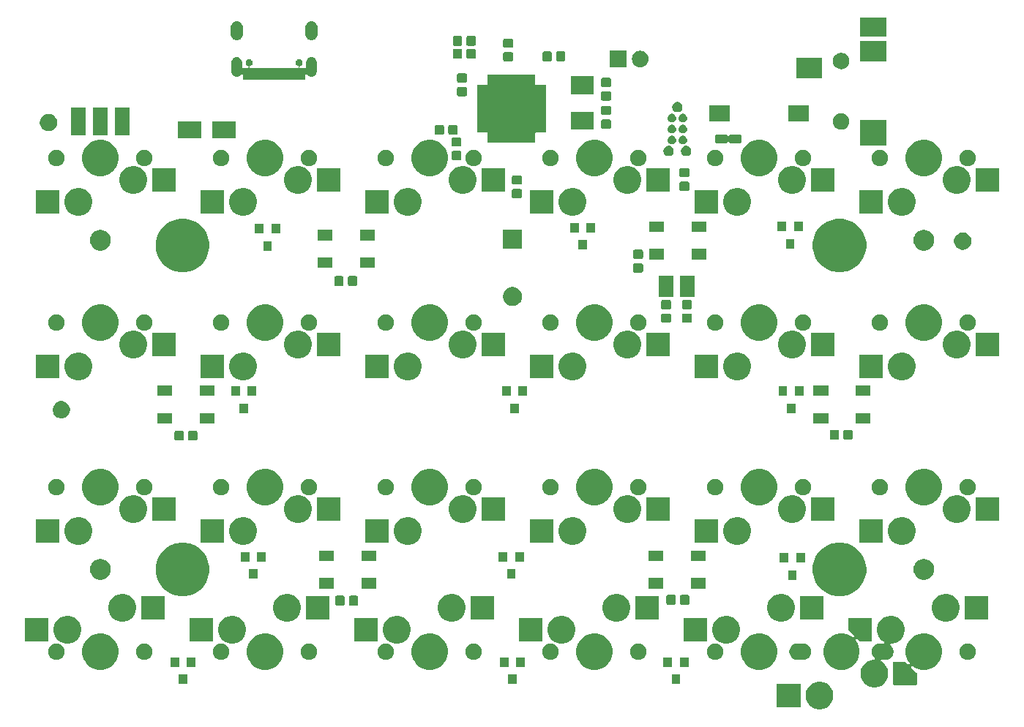
<source format=gbr>
G04 #@! TF.GenerationSoftware,KiCad,Pcbnew,5.0.2-5.fc29*
G04 #@! TF.CreationDate,2019-03-27T11:56:34+01:00*
G04 #@! TF.ProjectId,vitamins_included,76697461-6d69-46e7-935f-696e636c7564,rev?*
G04 #@! TF.SameCoordinates,Original*
G04 #@! TF.FileFunction,Soldermask,Bot*
G04 #@! TF.FilePolarity,Negative*
%FSLAX46Y46*%
G04 Gerber Fmt 4.6, Leading zero omitted, Abs format (unit mm)*
G04 Created by KiCad (PCBNEW 5.0.2-5.fc29) date 2019-03-27T11:56:34 CET*
%MOMM*%
%LPD*%
G01*
G04 APERTURE LIST*
%ADD10C,0.100000*%
G04 APERTURE END LIST*
D10*
G36*
X93151703Y-77541486D02*
X93442883Y-77662097D01*
X93704944Y-77837201D01*
X93927799Y-78060056D01*
X94102903Y-78322117D01*
X94223514Y-78613297D01*
X94285000Y-78922412D01*
X94285000Y-79237588D01*
X94223514Y-79546703D01*
X94102903Y-79837883D01*
X93927799Y-80099944D01*
X93704944Y-80322799D01*
X93442883Y-80497903D01*
X93151703Y-80618514D01*
X92842588Y-80680000D01*
X92527412Y-80680000D01*
X92218297Y-80618514D01*
X91927117Y-80497903D01*
X91665056Y-80322799D01*
X91442201Y-80099944D01*
X91267097Y-79837883D01*
X91146486Y-79546703D01*
X91085000Y-79237588D01*
X91085000Y-78922412D01*
X91146486Y-78613297D01*
X91267097Y-78322117D01*
X91442201Y-78060056D01*
X91665056Y-77837201D01*
X91927117Y-77662097D01*
X92218297Y-77541486D01*
X92527412Y-77480000D01*
X92842588Y-77480000D01*
X93151703Y-77541486D01*
X93151703Y-77541486D01*
G37*
G36*
X90510000Y-80430000D02*
X87760000Y-80430000D01*
X87760000Y-77730000D01*
X90510000Y-77730000D01*
X90510000Y-80430000D01*
X90510000Y-80430000D01*
G37*
G36*
X101406703Y-69921486D02*
X101697883Y-70042097D01*
X101959944Y-70217201D01*
X102182799Y-70440056D01*
X102357903Y-70702117D01*
X102478514Y-70993297D01*
X102540000Y-71302412D01*
X102540000Y-71617588D01*
X102478514Y-71926703D01*
X102357903Y-72217883D01*
X102182799Y-72479944D01*
X101959944Y-72702799D01*
X101697883Y-72877903D01*
X101406703Y-72998514D01*
X101097588Y-73060000D01*
X101010279Y-73060000D01*
X100985893Y-73062402D01*
X100962444Y-73069515D01*
X100940833Y-73081066D01*
X100921891Y-73096612D01*
X100906345Y-73115554D01*
X100894794Y-73137165D01*
X100887681Y-73160614D01*
X100885279Y-73185000D01*
X100887681Y-73209386D01*
X100894794Y-73232835D01*
X100906345Y-73254446D01*
X100921891Y-73273388D01*
X101042913Y-73394410D01*
X101146879Y-73550006D01*
X101218492Y-73722895D01*
X101255000Y-73906433D01*
X101255000Y-74093567D01*
X101218492Y-74277105D01*
X101146879Y-74449994D01*
X101042913Y-74605590D01*
X100910590Y-74737913D01*
X100754994Y-74841879D01*
X100582105Y-74913492D01*
X100460916Y-74937598D01*
X100398568Y-74950000D01*
X100211432Y-74950000D01*
X100149084Y-74937598D01*
X100027895Y-74913492D01*
X100027892Y-74913491D01*
X100020010Y-74911923D01*
X100011899Y-74909462D01*
X99987513Y-74907058D01*
X99963127Y-74909457D01*
X99955010Y-74911919D01*
X99947108Y-74913491D01*
X99947105Y-74913492D01*
X99883657Y-74926113D01*
X99860210Y-74933225D01*
X99838600Y-74944776D01*
X99819657Y-74960322D01*
X99804112Y-74979264D01*
X99792561Y-75000875D01*
X99785448Y-75024324D01*
X99783046Y-75048710D01*
X99785448Y-75073097D01*
X99792561Y-75096546D01*
X99804112Y-75118156D01*
X99819658Y-75137099D01*
X99838600Y-75152644D01*
X100054944Y-75297201D01*
X100277799Y-75520056D01*
X100452903Y-75782117D01*
X100573514Y-76073297D01*
X100635000Y-76382412D01*
X100635000Y-76697588D01*
X100573514Y-77006703D01*
X100452903Y-77297883D01*
X100277799Y-77559944D01*
X100054944Y-77782799D01*
X99792883Y-77957903D01*
X99501703Y-78078514D01*
X99192588Y-78140000D01*
X98877412Y-78140000D01*
X98568297Y-78078514D01*
X98277117Y-77957903D01*
X98015056Y-77782799D01*
X97792201Y-77559944D01*
X97617097Y-77297883D01*
X97496486Y-77006703D01*
X97435000Y-76697588D01*
X97435000Y-76382412D01*
X97496486Y-76073297D01*
X97617097Y-75782117D01*
X97792201Y-75520056D01*
X98015056Y-75297201D01*
X98277117Y-75122097D01*
X98568297Y-75001486D01*
X98877412Y-74940000D01*
X98964721Y-74940000D01*
X98989107Y-74937598D01*
X99012556Y-74930485D01*
X99034167Y-74918934D01*
X99053109Y-74903388D01*
X99068655Y-74884446D01*
X99080206Y-74862835D01*
X99087319Y-74839386D01*
X99089721Y-74815000D01*
X99087319Y-74790614D01*
X99080206Y-74767165D01*
X99068655Y-74745554D01*
X99053109Y-74726612D01*
X98932087Y-74605590D01*
X98828121Y-74449994D01*
X98756508Y-74277105D01*
X98720000Y-74093567D01*
X98720000Y-73906433D01*
X98756508Y-73722895D01*
X98828121Y-73550006D01*
X98932087Y-73394410D01*
X99064410Y-73262087D01*
X99220006Y-73158121D01*
X99392895Y-73086508D01*
X99550170Y-73055224D01*
X99576432Y-73050000D01*
X99763568Y-73050000D01*
X99789830Y-73055224D01*
X99947105Y-73086508D01*
X99947108Y-73086509D01*
X99954990Y-73088077D01*
X99963101Y-73090538D01*
X99987487Y-73092942D01*
X100011873Y-73090543D01*
X100019990Y-73088081D01*
X100027892Y-73086509D01*
X100027895Y-73086508D01*
X100091343Y-73073887D01*
X100114790Y-73066775D01*
X100136400Y-73055224D01*
X100155343Y-73039678D01*
X100170888Y-73020736D01*
X100182439Y-72999125D01*
X100189552Y-72975676D01*
X100191954Y-72951290D01*
X100189552Y-72926903D01*
X100182439Y-72903454D01*
X100170888Y-72881844D01*
X100155342Y-72862901D01*
X100136400Y-72847356D01*
X99920056Y-72702799D01*
X99697201Y-72479944D01*
X99522097Y-72217883D01*
X99401486Y-71926703D01*
X99340000Y-71617588D01*
X99340000Y-71302412D01*
X99401486Y-70993297D01*
X99522097Y-70702117D01*
X99697201Y-70440056D01*
X99920056Y-70217201D01*
X100182117Y-70042097D01*
X100473297Y-69921486D01*
X100782412Y-69860000D01*
X101097588Y-69860000D01*
X101406703Y-69921486D01*
X101406703Y-69921486D01*
G37*
G36*
X105362547Y-71980701D02*
X105744722Y-72139003D01*
X105744723Y-72139004D01*
X106088672Y-72368823D01*
X106381177Y-72661328D01*
X106525887Y-72877902D01*
X106610997Y-73005278D01*
X106769299Y-73387453D01*
X106850000Y-73793167D01*
X106850000Y-74206833D01*
X106769299Y-74612547D01*
X106610997Y-74994722D01*
X106574923Y-75048710D01*
X106381177Y-75338672D01*
X106088672Y-75631177D01*
X105906562Y-75752859D01*
X105744722Y-75860997D01*
X105362547Y-76019299D01*
X104956833Y-76100000D01*
X104543167Y-76100000D01*
X104137453Y-76019299D01*
X103755278Y-75860997D01*
X103474386Y-75673311D01*
X103452775Y-75661760D01*
X103429326Y-75654647D01*
X103404940Y-75652245D01*
X103380554Y-75654647D01*
X103357105Y-75661760D01*
X103335494Y-75673311D01*
X103316552Y-75688857D01*
X103301006Y-75707799D01*
X103289455Y-75729410D01*
X103282342Y-75752859D01*
X103279940Y-75777245D01*
X103282342Y-75801631D01*
X103289455Y-75825080D01*
X103301006Y-75846691D01*
X103317431Y-75866504D01*
X103926380Y-76463513D01*
X103930336Y-76468237D01*
X103930346Y-76468247D01*
X103942993Y-76483350D01*
X103952450Y-76500629D01*
X103952451Y-76500632D01*
X103958260Y-76519121D01*
X103958260Y-76519124D01*
X103958354Y-76519422D01*
X103960484Y-76540000D01*
X103960484Y-76540607D01*
X103961089Y-76546452D01*
X103961089Y-77783862D01*
X103958554Y-77809605D01*
X103952836Y-77828453D01*
X103943552Y-77845822D01*
X103931053Y-77861053D01*
X103915822Y-77873552D01*
X103898453Y-77882836D01*
X103879605Y-77888554D01*
X103853862Y-77891089D01*
X101316138Y-77891089D01*
X101290395Y-77888554D01*
X101271547Y-77882836D01*
X101254178Y-77873552D01*
X101238947Y-77861053D01*
X101226448Y-77845822D01*
X101217164Y-77828453D01*
X101211446Y-77809605D01*
X101208911Y-77783862D01*
X101208911Y-75296138D01*
X101211446Y-75270395D01*
X101217164Y-75251547D01*
X101226448Y-75234178D01*
X101238947Y-75218947D01*
X101254178Y-75206448D01*
X101271547Y-75197164D01*
X101290395Y-75191446D01*
X101316138Y-75188911D01*
X102578862Y-75188911D01*
X102604605Y-75191446D01*
X102623453Y-75197164D01*
X102641098Y-75206595D01*
X102659936Y-75221900D01*
X102901663Y-75458887D01*
X102920758Y-75474244D01*
X102942482Y-75485581D01*
X102966001Y-75492462D01*
X102990410Y-75494622D01*
X103014771Y-75491979D01*
X103038149Y-75484634D01*
X103059644Y-75472869D01*
X103078431Y-75457137D01*
X103093788Y-75438042D01*
X103105125Y-75416318D01*
X103112006Y-75392799D01*
X103114166Y-75368390D01*
X103111523Y-75344029D01*
X103104178Y-75320651D01*
X103093108Y-75300187D01*
X102957040Y-75096546D01*
X102889004Y-74994724D01*
X102730701Y-74612547D01*
X102650000Y-74206833D01*
X102650000Y-73793167D01*
X102730701Y-73387453D01*
X102889003Y-73005278D01*
X102974113Y-72877902D01*
X103118823Y-72661328D01*
X103411328Y-72368823D01*
X103755277Y-72139004D01*
X103755278Y-72139003D01*
X104137453Y-71980701D01*
X104543167Y-71900000D01*
X104956833Y-71900000D01*
X105362547Y-71980701D01*
X105362547Y-71980701D01*
G37*
G36*
X76576000Y-77757000D02*
X75576000Y-77757000D01*
X75576000Y-76657000D01*
X76576000Y-76657000D01*
X76576000Y-77757000D01*
X76576000Y-77757000D01*
G37*
G36*
X19553000Y-77757000D02*
X18553000Y-77757000D01*
X18553000Y-76657000D01*
X19553000Y-76657000D01*
X19553000Y-77757000D01*
X19553000Y-77757000D01*
G37*
G36*
X57653000Y-77757000D02*
X56653000Y-77757000D01*
X56653000Y-76657000D01*
X57653000Y-76657000D01*
X57653000Y-77757000D01*
X57653000Y-77757000D01*
G37*
G36*
X67262547Y-71980701D02*
X67644722Y-72139003D01*
X67644723Y-72139004D01*
X67988672Y-72368823D01*
X68281177Y-72661328D01*
X68425887Y-72877902D01*
X68510997Y-73005278D01*
X68669299Y-73387453D01*
X68750000Y-73793167D01*
X68750000Y-74206833D01*
X68669299Y-74612547D01*
X68510997Y-74994722D01*
X68474923Y-75048710D01*
X68281177Y-75338672D01*
X67988672Y-75631177D01*
X67806562Y-75752859D01*
X67644722Y-75860997D01*
X67262547Y-76019299D01*
X66856833Y-76100000D01*
X66443167Y-76100000D01*
X66037453Y-76019299D01*
X65655278Y-75860997D01*
X65493438Y-75752859D01*
X65311328Y-75631177D01*
X65018823Y-75338672D01*
X64825077Y-75048710D01*
X64789003Y-74994722D01*
X64630701Y-74612547D01*
X64550000Y-74206833D01*
X64550000Y-73793167D01*
X64630701Y-73387453D01*
X64789003Y-73005278D01*
X64874113Y-72877902D01*
X65018823Y-72661328D01*
X65311328Y-72368823D01*
X65655277Y-72139004D01*
X65655278Y-72139003D01*
X66037453Y-71980701D01*
X66443167Y-71900000D01*
X66856833Y-71900000D01*
X67262547Y-71980701D01*
X67262547Y-71980701D01*
G37*
G36*
X48212547Y-71980701D02*
X48594722Y-72139003D01*
X48594723Y-72139004D01*
X48938672Y-72368823D01*
X49231177Y-72661328D01*
X49375887Y-72877902D01*
X49460997Y-73005278D01*
X49619299Y-73387453D01*
X49700000Y-73793167D01*
X49700000Y-74206833D01*
X49619299Y-74612547D01*
X49460997Y-74994722D01*
X49424923Y-75048710D01*
X49231177Y-75338672D01*
X48938672Y-75631177D01*
X48756562Y-75752859D01*
X48594722Y-75860997D01*
X48212547Y-76019299D01*
X47806833Y-76100000D01*
X47393167Y-76100000D01*
X46987453Y-76019299D01*
X46605278Y-75860997D01*
X46443438Y-75752859D01*
X46261328Y-75631177D01*
X45968823Y-75338672D01*
X45775077Y-75048710D01*
X45739003Y-74994722D01*
X45580701Y-74612547D01*
X45500000Y-74206833D01*
X45500000Y-73793167D01*
X45580701Y-73387453D01*
X45739003Y-73005278D01*
X45824113Y-72877902D01*
X45968823Y-72661328D01*
X46261328Y-72368823D01*
X46605277Y-72139004D01*
X46605278Y-72139003D01*
X46987453Y-71980701D01*
X47393167Y-71900000D01*
X47806833Y-71900000D01*
X48212547Y-71980701D01*
X48212547Y-71980701D01*
G37*
G36*
X10112547Y-71980701D02*
X10494722Y-72139003D01*
X10494723Y-72139004D01*
X10838672Y-72368823D01*
X11131177Y-72661328D01*
X11275887Y-72877902D01*
X11360997Y-73005278D01*
X11519299Y-73387453D01*
X11600000Y-73793167D01*
X11600000Y-74206833D01*
X11519299Y-74612547D01*
X11360997Y-74994722D01*
X11324923Y-75048710D01*
X11131177Y-75338672D01*
X10838672Y-75631177D01*
X10656562Y-75752859D01*
X10494722Y-75860997D01*
X10112547Y-76019299D01*
X9706833Y-76100000D01*
X9293167Y-76100000D01*
X8887453Y-76019299D01*
X8505278Y-75860997D01*
X8343438Y-75752859D01*
X8161328Y-75631177D01*
X7868823Y-75338672D01*
X7675077Y-75048710D01*
X7639003Y-74994722D01*
X7480701Y-74612547D01*
X7400000Y-74206833D01*
X7400000Y-73793167D01*
X7480701Y-73387453D01*
X7639003Y-73005278D01*
X7724113Y-72877902D01*
X7868823Y-72661328D01*
X8161328Y-72368823D01*
X8505277Y-72139004D01*
X8505278Y-72139003D01*
X8887453Y-71980701D01*
X9293167Y-71900000D01*
X9706833Y-71900000D01*
X10112547Y-71980701D01*
X10112547Y-71980701D01*
G37*
G36*
X29162547Y-71980701D02*
X29544722Y-72139003D01*
X29544723Y-72139004D01*
X29888672Y-72368823D01*
X30181177Y-72661328D01*
X30325887Y-72877902D01*
X30410997Y-73005278D01*
X30569299Y-73387453D01*
X30650000Y-73793167D01*
X30650000Y-74206833D01*
X30569299Y-74612547D01*
X30410997Y-74994722D01*
X30374923Y-75048710D01*
X30181177Y-75338672D01*
X29888672Y-75631177D01*
X29706562Y-75752859D01*
X29544722Y-75860997D01*
X29162547Y-76019299D01*
X28756833Y-76100000D01*
X28343167Y-76100000D01*
X27937453Y-76019299D01*
X27555278Y-75860997D01*
X27393438Y-75752859D01*
X27211328Y-75631177D01*
X26918823Y-75338672D01*
X26725077Y-75048710D01*
X26689003Y-74994722D01*
X26530701Y-74612547D01*
X26450000Y-74206833D01*
X26450000Y-73793167D01*
X26530701Y-73387453D01*
X26689003Y-73005278D01*
X26774113Y-72877902D01*
X26918823Y-72661328D01*
X27211328Y-72368823D01*
X27555277Y-72139004D01*
X27555278Y-72139003D01*
X27937453Y-71980701D01*
X28343167Y-71900000D01*
X28756833Y-71900000D01*
X29162547Y-71980701D01*
X29162547Y-71980701D01*
G37*
G36*
X98684605Y-70111446D02*
X98703453Y-70117164D01*
X98720822Y-70126448D01*
X98736053Y-70138947D01*
X98748552Y-70154178D01*
X98757836Y-70171547D01*
X98763554Y-70190395D01*
X98766089Y-70216138D01*
X98766089Y-72703862D01*
X98763554Y-72729605D01*
X98757836Y-72748453D01*
X98748552Y-72765822D01*
X98736053Y-72781053D01*
X98720822Y-72793552D01*
X98703453Y-72802836D01*
X98684605Y-72808554D01*
X98658862Y-72811089D01*
X97396138Y-72811089D01*
X97370395Y-72808554D01*
X97351547Y-72802836D01*
X97333902Y-72793405D01*
X97315064Y-72778100D01*
X97073337Y-72541113D01*
X97054242Y-72525756D01*
X97032518Y-72514419D01*
X97008999Y-72507538D01*
X96984590Y-72505378D01*
X96960229Y-72508021D01*
X96936851Y-72515366D01*
X96915356Y-72527131D01*
X96896569Y-72542863D01*
X96881212Y-72561958D01*
X96869875Y-72583682D01*
X96862994Y-72607201D01*
X96860834Y-72631610D01*
X96863477Y-72655971D01*
X96870822Y-72679349D01*
X96881892Y-72699813D01*
X96956244Y-72811089D01*
X97085996Y-73005276D01*
X97244299Y-73387453D01*
X97325000Y-73793167D01*
X97325000Y-74206833D01*
X97244299Y-74612547D01*
X97085997Y-74994722D01*
X97049923Y-75048710D01*
X96856177Y-75338672D01*
X96563672Y-75631177D01*
X96381562Y-75752859D01*
X96219722Y-75860997D01*
X95837547Y-76019299D01*
X95431833Y-76100000D01*
X95018167Y-76100000D01*
X94612453Y-76019299D01*
X94230278Y-75860997D01*
X94068438Y-75752859D01*
X93886328Y-75631177D01*
X93593823Y-75338672D01*
X93400077Y-75048710D01*
X93364003Y-74994722D01*
X93205701Y-74612547D01*
X93125000Y-74206833D01*
X93125000Y-73793167D01*
X93205701Y-73387453D01*
X93364003Y-73005278D01*
X93449113Y-72877902D01*
X93593823Y-72661328D01*
X93886328Y-72368823D01*
X94230277Y-72139004D01*
X94230278Y-72139003D01*
X94612453Y-71980701D01*
X95018167Y-71900000D01*
X95431833Y-71900000D01*
X95837547Y-71980701D01*
X96219722Y-72139003D01*
X96500614Y-72326689D01*
X96522225Y-72338240D01*
X96545674Y-72345353D01*
X96570060Y-72347755D01*
X96594446Y-72345353D01*
X96617895Y-72338240D01*
X96639506Y-72326689D01*
X96658448Y-72311143D01*
X96673994Y-72292201D01*
X96685545Y-72270590D01*
X96692658Y-72247141D01*
X96695060Y-72222755D01*
X96692658Y-72198369D01*
X96685545Y-72174920D01*
X96673994Y-72153309D01*
X96657569Y-72133496D01*
X96048620Y-71536487D01*
X96044664Y-71531763D01*
X96044654Y-71531753D01*
X96032007Y-71516650D01*
X96022550Y-71499371D01*
X96022549Y-71499368D01*
X96016740Y-71480879D01*
X96016740Y-71480876D01*
X96016646Y-71480578D01*
X96014516Y-71460000D01*
X96014516Y-71459393D01*
X96013911Y-71453548D01*
X96013911Y-70216138D01*
X96016446Y-70190395D01*
X96022164Y-70171547D01*
X96031448Y-70154178D01*
X96043947Y-70138947D01*
X96059178Y-70126448D01*
X96076547Y-70117164D01*
X96095395Y-70111446D01*
X96121138Y-70108911D01*
X98658862Y-70108911D01*
X98684605Y-70111446D01*
X98684605Y-70111446D01*
G37*
G36*
X86312547Y-71980701D02*
X86694722Y-72139003D01*
X86694723Y-72139004D01*
X87038672Y-72368823D01*
X87331177Y-72661328D01*
X87475887Y-72877902D01*
X87560997Y-73005278D01*
X87719299Y-73387453D01*
X87800000Y-73793167D01*
X87800000Y-74206833D01*
X87719299Y-74612547D01*
X87560997Y-74994722D01*
X87524923Y-75048710D01*
X87331177Y-75338672D01*
X87038672Y-75631177D01*
X86856562Y-75752859D01*
X86694722Y-75860997D01*
X86312547Y-76019299D01*
X85906833Y-76100000D01*
X85493167Y-76100000D01*
X85087453Y-76019299D01*
X84705278Y-75860997D01*
X84543438Y-75752859D01*
X84361328Y-75631177D01*
X84068823Y-75338672D01*
X83875077Y-75048710D01*
X83839003Y-74994722D01*
X83680701Y-74612547D01*
X83600000Y-74206833D01*
X83600000Y-73793167D01*
X83680701Y-73387453D01*
X83839003Y-73005278D01*
X83924113Y-72877902D01*
X84068823Y-72661328D01*
X84361328Y-72368823D01*
X84705277Y-72139004D01*
X84705278Y-72139003D01*
X85087453Y-71980701D01*
X85493167Y-71900000D01*
X85906833Y-71900000D01*
X86312547Y-71980701D01*
X86312547Y-71980701D01*
G37*
G36*
X18603000Y-75757000D02*
X17603000Y-75757000D01*
X17603000Y-74657000D01*
X18603000Y-74657000D01*
X18603000Y-75757000D01*
X18603000Y-75757000D01*
G37*
G36*
X77526000Y-75757000D02*
X76526000Y-75757000D01*
X76526000Y-74657000D01*
X77526000Y-74657000D01*
X77526000Y-75757000D01*
X77526000Y-75757000D01*
G37*
G36*
X58603000Y-75757000D02*
X57603000Y-75757000D01*
X57603000Y-74657000D01*
X58603000Y-74657000D01*
X58603000Y-75757000D01*
X58603000Y-75757000D01*
G37*
G36*
X75626000Y-75757000D02*
X74626000Y-75757000D01*
X74626000Y-74657000D01*
X75626000Y-74657000D01*
X75626000Y-75757000D01*
X75626000Y-75757000D01*
G37*
G36*
X20503000Y-75757000D02*
X19503000Y-75757000D01*
X19503000Y-74657000D01*
X20503000Y-74657000D01*
X20503000Y-75757000D01*
X20503000Y-75757000D01*
G37*
G36*
X56703000Y-75757000D02*
X55703000Y-75757000D01*
X55703000Y-74657000D01*
X56703000Y-74657000D01*
X56703000Y-75757000D01*
X56703000Y-75757000D01*
G37*
G36*
X52799830Y-73055224D02*
X52957105Y-73086508D01*
X53129994Y-73158121D01*
X53285590Y-73262087D01*
X53417913Y-73394410D01*
X53521879Y-73550006D01*
X53593492Y-73722895D01*
X53630000Y-73906433D01*
X53630000Y-74093567D01*
X53593492Y-74277105D01*
X53521879Y-74449994D01*
X53417913Y-74605590D01*
X53285590Y-74737913D01*
X53129994Y-74841879D01*
X52957105Y-74913492D01*
X52835916Y-74937598D01*
X52773568Y-74950000D01*
X52586432Y-74950000D01*
X52524084Y-74937598D01*
X52402895Y-74913492D01*
X52230006Y-74841879D01*
X52074410Y-74737913D01*
X51942087Y-74605590D01*
X51838121Y-74449994D01*
X51766508Y-74277105D01*
X51730000Y-74093567D01*
X51730000Y-73906433D01*
X51766508Y-73722895D01*
X51838121Y-73550006D01*
X51942087Y-73394410D01*
X52074410Y-73262087D01*
X52230006Y-73158121D01*
X52402895Y-73086508D01*
X52560170Y-73055224D01*
X52586432Y-73050000D01*
X52773568Y-73050000D01*
X52799830Y-73055224D01*
X52799830Y-73055224D01*
G37*
G36*
X109949830Y-73055224D02*
X110107105Y-73086508D01*
X110279994Y-73158121D01*
X110435590Y-73262087D01*
X110567913Y-73394410D01*
X110671879Y-73550006D01*
X110743492Y-73722895D01*
X110780000Y-73906433D01*
X110780000Y-74093567D01*
X110743492Y-74277105D01*
X110671879Y-74449994D01*
X110567913Y-74605590D01*
X110435590Y-74737913D01*
X110279994Y-74841879D01*
X110107105Y-74913492D01*
X109985916Y-74937598D01*
X109923568Y-74950000D01*
X109736432Y-74950000D01*
X109674084Y-74937598D01*
X109552895Y-74913492D01*
X109380006Y-74841879D01*
X109224410Y-74737913D01*
X109092087Y-74605590D01*
X108988121Y-74449994D01*
X108916508Y-74277105D01*
X108880000Y-74093567D01*
X108880000Y-73906433D01*
X108916508Y-73722895D01*
X108988121Y-73550006D01*
X109092087Y-73394410D01*
X109224410Y-73262087D01*
X109380006Y-73158121D01*
X109552895Y-73086508D01*
X109710170Y-73055224D01*
X109736432Y-73050000D01*
X109923568Y-73050000D01*
X109949830Y-73055224D01*
X109949830Y-73055224D01*
G37*
G36*
X4539830Y-73055224D02*
X4697105Y-73086508D01*
X4869994Y-73158121D01*
X5025590Y-73262087D01*
X5157913Y-73394410D01*
X5261879Y-73550006D01*
X5333492Y-73722895D01*
X5370000Y-73906433D01*
X5370000Y-74093567D01*
X5333492Y-74277105D01*
X5261879Y-74449994D01*
X5157913Y-74605590D01*
X5025590Y-74737913D01*
X4869994Y-74841879D01*
X4697105Y-74913492D01*
X4575916Y-74937598D01*
X4513568Y-74950000D01*
X4326432Y-74950000D01*
X4264084Y-74937598D01*
X4142895Y-74913492D01*
X3970006Y-74841879D01*
X3814410Y-74737913D01*
X3682087Y-74605590D01*
X3578121Y-74449994D01*
X3506508Y-74277105D01*
X3470000Y-74093567D01*
X3470000Y-73906433D01*
X3506508Y-73722895D01*
X3578121Y-73550006D01*
X3682087Y-73394410D01*
X3814410Y-73262087D01*
X3970006Y-73158121D01*
X4142895Y-73086508D01*
X4300170Y-73055224D01*
X4326432Y-73050000D01*
X4513568Y-73050000D01*
X4539830Y-73055224D01*
X4539830Y-73055224D01*
G37*
G36*
X90264830Y-73055224D02*
X90422105Y-73086508D01*
X90422108Y-73086509D01*
X90429990Y-73088077D01*
X90438101Y-73090538D01*
X90462487Y-73092942D01*
X90486873Y-73090543D01*
X90494992Y-73088080D01*
X90686432Y-73050000D01*
X90873568Y-73050000D01*
X90899830Y-73055224D01*
X91057105Y-73086508D01*
X91229994Y-73158121D01*
X91385590Y-73262087D01*
X91517913Y-73394410D01*
X91621879Y-73550006D01*
X91693492Y-73722895D01*
X91730000Y-73906433D01*
X91730000Y-74093567D01*
X91693492Y-74277105D01*
X91621879Y-74449994D01*
X91517913Y-74605590D01*
X91385590Y-74737913D01*
X91229994Y-74841879D01*
X91057105Y-74913492D01*
X90935916Y-74937598D01*
X90873568Y-74950000D01*
X90686432Y-74950000D01*
X90624084Y-74937598D01*
X90502895Y-74913492D01*
X90502892Y-74913491D01*
X90495010Y-74911923D01*
X90486899Y-74909462D01*
X90462513Y-74907058D01*
X90438127Y-74909457D01*
X90430008Y-74911920D01*
X90238568Y-74950000D01*
X90051432Y-74950000D01*
X89989084Y-74937598D01*
X89867895Y-74913492D01*
X89695006Y-74841879D01*
X89539410Y-74737913D01*
X89407087Y-74605590D01*
X89303121Y-74449994D01*
X89231508Y-74277105D01*
X89195000Y-74093567D01*
X89195000Y-73906433D01*
X89231508Y-73722895D01*
X89303121Y-73550006D01*
X89407087Y-73394410D01*
X89539410Y-73262087D01*
X89695006Y-73158121D01*
X89867895Y-73086508D01*
X90025170Y-73055224D01*
X90051432Y-73050000D01*
X90238568Y-73050000D01*
X90264830Y-73055224D01*
X90264830Y-73055224D01*
G37*
G36*
X42639830Y-73055224D02*
X42797105Y-73086508D01*
X42969994Y-73158121D01*
X43125590Y-73262087D01*
X43257913Y-73394410D01*
X43361879Y-73550006D01*
X43433492Y-73722895D01*
X43470000Y-73906433D01*
X43470000Y-74093567D01*
X43433492Y-74277105D01*
X43361879Y-74449994D01*
X43257913Y-74605590D01*
X43125590Y-74737913D01*
X42969994Y-74841879D01*
X42797105Y-74913492D01*
X42675916Y-74937598D01*
X42613568Y-74950000D01*
X42426432Y-74950000D01*
X42364084Y-74937598D01*
X42242895Y-74913492D01*
X42070006Y-74841879D01*
X41914410Y-74737913D01*
X41782087Y-74605590D01*
X41678121Y-74449994D01*
X41606508Y-74277105D01*
X41570000Y-74093567D01*
X41570000Y-73906433D01*
X41606508Y-73722895D01*
X41678121Y-73550006D01*
X41782087Y-73394410D01*
X41914410Y-73262087D01*
X42070006Y-73158121D01*
X42242895Y-73086508D01*
X42400170Y-73055224D01*
X42426432Y-73050000D01*
X42613568Y-73050000D01*
X42639830Y-73055224D01*
X42639830Y-73055224D01*
G37*
G36*
X33749830Y-73055224D02*
X33907105Y-73086508D01*
X34079994Y-73158121D01*
X34235590Y-73262087D01*
X34367913Y-73394410D01*
X34471879Y-73550006D01*
X34543492Y-73722895D01*
X34580000Y-73906433D01*
X34580000Y-74093567D01*
X34543492Y-74277105D01*
X34471879Y-74449994D01*
X34367913Y-74605590D01*
X34235590Y-74737913D01*
X34079994Y-74841879D01*
X33907105Y-74913492D01*
X33785916Y-74937598D01*
X33723568Y-74950000D01*
X33536432Y-74950000D01*
X33474084Y-74937598D01*
X33352895Y-74913492D01*
X33180006Y-74841879D01*
X33024410Y-74737913D01*
X32892087Y-74605590D01*
X32788121Y-74449994D01*
X32716508Y-74277105D01*
X32680000Y-74093567D01*
X32680000Y-73906433D01*
X32716508Y-73722895D01*
X32788121Y-73550006D01*
X32892087Y-73394410D01*
X33024410Y-73262087D01*
X33180006Y-73158121D01*
X33352895Y-73086508D01*
X33510170Y-73055224D01*
X33536432Y-73050000D01*
X33723568Y-73050000D01*
X33749830Y-73055224D01*
X33749830Y-73055224D01*
G37*
G36*
X14699830Y-73055224D02*
X14857105Y-73086508D01*
X15029994Y-73158121D01*
X15185590Y-73262087D01*
X15317913Y-73394410D01*
X15421879Y-73550006D01*
X15493492Y-73722895D01*
X15530000Y-73906433D01*
X15530000Y-74093567D01*
X15493492Y-74277105D01*
X15421879Y-74449994D01*
X15317913Y-74605590D01*
X15185590Y-74737913D01*
X15029994Y-74841879D01*
X14857105Y-74913492D01*
X14735916Y-74937598D01*
X14673568Y-74950000D01*
X14486432Y-74950000D01*
X14424084Y-74937598D01*
X14302895Y-74913492D01*
X14130006Y-74841879D01*
X13974410Y-74737913D01*
X13842087Y-74605590D01*
X13738121Y-74449994D01*
X13666508Y-74277105D01*
X13630000Y-74093567D01*
X13630000Y-73906433D01*
X13666508Y-73722895D01*
X13738121Y-73550006D01*
X13842087Y-73394410D01*
X13974410Y-73262087D01*
X14130006Y-73158121D01*
X14302895Y-73086508D01*
X14460170Y-73055224D01*
X14486432Y-73050000D01*
X14673568Y-73050000D01*
X14699830Y-73055224D01*
X14699830Y-73055224D01*
G37*
G36*
X80739830Y-73055224D02*
X80897105Y-73086508D01*
X81069994Y-73158121D01*
X81225590Y-73262087D01*
X81357913Y-73394410D01*
X81461879Y-73550006D01*
X81533492Y-73722895D01*
X81570000Y-73906433D01*
X81570000Y-74093567D01*
X81533492Y-74277105D01*
X81461879Y-74449994D01*
X81357913Y-74605590D01*
X81225590Y-74737913D01*
X81069994Y-74841879D01*
X80897105Y-74913492D01*
X80775916Y-74937598D01*
X80713568Y-74950000D01*
X80526432Y-74950000D01*
X80464084Y-74937598D01*
X80342895Y-74913492D01*
X80170006Y-74841879D01*
X80014410Y-74737913D01*
X79882087Y-74605590D01*
X79778121Y-74449994D01*
X79706508Y-74277105D01*
X79670000Y-74093567D01*
X79670000Y-73906433D01*
X79706508Y-73722895D01*
X79778121Y-73550006D01*
X79882087Y-73394410D01*
X80014410Y-73262087D01*
X80170006Y-73158121D01*
X80342895Y-73086508D01*
X80500170Y-73055224D01*
X80526432Y-73050000D01*
X80713568Y-73050000D01*
X80739830Y-73055224D01*
X80739830Y-73055224D01*
G37*
G36*
X71849830Y-73055224D02*
X72007105Y-73086508D01*
X72179994Y-73158121D01*
X72335590Y-73262087D01*
X72467913Y-73394410D01*
X72571879Y-73550006D01*
X72643492Y-73722895D01*
X72680000Y-73906433D01*
X72680000Y-74093567D01*
X72643492Y-74277105D01*
X72571879Y-74449994D01*
X72467913Y-74605590D01*
X72335590Y-74737913D01*
X72179994Y-74841879D01*
X72007105Y-74913492D01*
X71885916Y-74937598D01*
X71823568Y-74950000D01*
X71636432Y-74950000D01*
X71574084Y-74937598D01*
X71452895Y-74913492D01*
X71280006Y-74841879D01*
X71124410Y-74737913D01*
X70992087Y-74605590D01*
X70888121Y-74449994D01*
X70816508Y-74277105D01*
X70780000Y-74093567D01*
X70780000Y-73906433D01*
X70816508Y-73722895D01*
X70888121Y-73550006D01*
X70992087Y-73394410D01*
X71124410Y-73262087D01*
X71280006Y-73158121D01*
X71452895Y-73086508D01*
X71610170Y-73055224D01*
X71636432Y-73050000D01*
X71823568Y-73050000D01*
X71849830Y-73055224D01*
X71849830Y-73055224D01*
G37*
G36*
X61689830Y-73055224D02*
X61847105Y-73086508D01*
X62019994Y-73158121D01*
X62175590Y-73262087D01*
X62307913Y-73394410D01*
X62411879Y-73550006D01*
X62483492Y-73722895D01*
X62520000Y-73906433D01*
X62520000Y-74093567D01*
X62483492Y-74277105D01*
X62411879Y-74449994D01*
X62307913Y-74605590D01*
X62175590Y-74737913D01*
X62019994Y-74841879D01*
X61847105Y-74913492D01*
X61725916Y-74937598D01*
X61663568Y-74950000D01*
X61476432Y-74950000D01*
X61414084Y-74937598D01*
X61292895Y-74913492D01*
X61120006Y-74841879D01*
X60964410Y-74737913D01*
X60832087Y-74605590D01*
X60728121Y-74449994D01*
X60656508Y-74277105D01*
X60620000Y-74093567D01*
X60620000Y-73906433D01*
X60656508Y-73722895D01*
X60728121Y-73550006D01*
X60832087Y-73394410D01*
X60964410Y-73262087D01*
X61120006Y-73158121D01*
X61292895Y-73086508D01*
X61450170Y-73055224D01*
X61476432Y-73050000D01*
X61663568Y-73050000D01*
X61689830Y-73055224D01*
X61689830Y-73055224D01*
G37*
G36*
X23589830Y-73055224D02*
X23747105Y-73086508D01*
X23919994Y-73158121D01*
X24075590Y-73262087D01*
X24207913Y-73394410D01*
X24311879Y-73550006D01*
X24383492Y-73722895D01*
X24420000Y-73906433D01*
X24420000Y-74093567D01*
X24383492Y-74277105D01*
X24311879Y-74449994D01*
X24207913Y-74605590D01*
X24075590Y-74737913D01*
X23919994Y-74841879D01*
X23747105Y-74913492D01*
X23625916Y-74937598D01*
X23563568Y-74950000D01*
X23376432Y-74950000D01*
X23314084Y-74937598D01*
X23192895Y-74913492D01*
X23020006Y-74841879D01*
X22864410Y-74737913D01*
X22732087Y-74605590D01*
X22628121Y-74449994D01*
X22556508Y-74277105D01*
X22520000Y-74093567D01*
X22520000Y-73906433D01*
X22556508Y-73722895D01*
X22628121Y-73550006D01*
X22732087Y-73394410D01*
X22864410Y-73262087D01*
X23020006Y-73158121D01*
X23192895Y-73086508D01*
X23350170Y-73055224D01*
X23376432Y-73050000D01*
X23563568Y-73050000D01*
X23589830Y-73055224D01*
X23589830Y-73055224D01*
G37*
G36*
X44256703Y-69921486D02*
X44547883Y-70042097D01*
X44809944Y-70217201D01*
X45032799Y-70440056D01*
X45207903Y-70702117D01*
X45328514Y-70993297D01*
X45390000Y-71302412D01*
X45390000Y-71617588D01*
X45328514Y-71926703D01*
X45207903Y-72217883D01*
X45032799Y-72479944D01*
X44809944Y-72702799D01*
X44547883Y-72877903D01*
X44256703Y-72998514D01*
X43947588Y-73060000D01*
X43632412Y-73060000D01*
X43323297Y-72998514D01*
X43032117Y-72877903D01*
X42770056Y-72702799D01*
X42547201Y-72479944D01*
X42372097Y-72217883D01*
X42251486Y-71926703D01*
X42190000Y-71617588D01*
X42190000Y-71302412D01*
X42251486Y-70993297D01*
X42372097Y-70702117D01*
X42547201Y-70440056D01*
X42770056Y-70217201D01*
X43032117Y-70042097D01*
X43323297Y-69921486D01*
X43632412Y-69860000D01*
X43947588Y-69860000D01*
X44256703Y-69921486D01*
X44256703Y-69921486D01*
G37*
G36*
X63306703Y-69921486D02*
X63597883Y-70042097D01*
X63859944Y-70217201D01*
X64082799Y-70440056D01*
X64257903Y-70702117D01*
X64378514Y-70993297D01*
X64440000Y-71302412D01*
X64440000Y-71617588D01*
X64378514Y-71926703D01*
X64257903Y-72217883D01*
X64082799Y-72479944D01*
X63859944Y-72702799D01*
X63597883Y-72877903D01*
X63306703Y-72998514D01*
X62997588Y-73060000D01*
X62682412Y-73060000D01*
X62373297Y-72998514D01*
X62082117Y-72877903D01*
X61820056Y-72702799D01*
X61597201Y-72479944D01*
X61422097Y-72217883D01*
X61301486Y-71926703D01*
X61240000Y-71617588D01*
X61240000Y-71302412D01*
X61301486Y-70993297D01*
X61422097Y-70702117D01*
X61597201Y-70440056D01*
X61820056Y-70217201D01*
X62082117Y-70042097D01*
X62373297Y-69921486D01*
X62682412Y-69860000D01*
X62997588Y-69860000D01*
X63306703Y-69921486D01*
X63306703Y-69921486D01*
G37*
G36*
X82356703Y-69921486D02*
X82647883Y-70042097D01*
X82909944Y-70217201D01*
X83132799Y-70440056D01*
X83307903Y-70702117D01*
X83428514Y-70993297D01*
X83490000Y-71302412D01*
X83490000Y-71617588D01*
X83428514Y-71926703D01*
X83307903Y-72217883D01*
X83132799Y-72479944D01*
X82909944Y-72702799D01*
X82647883Y-72877903D01*
X82356703Y-72998514D01*
X82047588Y-73060000D01*
X81732412Y-73060000D01*
X81423297Y-72998514D01*
X81132117Y-72877903D01*
X80870056Y-72702799D01*
X80647201Y-72479944D01*
X80472097Y-72217883D01*
X80351486Y-71926703D01*
X80290000Y-71617588D01*
X80290000Y-71302412D01*
X80351486Y-70993297D01*
X80472097Y-70702117D01*
X80647201Y-70440056D01*
X80870056Y-70217201D01*
X81132117Y-70042097D01*
X81423297Y-69921486D01*
X81732412Y-69860000D01*
X82047588Y-69860000D01*
X82356703Y-69921486D01*
X82356703Y-69921486D01*
G37*
G36*
X6156703Y-69921486D02*
X6447883Y-70042097D01*
X6709944Y-70217201D01*
X6932799Y-70440056D01*
X7107903Y-70702117D01*
X7228514Y-70993297D01*
X7290000Y-71302412D01*
X7290000Y-71617588D01*
X7228514Y-71926703D01*
X7107903Y-72217883D01*
X6932799Y-72479944D01*
X6709944Y-72702799D01*
X6447883Y-72877903D01*
X6156703Y-72998514D01*
X5847588Y-73060000D01*
X5532412Y-73060000D01*
X5223297Y-72998514D01*
X4932117Y-72877903D01*
X4670056Y-72702799D01*
X4447201Y-72479944D01*
X4272097Y-72217883D01*
X4151486Y-71926703D01*
X4090000Y-71617588D01*
X4090000Y-71302412D01*
X4151486Y-70993297D01*
X4272097Y-70702117D01*
X4447201Y-70440056D01*
X4670056Y-70217201D01*
X4932117Y-70042097D01*
X5223297Y-69921486D01*
X5532412Y-69860000D01*
X5847588Y-69860000D01*
X6156703Y-69921486D01*
X6156703Y-69921486D01*
G37*
G36*
X25206703Y-69921486D02*
X25497883Y-70042097D01*
X25759944Y-70217201D01*
X25982799Y-70440056D01*
X26157903Y-70702117D01*
X26278514Y-70993297D01*
X26340000Y-71302412D01*
X26340000Y-71617588D01*
X26278514Y-71926703D01*
X26157903Y-72217883D01*
X25982799Y-72479944D01*
X25759944Y-72702799D01*
X25497883Y-72877903D01*
X25206703Y-72998514D01*
X24897588Y-73060000D01*
X24582412Y-73060000D01*
X24273297Y-72998514D01*
X23982117Y-72877903D01*
X23720056Y-72702799D01*
X23497201Y-72479944D01*
X23322097Y-72217883D01*
X23201486Y-71926703D01*
X23140000Y-71617588D01*
X23140000Y-71302412D01*
X23201486Y-70993297D01*
X23322097Y-70702117D01*
X23497201Y-70440056D01*
X23720056Y-70217201D01*
X23982117Y-70042097D01*
X24273297Y-69921486D01*
X24582412Y-69860000D01*
X24897588Y-69860000D01*
X25206703Y-69921486D01*
X25206703Y-69921486D01*
G37*
G36*
X3515000Y-72810000D02*
X765000Y-72810000D01*
X765000Y-70110000D01*
X3515000Y-70110000D01*
X3515000Y-72810000D01*
X3515000Y-72810000D01*
G37*
G36*
X22565000Y-72810000D02*
X19815000Y-72810000D01*
X19815000Y-70110000D01*
X22565000Y-70110000D01*
X22565000Y-72810000D01*
X22565000Y-72810000D01*
G37*
G36*
X79715000Y-72810000D02*
X76965000Y-72810000D01*
X76965000Y-70110000D01*
X79715000Y-70110000D01*
X79715000Y-72810000D01*
X79715000Y-72810000D01*
G37*
G36*
X41615000Y-72810000D02*
X38865000Y-72810000D01*
X38865000Y-70110000D01*
X41615000Y-70110000D01*
X41615000Y-72810000D01*
X41615000Y-72810000D01*
G37*
G36*
X60665000Y-72810000D02*
X57915000Y-72810000D01*
X57915000Y-70110000D01*
X60665000Y-70110000D01*
X60665000Y-72810000D01*
X60665000Y-72810000D01*
G37*
G36*
X88706703Y-67381486D02*
X88997883Y-67502097D01*
X89259944Y-67677201D01*
X89482799Y-67900056D01*
X89657903Y-68162117D01*
X89778514Y-68453297D01*
X89840000Y-68762412D01*
X89840000Y-69077588D01*
X89778514Y-69386703D01*
X89657903Y-69677883D01*
X89482799Y-69939944D01*
X89259944Y-70162799D01*
X88997883Y-70337903D01*
X88706703Y-70458514D01*
X88397588Y-70520000D01*
X88082412Y-70520000D01*
X87773297Y-70458514D01*
X87482117Y-70337903D01*
X87220056Y-70162799D01*
X86997201Y-69939944D01*
X86822097Y-69677883D01*
X86701486Y-69386703D01*
X86640000Y-69077588D01*
X86640000Y-68762412D01*
X86701486Y-68453297D01*
X86822097Y-68162117D01*
X86997201Y-67900056D01*
X87220056Y-67677201D01*
X87482117Y-67502097D01*
X87773297Y-67381486D01*
X88082412Y-67320000D01*
X88397588Y-67320000D01*
X88706703Y-67381486D01*
X88706703Y-67381486D01*
G37*
G36*
X107756703Y-67381486D02*
X108047883Y-67502097D01*
X108309944Y-67677201D01*
X108532799Y-67900056D01*
X108707903Y-68162117D01*
X108828514Y-68453297D01*
X108890000Y-68762412D01*
X108890000Y-69077588D01*
X108828514Y-69386703D01*
X108707903Y-69677883D01*
X108532799Y-69939944D01*
X108309944Y-70162799D01*
X108047883Y-70337903D01*
X107756703Y-70458514D01*
X107447588Y-70520000D01*
X107132412Y-70520000D01*
X106823297Y-70458514D01*
X106532117Y-70337903D01*
X106270056Y-70162799D01*
X106047201Y-69939944D01*
X105872097Y-69677883D01*
X105751486Y-69386703D01*
X105690000Y-69077588D01*
X105690000Y-68762412D01*
X105751486Y-68453297D01*
X105872097Y-68162117D01*
X106047201Y-67900056D01*
X106270056Y-67677201D01*
X106532117Y-67502097D01*
X106823297Y-67381486D01*
X107132412Y-67320000D01*
X107447588Y-67320000D01*
X107756703Y-67381486D01*
X107756703Y-67381486D01*
G37*
G36*
X50606703Y-67381486D02*
X50897883Y-67502097D01*
X51159944Y-67677201D01*
X51382799Y-67900056D01*
X51557903Y-68162117D01*
X51678514Y-68453297D01*
X51740000Y-68762412D01*
X51740000Y-69077588D01*
X51678514Y-69386703D01*
X51557903Y-69677883D01*
X51382799Y-69939944D01*
X51159944Y-70162799D01*
X50897883Y-70337903D01*
X50606703Y-70458514D01*
X50297588Y-70520000D01*
X49982412Y-70520000D01*
X49673297Y-70458514D01*
X49382117Y-70337903D01*
X49120056Y-70162799D01*
X48897201Y-69939944D01*
X48722097Y-69677883D01*
X48601486Y-69386703D01*
X48540000Y-69077588D01*
X48540000Y-68762412D01*
X48601486Y-68453297D01*
X48722097Y-68162117D01*
X48897201Y-67900056D01*
X49120056Y-67677201D01*
X49382117Y-67502097D01*
X49673297Y-67381486D01*
X49982412Y-67320000D01*
X50297588Y-67320000D01*
X50606703Y-67381486D01*
X50606703Y-67381486D01*
G37*
G36*
X12506703Y-67381486D02*
X12797883Y-67502097D01*
X13059944Y-67677201D01*
X13282799Y-67900056D01*
X13457903Y-68162117D01*
X13578514Y-68453297D01*
X13640000Y-68762412D01*
X13640000Y-69077588D01*
X13578514Y-69386703D01*
X13457903Y-69677883D01*
X13282799Y-69939944D01*
X13059944Y-70162799D01*
X12797883Y-70337903D01*
X12506703Y-70458514D01*
X12197588Y-70520000D01*
X11882412Y-70520000D01*
X11573297Y-70458514D01*
X11282117Y-70337903D01*
X11020056Y-70162799D01*
X10797201Y-69939944D01*
X10622097Y-69677883D01*
X10501486Y-69386703D01*
X10440000Y-69077588D01*
X10440000Y-68762412D01*
X10501486Y-68453297D01*
X10622097Y-68162117D01*
X10797201Y-67900056D01*
X11020056Y-67677201D01*
X11282117Y-67502097D01*
X11573297Y-67381486D01*
X11882412Y-67320000D01*
X12197588Y-67320000D01*
X12506703Y-67381486D01*
X12506703Y-67381486D01*
G37*
G36*
X31556703Y-67381486D02*
X31847883Y-67502097D01*
X32109944Y-67677201D01*
X32332799Y-67900056D01*
X32507903Y-68162117D01*
X32628514Y-68453297D01*
X32690000Y-68762412D01*
X32690000Y-69077588D01*
X32628514Y-69386703D01*
X32507903Y-69677883D01*
X32332799Y-69939944D01*
X32109944Y-70162799D01*
X31847883Y-70337903D01*
X31556703Y-70458514D01*
X31247588Y-70520000D01*
X30932412Y-70520000D01*
X30623297Y-70458514D01*
X30332117Y-70337903D01*
X30070056Y-70162799D01*
X29847201Y-69939944D01*
X29672097Y-69677883D01*
X29551486Y-69386703D01*
X29490000Y-69077588D01*
X29490000Y-68762412D01*
X29551486Y-68453297D01*
X29672097Y-68162117D01*
X29847201Y-67900056D01*
X30070056Y-67677201D01*
X30332117Y-67502097D01*
X30623297Y-67381486D01*
X30932412Y-67320000D01*
X31247588Y-67320000D01*
X31556703Y-67381486D01*
X31556703Y-67381486D01*
G37*
G36*
X69656703Y-67381486D02*
X69947883Y-67502097D01*
X70209944Y-67677201D01*
X70432799Y-67900056D01*
X70607903Y-68162117D01*
X70728514Y-68453297D01*
X70790000Y-68762412D01*
X70790000Y-69077588D01*
X70728514Y-69386703D01*
X70607903Y-69677883D01*
X70432799Y-69939944D01*
X70209944Y-70162799D01*
X69947883Y-70337903D01*
X69656703Y-70458514D01*
X69347588Y-70520000D01*
X69032412Y-70520000D01*
X68723297Y-70458514D01*
X68432117Y-70337903D01*
X68170056Y-70162799D01*
X67947201Y-69939944D01*
X67772097Y-69677883D01*
X67651486Y-69386703D01*
X67590000Y-69077588D01*
X67590000Y-68762412D01*
X67651486Y-68453297D01*
X67772097Y-68162117D01*
X67947201Y-67900056D01*
X68170056Y-67677201D01*
X68432117Y-67502097D01*
X68723297Y-67381486D01*
X69032412Y-67320000D01*
X69347588Y-67320000D01*
X69656703Y-67381486D01*
X69656703Y-67381486D01*
G37*
G36*
X36015000Y-70270000D02*
X33265000Y-70270000D01*
X33265000Y-67570000D01*
X36015000Y-67570000D01*
X36015000Y-70270000D01*
X36015000Y-70270000D01*
G37*
G36*
X93165000Y-70270000D02*
X90415000Y-70270000D01*
X90415000Y-67570000D01*
X93165000Y-67570000D01*
X93165000Y-70270000D01*
X93165000Y-70270000D01*
G37*
G36*
X112215000Y-70270000D02*
X109465000Y-70270000D01*
X109465000Y-67570000D01*
X112215000Y-67570000D01*
X112215000Y-70270000D01*
X112215000Y-70270000D01*
G37*
G36*
X16965000Y-70270000D02*
X14215000Y-70270000D01*
X14215000Y-67570000D01*
X16965000Y-67570000D01*
X16965000Y-70270000D01*
X16965000Y-70270000D01*
G37*
G36*
X55065000Y-70270000D02*
X52315000Y-70270000D01*
X52315000Y-67570000D01*
X55065000Y-67570000D01*
X55065000Y-70270000D01*
X55065000Y-70270000D01*
G37*
G36*
X74115000Y-70270000D02*
X71365000Y-70270000D01*
X71365000Y-67570000D01*
X74115000Y-67570000D01*
X74115000Y-70270000D01*
X74115000Y-70270000D01*
G37*
G36*
X39158866Y-67529556D02*
X39197449Y-67541260D01*
X39233002Y-67560263D01*
X39264163Y-67585837D01*
X39289737Y-67616998D01*
X39308740Y-67652551D01*
X39320444Y-67691134D01*
X39325000Y-67737390D01*
X39325000Y-68462610D01*
X39320444Y-68508866D01*
X39308740Y-68547449D01*
X39289737Y-68583002D01*
X39264163Y-68614163D01*
X39233002Y-68639737D01*
X39197449Y-68658740D01*
X39158866Y-68670444D01*
X39112610Y-68675000D01*
X38462390Y-68675000D01*
X38416134Y-68670444D01*
X38377551Y-68658740D01*
X38341998Y-68639737D01*
X38310837Y-68614163D01*
X38285263Y-68583002D01*
X38266260Y-68547449D01*
X38254556Y-68508866D01*
X38250000Y-68462610D01*
X38250000Y-67737390D01*
X38254556Y-67691134D01*
X38266260Y-67652551D01*
X38285263Y-67616998D01*
X38310837Y-67585837D01*
X38341998Y-67560263D01*
X38377551Y-67541260D01*
X38416134Y-67529556D01*
X38462390Y-67525000D01*
X39112610Y-67525000D01*
X39158866Y-67529556D01*
X39158866Y-67529556D01*
G37*
G36*
X37583866Y-67529556D02*
X37622449Y-67541260D01*
X37658002Y-67560263D01*
X37689163Y-67585837D01*
X37714737Y-67616998D01*
X37733740Y-67652551D01*
X37745444Y-67691134D01*
X37750000Y-67737390D01*
X37750000Y-68462610D01*
X37745444Y-68508866D01*
X37733740Y-68547449D01*
X37714737Y-68583002D01*
X37689163Y-68614163D01*
X37658002Y-68639737D01*
X37622449Y-68658740D01*
X37583866Y-68670444D01*
X37537610Y-68675000D01*
X36887390Y-68675000D01*
X36841134Y-68670444D01*
X36802551Y-68658740D01*
X36766998Y-68639737D01*
X36735837Y-68614163D01*
X36710263Y-68583002D01*
X36691260Y-68547449D01*
X36679556Y-68508866D01*
X36675000Y-68462610D01*
X36675000Y-67737390D01*
X36679556Y-67691134D01*
X36691260Y-67652551D01*
X36710263Y-67616998D01*
X36735837Y-67585837D01*
X36766998Y-67560263D01*
X36802551Y-67541260D01*
X36841134Y-67529556D01*
X36887390Y-67525000D01*
X37537610Y-67525000D01*
X37583866Y-67529556D01*
X37583866Y-67529556D01*
G37*
G36*
X75883866Y-67429556D02*
X75922449Y-67441260D01*
X75958002Y-67460263D01*
X75989163Y-67485837D01*
X76014737Y-67516998D01*
X76033740Y-67552551D01*
X76045444Y-67591134D01*
X76050000Y-67637390D01*
X76050000Y-68362610D01*
X76045444Y-68408866D01*
X76033740Y-68447449D01*
X76014737Y-68483002D01*
X75989163Y-68514163D01*
X75958002Y-68539737D01*
X75922449Y-68558740D01*
X75883866Y-68570444D01*
X75837610Y-68575000D01*
X75187390Y-68575000D01*
X75141134Y-68570444D01*
X75102551Y-68558740D01*
X75066998Y-68539737D01*
X75035837Y-68514163D01*
X75010263Y-68483002D01*
X74991260Y-68447449D01*
X74979556Y-68408866D01*
X74975000Y-68362610D01*
X74975000Y-67637390D01*
X74979556Y-67591134D01*
X74991260Y-67552551D01*
X75010263Y-67516998D01*
X75035837Y-67485837D01*
X75066998Y-67460263D01*
X75102551Y-67441260D01*
X75141134Y-67429556D01*
X75187390Y-67425000D01*
X75837610Y-67425000D01*
X75883866Y-67429556D01*
X75883866Y-67429556D01*
G37*
G36*
X77458866Y-67429556D02*
X77497449Y-67441260D01*
X77533002Y-67460263D01*
X77564163Y-67485837D01*
X77589737Y-67516998D01*
X77608740Y-67552551D01*
X77620444Y-67591134D01*
X77625000Y-67637390D01*
X77625000Y-68362610D01*
X77620444Y-68408866D01*
X77608740Y-68447449D01*
X77589737Y-68483002D01*
X77564163Y-68514163D01*
X77533002Y-68539737D01*
X77497449Y-68558740D01*
X77458866Y-68570444D01*
X77412610Y-68575000D01*
X76762390Y-68575000D01*
X76716134Y-68570444D01*
X76677551Y-68558740D01*
X76641998Y-68539737D01*
X76610837Y-68514163D01*
X76585263Y-68483002D01*
X76566260Y-68447449D01*
X76554556Y-68408866D01*
X76550000Y-68362610D01*
X76550000Y-67637390D01*
X76554556Y-67591134D01*
X76566260Y-67552551D01*
X76585263Y-67516998D01*
X76610837Y-67485837D01*
X76641998Y-67460263D01*
X76677551Y-67441260D01*
X76716134Y-67429556D01*
X76762390Y-67425000D01*
X77412610Y-67425000D01*
X77458866Y-67429556D01*
X77458866Y-67429556D01*
G37*
G36*
X95704599Y-61479421D02*
X95904237Y-61519131D01*
X96468401Y-61752815D01*
X96976135Y-62092072D01*
X97407928Y-62523865D01*
X97747185Y-63031599D01*
X97980869Y-63595763D01*
X97980869Y-63595764D01*
X98086136Y-64124974D01*
X98100000Y-64194677D01*
X98100000Y-64805323D01*
X97980869Y-65404237D01*
X97747185Y-65968401D01*
X97407928Y-66476135D01*
X96976135Y-66907928D01*
X96468401Y-67247185D01*
X95904237Y-67480869D01*
X95797516Y-67502097D01*
X95305325Y-67600000D01*
X94694675Y-67600000D01*
X94202484Y-67502097D01*
X94095763Y-67480869D01*
X93531599Y-67247185D01*
X93023865Y-66907928D01*
X92592072Y-66476135D01*
X92252815Y-65968401D01*
X92019131Y-65404237D01*
X91900000Y-64805323D01*
X91900000Y-64194677D01*
X91913865Y-64124974D01*
X92019131Y-63595764D01*
X92019131Y-63595763D01*
X92252815Y-63031599D01*
X92592072Y-62523865D01*
X93023865Y-62092072D01*
X93531599Y-61752815D01*
X94095763Y-61519131D01*
X94295401Y-61479421D01*
X94694675Y-61400000D01*
X95305325Y-61400000D01*
X95704599Y-61479421D01*
X95704599Y-61479421D01*
G37*
G36*
X19704599Y-61479421D02*
X19904237Y-61519131D01*
X20468401Y-61752815D01*
X20976135Y-62092072D01*
X21407928Y-62523865D01*
X21747185Y-63031599D01*
X21980869Y-63595763D01*
X21980869Y-63595764D01*
X22086136Y-64124974D01*
X22100000Y-64194677D01*
X22100000Y-64805323D01*
X21980869Y-65404237D01*
X21747185Y-65968401D01*
X21407928Y-66476135D01*
X20976135Y-66907928D01*
X20468401Y-67247185D01*
X19904237Y-67480869D01*
X19797516Y-67502097D01*
X19305325Y-67600000D01*
X18694675Y-67600000D01*
X18202484Y-67502097D01*
X18095763Y-67480869D01*
X17531599Y-67247185D01*
X17023865Y-66907928D01*
X16592072Y-66476135D01*
X16252815Y-65968401D01*
X16019131Y-65404237D01*
X15900000Y-64805323D01*
X15900000Y-64194677D01*
X15913865Y-64124974D01*
X16019131Y-63595764D01*
X16019131Y-63595763D01*
X16252815Y-63031599D01*
X16592072Y-62523865D01*
X17023865Y-62092072D01*
X17531599Y-61752815D01*
X18095763Y-61519131D01*
X18295401Y-61479421D01*
X18694675Y-61400000D01*
X19305325Y-61400000D01*
X19704599Y-61479421D01*
X19704599Y-61479421D01*
G37*
G36*
X79500000Y-66700000D02*
X77800000Y-66700000D01*
X77800000Y-65500000D01*
X79500000Y-65500000D01*
X79500000Y-66700000D01*
X79500000Y-66700000D01*
G37*
G36*
X74600000Y-66700000D02*
X72900000Y-66700000D01*
X72900000Y-65500000D01*
X74600000Y-65500000D01*
X74600000Y-66700000D01*
X74600000Y-66700000D01*
G37*
G36*
X36500000Y-66700000D02*
X34800000Y-66700000D01*
X34800000Y-65500000D01*
X36500000Y-65500000D01*
X36500000Y-66700000D01*
X36500000Y-66700000D01*
G37*
G36*
X41400000Y-66700000D02*
X39700000Y-66700000D01*
X39700000Y-65500000D01*
X41400000Y-65500000D01*
X41400000Y-66700000D01*
X41400000Y-66700000D01*
G37*
G36*
X90038000Y-65692000D02*
X89038000Y-65692000D01*
X89038000Y-64592000D01*
X90038000Y-64592000D01*
X90038000Y-65692000D01*
X90038000Y-65692000D01*
G37*
G36*
X105100026Y-63321115D02*
X105318412Y-63411573D01*
X105514958Y-63542901D01*
X105682099Y-63710042D01*
X105813427Y-63906588D01*
X105903885Y-64124974D01*
X105950000Y-64356809D01*
X105950000Y-64593191D01*
X105903885Y-64825026D01*
X105813427Y-65043412D01*
X105682099Y-65239958D01*
X105514958Y-65407099D01*
X105318412Y-65538427D01*
X105100026Y-65628885D01*
X104868191Y-65675000D01*
X104631809Y-65675000D01*
X104399974Y-65628885D01*
X104181588Y-65538427D01*
X103985042Y-65407099D01*
X103817901Y-65239958D01*
X103686573Y-65043412D01*
X103596115Y-64825026D01*
X103550000Y-64593191D01*
X103550000Y-64356809D01*
X103596115Y-64124974D01*
X103686573Y-63906588D01*
X103817901Y-63710042D01*
X103985042Y-63542901D01*
X104181588Y-63411573D01*
X104399974Y-63321115D01*
X104631809Y-63275000D01*
X104868191Y-63275000D01*
X105100026Y-63321115D01*
X105100026Y-63321115D01*
G37*
G36*
X9850026Y-63321115D02*
X10068412Y-63411573D01*
X10264958Y-63542901D01*
X10432099Y-63710042D01*
X10563427Y-63906588D01*
X10653885Y-64124974D01*
X10700000Y-64356809D01*
X10700000Y-64593191D01*
X10653885Y-64825026D01*
X10563427Y-65043412D01*
X10432099Y-65239958D01*
X10264958Y-65407099D01*
X10068412Y-65538427D01*
X9850026Y-65628885D01*
X9618191Y-65675000D01*
X9381809Y-65675000D01*
X9149974Y-65628885D01*
X8931588Y-65538427D01*
X8735042Y-65407099D01*
X8567901Y-65239958D01*
X8436573Y-65043412D01*
X8346115Y-64825026D01*
X8300000Y-64593191D01*
X8300000Y-64356809D01*
X8346115Y-64124974D01*
X8436573Y-63906588D01*
X8567901Y-63710042D01*
X8735042Y-63542901D01*
X8931588Y-63411573D01*
X9149974Y-63321115D01*
X9381809Y-63275000D01*
X9618191Y-63275000D01*
X9850026Y-63321115D01*
X9850026Y-63321115D01*
G37*
G36*
X57526000Y-65565000D02*
X56526000Y-65565000D01*
X56526000Y-64465000D01*
X57526000Y-64465000D01*
X57526000Y-65565000D01*
X57526000Y-65565000D01*
G37*
G36*
X27681000Y-65565000D02*
X26681000Y-65565000D01*
X26681000Y-64465000D01*
X27681000Y-64465000D01*
X27681000Y-65565000D01*
X27681000Y-65565000D01*
G37*
G36*
X89088000Y-63692000D02*
X88088000Y-63692000D01*
X88088000Y-62592000D01*
X89088000Y-62592000D01*
X89088000Y-63692000D01*
X89088000Y-63692000D01*
G37*
G36*
X90988000Y-63692000D02*
X89988000Y-63692000D01*
X89988000Y-62592000D01*
X90988000Y-62592000D01*
X90988000Y-63692000D01*
X90988000Y-63692000D01*
G37*
G36*
X58476000Y-63565000D02*
X57476000Y-63565000D01*
X57476000Y-62465000D01*
X58476000Y-62465000D01*
X58476000Y-63565000D01*
X58476000Y-63565000D01*
G37*
G36*
X28631000Y-63565000D02*
X27631000Y-63565000D01*
X27631000Y-62465000D01*
X28631000Y-62465000D01*
X28631000Y-63565000D01*
X28631000Y-63565000D01*
G37*
G36*
X26731000Y-63565000D02*
X25731000Y-63565000D01*
X25731000Y-62465000D01*
X26731000Y-62465000D01*
X26731000Y-63565000D01*
X26731000Y-63565000D01*
G37*
G36*
X56576000Y-63565000D02*
X55576000Y-63565000D01*
X55576000Y-62465000D01*
X56576000Y-62465000D01*
X56576000Y-63565000D01*
X56576000Y-63565000D01*
G37*
G36*
X74600000Y-63500000D02*
X72900000Y-63500000D01*
X72900000Y-62300000D01*
X74600000Y-62300000D01*
X74600000Y-63500000D01*
X74600000Y-63500000D01*
G37*
G36*
X41400000Y-63500000D02*
X39700000Y-63500000D01*
X39700000Y-62300000D01*
X41400000Y-62300000D01*
X41400000Y-63500000D01*
X41400000Y-63500000D01*
G37*
G36*
X36500000Y-63500000D02*
X34800000Y-63500000D01*
X34800000Y-62300000D01*
X36500000Y-62300000D01*
X36500000Y-63500000D01*
X36500000Y-63500000D01*
G37*
G36*
X79500000Y-63500000D02*
X77800000Y-63500000D01*
X77800000Y-62300000D01*
X79500000Y-62300000D01*
X79500000Y-63500000D01*
X79500000Y-63500000D01*
G37*
G36*
X45526703Y-58491486D02*
X45817883Y-58612097D01*
X46079944Y-58787201D01*
X46302799Y-59010056D01*
X46477903Y-59272117D01*
X46598514Y-59563297D01*
X46660000Y-59872412D01*
X46660000Y-60187588D01*
X46598514Y-60496703D01*
X46477903Y-60787883D01*
X46302799Y-61049944D01*
X46079944Y-61272799D01*
X45817883Y-61447903D01*
X45526703Y-61568514D01*
X45217588Y-61630000D01*
X44902412Y-61630000D01*
X44593297Y-61568514D01*
X44302117Y-61447903D01*
X44040056Y-61272799D01*
X43817201Y-61049944D01*
X43642097Y-60787883D01*
X43521486Y-60496703D01*
X43460000Y-60187588D01*
X43460000Y-59872412D01*
X43521486Y-59563297D01*
X43642097Y-59272117D01*
X43817201Y-59010056D01*
X44040056Y-58787201D01*
X44302117Y-58612097D01*
X44593297Y-58491486D01*
X44902412Y-58430000D01*
X45217588Y-58430000D01*
X45526703Y-58491486D01*
X45526703Y-58491486D01*
G37*
G36*
X83626703Y-58491486D02*
X83917883Y-58612097D01*
X84179944Y-58787201D01*
X84402799Y-59010056D01*
X84577903Y-59272117D01*
X84698514Y-59563297D01*
X84760000Y-59872412D01*
X84760000Y-60187588D01*
X84698514Y-60496703D01*
X84577903Y-60787883D01*
X84402799Y-61049944D01*
X84179944Y-61272799D01*
X83917883Y-61447903D01*
X83626703Y-61568514D01*
X83317588Y-61630000D01*
X83002412Y-61630000D01*
X82693297Y-61568514D01*
X82402117Y-61447903D01*
X82140056Y-61272799D01*
X81917201Y-61049944D01*
X81742097Y-60787883D01*
X81621486Y-60496703D01*
X81560000Y-60187588D01*
X81560000Y-59872412D01*
X81621486Y-59563297D01*
X81742097Y-59272117D01*
X81917201Y-59010056D01*
X82140056Y-58787201D01*
X82402117Y-58612097D01*
X82693297Y-58491486D01*
X83002412Y-58430000D01*
X83317588Y-58430000D01*
X83626703Y-58491486D01*
X83626703Y-58491486D01*
G37*
G36*
X64576703Y-58491486D02*
X64867883Y-58612097D01*
X65129944Y-58787201D01*
X65352799Y-59010056D01*
X65527903Y-59272117D01*
X65648514Y-59563297D01*
X65710000Y-59872412D01*
X65710000Y-60187588D01*
X65648514Y-60496703D01*
X65527903Y-60787883D01*
X65352799Y-61049944D01*
X65129944Y-61272799D01*
X64867883Y-61447903D01*
X64576703Y-61568514D01*
X64267588Y-61630000D01*
X63952412Y-61630000D01*
X63643297Y-61568514D01*
X63352117Y-61447903D01*
X63090056Y-61272799D01*
X62867201Y-61049944D01*
X62692097Y-60787883D01*
X62571486Y-60496703D01*
X62510000Y-60187588D01*
X62510000Y-59872412D01*
X62571486Y-59563297D01*
X62692097Y-59272117D01*
X62867201Y-59010056D01*
X63090056Y-58787201D01*
X63352117Y-58612097D01*
X63643297Y-58491486D01*
X63952412Y-58430000D01*
X64267588Y-58430000D01*
X64576703Y-58491486D01*
X64576703Y-58491486D01*
G37*
G36*
X26476703Y-58491486D02*
X26767883Y-58612097D01*
X27029944Y-58787201D01*
X27252799Y-59010056D01*
X27427903Y-59272117D01*
X27548514Y-59563297D01*
X27610000Y-59872412D01*
X27610000Y-60187588D01*
X27548514Y-60496703D01*
X27427903Y-60787883D01*
X27252799Y-61049944D01*
X27029944Y-61272799D01*
X26767883Y-61447903D01*
X26476703Y-61568514D01*
X26167588Y-61630000D01*
X25852412Y-61630000D01*
X25543297Y-61568514D01*
X25252117Y-61447903D01*
X24990056Y-61272799D01*
X24767201Y-61049944D01*
X24592097Y-60787883D01*
X24471486Y-60496703D01*
X24410000Y-60187588D01*
X24410000Y-59872412D01*
X24471486Y-59563297D01*
X24592097Y-59272117D01*
X24767201Y-59010056D01*
X24990056Y-58787201D01*
X25252117Y-58612097D01*
X25543297Y-58491486D01*
X25852412Y-58430000D01*
X26167588Y-58430000D01*
X26476703Y-58491486D01*
X26476703Y-58491486D01*
G37*
G36*
X102676703Y-58491486D02*
X102967883Y-58612097D01*
X103229944Y-58787201D01*
X103452799Y-59010056D01*
X103627903Y-59272117D01*
X103748514Y-59563297D01*
X103810000Y-59872412D01*
X103810000Y-60187588D01*
X103748514Y-60496703D01*
X103627903Y-60787883D01*
X103452799Y-61049944D01*
X103229944Y-61272799D01*
X102967883Y-61447903D01*
X102676703Y-61568514D01*
X102367588Y-61630000D01*
X102052412Y-61630000D01*
X101743297Y-61568514D01*
X101452117Y-61447903D01*
X101190056Y-61272799D01*
X100967201Y-61049944D01*
X100792097Y-60787883D01*
X100671486Y-60496703D01*
X100610000Y-60187588D01*
X100610000Y-59872412D01*
X100671486Y-59563297D01*
X100792097Y-59272117D01*
X100967201Y-59010056D01*
X101190056Y-58787201D01*
X101452117Y-58612097D01*
X101743297Y-58491486D01*
X102052412Y-58430000D01*
X102367588Y-58430000D01*
X102676703Y-58491486D01*
X102676703Y-58491486D01*
G37*
G36*
X7426703Y-58491486D02*
X7717883Y-58612097D01*
X7979944Y-58787201D01*
X8202799Y-59010056D01*
X8377903Y-59272117D01*
X8498514Y-59563297D01*
X8560000Y-59872412D01*
X8560000Y-60187588D01*
X8498514Y-60496703D01*
X8377903Y-60787883D01*
X8202799Y-61049944D01*
X7979944Y-61272799D01*
X7717883Y-61447903D01*
X7426703Y-61568514D01*
X7117588Y-61630000D01*
X6802412Y-61630000D01*
X6493297Y-61568514D01*
X6202117Y-61447903D01*
X5940056Y-61272799D01*
X5717201Y-61049944D01*
X5542097Y-60787883D01*
X5421486Y-60496703D01*
X5360000Y-60187588D01*
X5360000Y-59872412D01*
X5421486Y-59563297D01*
X5542097Y-59272117D01*
X5717201Y-59010056D01*
X5940056Y-58787201D01*
X6202117Y-58612097D01*
X6493297Y-58491486D01*
X6802412Y-58430000D01*
X7117588Y-58430000D01*
X7426703Y-58491486D01*
X7426703Y-58491486D01*
G37*
G36*
X23835000Y-61380000D02*
X21085000Y-61380000D01*
X21085000Y-58680000D01*
X23835000Y-58680000D01*
X23835000Y-61380000D01*
X23835000Y-61380000D01*
G37*
G36*
X4785000Y-61380000D02*
X2035000Y-61380000D01*
X2035000Y-58680000D01*
X4785000Y-58680000D01*
X4785000Y-61380000D01*
X4785000Y-61380000D01*
G37*
G36*
X61935000Y-61380000D02*
X59185000Y-61380000D01*
X59185000Y-58680000D01*
X61935000Y-58680000D01*
X61935000Y-61380000D01*
X61935000Y-61380000D01*
G37*
G36*
X80985000Y-61380000D02*
X78235000Y-61380000D01*
X78235000Y-58680000D01*
X80985000Y-58680000D01*
X80985000Y-61380000D01*
X80985000Y-61380000D01*
G37*
G36*
X42885000Y-61380000D02*
X40135000Y-61380000D01*
X40135000Y-58680000D01*
X42885000Y-58680000D01*
X42885000Y-61380000D01*
X42885000Y-61380000D01*
G37*
G36*
X100035000Y-61380000D02*
X97285000Y-61380000D01*
X97285000Y-58680000D01*
X100035000Y-58680000D01*
X100035000Y-61380000D01*
X100035000Y-61380000D01*
G37*
G36*
X109026703Y-55951486D02*
X109317883Y-56072097D01*
X109579944Y-56247201D01*
X109802799Y-56470056D01*
X109977903Y-56732117D01*
X110098514Y-57023297D01*
X110160000Y-57332412D01*
X110160000Y-57647588D01*
X110098514Y-57956703D01*
X109977903Y-58247883D01*
X109802799Y-58509944D01*
X109579944Y-58732799D01*
X109317883Y-58907903D01*
X109026703Y-59028514D01*
X108717588Y-59090000D01*
X108402412Y-59090000D01*
X108093297Y-59028514D01*
X107802117Y-58907903D01*
X107540056Y-58732799D01*
X107317201Y-58509944D01*
X107142097Y-58247883D01*
X107021486Y-57956703D01*
X106960000Y-57647588D01*
X106960000Y-57332412D01*
X107021486Y-57023297D01*
X107142097Y-56732117D01*
X107317201Y-56470056D01*
X107540056Y-56247201D01*
X107802117Y-56072097D01*
X108093297Y-55951486D01*
X108402412Y-55890000D01*
X108717588Y-55890000D01*
X109026703Y-55951486D01*
X109026703Y-55951486D01*
G37*
G36*
X51876703Y-55951486D02*
X52167883Y-56072097D01*
X52429944Y-56247201D01*
X52652799Y-56470056D01*
X52827903Y-56732117D01*
X52948514Y-57023297D01*
X53010000Y-57332412D01*
X53010000Y-57647588D01*
X52948514Y-57956703D01*
X52827903Y-58247883D01*
X52652799Y-58509944D01*
X52429944Y-58732799D01*
X52167883Y-58907903D01*
X51876703Y-59028514D01*
X51567588Y-59090000D01*
X51252412Y-59090000D01*
X50943297Y-59028514D01*
X50652117Y-58907903D01*
X50390056Y-58732799D01*
X50167201Y-58509944D01*
X49992097Y-58247883D01*
X49871486Y-57956703D01*
X49810000Y-57647588D01*
X49810000Y-57332412D01*
X49871486Y-57023297D01*
X49992097Y-56732117D01*
X50167201Y-56470056D01*
X50390056Y-56247201D01*
X50652117Y-56072097D01*
X50943297Y-55951486D01*
X51252412Y-55890000D01*
X51567588Y-55890000D01*
X51876703Y-55951486D01*
X51876703Y-55951486D01*
G37*
G36*
X13776703Y-55951486D02*
X14067883Y-56072097D01*
X14329944Y-56247201D01*
X14552799Y-56470056D01*
X14727903Y-56732117D01*
X14848514Y-57023297D01*
X14910000Y-57332412D01*
X14910000Y-57647588D01*
X14848514Y-57956703D01*
X14727903Y-58247883D01*
X14552799Y-58509944D01*
X14329944Y-58732799D01*
X14067883Y-58907903D01*
X13776703Y-59028514D01*
X13467588Y-59090000D01*
X13152412Y-59090000D01*
X12843297Y-59028514D01*
X12552117Y-58907903D01*
X12290056Y-58732799D01*
X12067201Y-58509944D01*
X11892097Y-58247883D01*
X11771486Y-57956703D01*
X11710000Y-57647588D01*
X11710000Y-57332412D01*
X11771486Y-57023297D01*
X11892097Y-56732117D01*
X12067201Y-56470056D01*
X12290056Y-56247201D01*
X12552117Y-56072097D01*
X12843297Y-55951486D01*
X13152412Y-55890000D01*
X13467588Y-55890000D01*
X13776703Y-55951486D01*
X13776703Y-55951486D01*
G37*
G36*
X32826703Y-55951486D02*
X33117883Y-56072097D01*
X33379944Y-56247201D01*
X33602799Y-56470056D01*
X33777903Y-56732117D01*
X33898514Y-57023297D01*
X33960000Y-57332412D01*
X33960000Y-57647588D01*
X33898514Y-57956703D01*
X33777903Y-58247883D01*
X33602799Y-58509944D01*
X33379944Y-58732799D01*
X33117883Y-58907903D01*
X32826703Y-59028514D01*
X32517588Y-59090000D01*
X32202412Y-59090000D01*
X31893297Y-59028514D01*
X31602117Y-58907903D01*
X31340056Y-58732799D01*
X31117201Y-58509944D01*
X30942097Y-58247883D01*
X30821486Y-57956703D01*
X30760000Y-57647588D01*
X30760000Y-57332412D01*
X30821486Y-57023297D01*
X30942097Y-56732117D01*
X31117201Y-56470056D01*
X31340056Y-56247201D01*
X31602117Y-56072097D01*
X31893297Y-55951486D01*
X32202412Y-55890000D01*
X32517588Y-55890000D01*
X32826703Y-55951486D01*
X32826703Y-55951486D01*
G37*
G36*
X70926703Y-55951486D02*
X71217883Y-56072097D01*
X71479944Y-56247201D01*
X71702799Y-56470056D01*
X71877903Y-56732117D01*
X71998514Y-57023297D01*
X72060000Y-57332412D01*
X72060000Y-57647588D01*
X71998514Y-57956703D01*
X71877903Y-58247883D01*
X71702799Y-58509944D01*
X71479944Y-58732799D01*
X71217883Y-58907903D01*
X70926703Y-59028514D01*
X70617588Y-59090000D01*
X70302412Y-59090000D01*
X69993297Y-59028514D01*
X69702117Y-58907903D01*
X69440056Y-58732799D01*
X69217201Y-58509944D01*
X69042097Y-58247883D01*
X68921486Y-57956703D01*
X68860000Y-57647588D01*
X68860000Y-57332412D01*
X68921486Y-57023297D01*
X69042097Y-56732117D01*
X69217201Y-56470056D01*
X69440056Y-56247201D01*
X69702117Y-56072097D01*
X69993297Y-55951486D01*
X70302412Y-55890000D01*
X70617588Y-55890000D01*
X70926703Y-55951486D01*
X70926703Y-55951486D01*
G37*
G36*
X89976703Y-55951486D02*
X90267883Y-56072097D01*
X90529944Y-56247201D01*
X90752799Y-56470056D01*
X90927903Y-56732117D01*
X91048514Y-57023297D01*
X91110000Y-57332412D01*
X91110000Y-57647588D01*
X91048514Y-57956703D01*
X90927903Y-58247883D01*
X90752799Y-58509944D01*
X90529944Y-58732799D01*
X90267883Y-58907903D01*
X89976703Y-59028514D01*
X89667588Y-59090000D01*
X89352412Y-59090000D01*
X89043297Y-59028514D01*
X88752117Y-58907903D01*
X88490056Y-58732799D01*
X88267201Y-58509944D01*
X88092097Y-58247883D01*
X87971486Y-57956703D01*
X87910000Y-57647588D01*
X87910000Y-57332412D01*
X87971486Y-57023297D01*
X88092097Y-56732117D01*
X88267201Y-56470056D01*
X88490056Y-56247201D01*
X88752117Y-56072097D01*
X89043297Y-55951486D01*
X89352412Y-55890000D01*
X89667588Y-55890000D01*
X89976703Y-55951486D01*
X89976703Y-55951486D01*
G37*
G36*
X94435000Y-58840000D02*
X91685000Y-58840000D01*
X91685000Y-56140000D01*
X94435000Y-56140000D01*
X94435000Y-58840000D01*
X94435000Y-58840000D01*
G37*
G36*
X113485000Y-58840000D02*
X110735000Y-58840000D01*
X110735000Y-56140000D01*
X113485000Y-56140000D01*
X113485000Y-58840000D01*
X113485000Y-58840000D01*
G37*
G36*
X75385000Y-58840000D02*
X72635000Y-58840000D01*
X72635000Y-56140000D01*
X75385000Y-56140000D01*
X75385000Y-58840000D01*
X75385000Y-58840000D01*
G37*
G36*
X56335000Y-58840000D02*
X53585000Y-58840000D01*
X53585000Y-56140000D01*
X56335000Y-56140000D01*
X56335000Y-58840000D01*
X56335000Y-58840000D01*
G37*
G36*
X37285000Y-58840000D02*
X34535000Y-58840000D01*
X34535000Y-56140000D01*
X37285000Y-56140000D01*
X37285000Y-58840000D01*
X37285000Y-58840000D01*
G37*
G36*
X18235000Y-58840000D02*
X15485000Y-58840000D01*
X15485000Y-56140000D01*
X18235000Y-56140000D01*
X18235000Y-58840000D01*
X18235000Y-58840000D01*
G37*
G36*
X67262547Y-52930701D02*
X67644722Y-53089003D01*
X67644723Y-53089004D01*
X67988672Y-53318823D01*
X68281177Y-53611328D01*
X68434390Y-53840627D01*
X68510997Y-53955278D01*
X68669299Y-54337453D01*
X68750000Y-54743167D01*
X68750000Y-55156833D01*
X68669299Y-55562547D01*
X68510997Y-55944722D01*
X68434390Y-56059373D01*
X68281177Y-56288672D01*
X67988672Y-56581177D01*
X67762775Y-56732116D01*
X67644722Y-56810997D01*
X67262547Y-56969299D01*
X66856833Y-57050000D01*
X66443167Y-57050000D01*
X66037453Y-56969299D01*
X65655278Y-56810997D01*
X65537225Y-56732116D01*
X65311328Y-56581177D01*
X65018823Y-56288672D01*
X64865610Y-56059373D01*
X64789003Y-55944722D01*
X64630701Y-55562547D01*
X64550000Y-55156833D01*
X64550000Y-54743167D01*
X64630701Y-54337453D01*
X64789003Y-53955278D01*
X64865610Y-53840627D01*
X65018823Y-53611328D01*
X65311328Y-53318823D01*
X65655277Y-53089004D01*
X65655278Y-53089003D01*
X66037453Y-52930701D01*
X66443167Y-52850000D01*
X66856833Y-52850000D01*
X67262547Y-52930701D01*
X67262547Y-52930701D01*
G37*
G36*
X29162547Y-52930701D02*
X29544722Y-53089003D01*
X29544723Y-53089004D01*
X29888672Y-53318823D01*
X30181177Y-53611328D01*
X30334390Y-53840627D01*
X30410997Y-53955278D01*
X30569299Y-54337453D01*
X30650000Y-54743167D01*
X30650000Y-55156833D01*
X30569299Y-55562547D01*
X30410997Y-55944722D01*
X30334390Y-56059373D01*
X30181177Y-56288672D01*
X29888672Y-56581177D01*
X29662775Y-56732116D01*
X29544722Y-56810997D01*
X29162547Y-56969299D01*
X28756833Y-57050000D01*
X28343167Y-57050000D01*
X27937453Y-56969299D01*
X27555278Y-56810997D01*
X27437225Y-56732116D01*
X27211328Y-56581177D01*
X26918823Y-56288672D01*
X26765610Y-56059373D01*
X26689003Y-55944722D01*
X26530701Y-55562547D01*
X26450000Y-55156833D01*
X26450000Y-54743167D01*
X26530701Y-54337453D01*
X26689003Y-53955278D01*
X26765610Y-53840627D01*
X26918823Y-53611328D01*
X27211328Y-53318823D01*
X27555277Y-53089004D01*
X27555278Y-53089003D01*
X27937453Y-52930701D01*
X28343167Y-52850000D01*
X28756833Y-52850000D01*
X29162547Y-52930701D01*
X29162547Y-52930701D01*
G37*
G36*
X48212547Y-52930701D02*
X48594722Y-53089003D01*
X48594723Y-53089004D01*
X48938672Y-53318823D01*
X49231177Y-53611328D01*
X49384390Y-53840627D01*
X49460997Y-53955278D01*
X49619299Y-54337453D01*
X49700000Y-54743167D01*
X49700000Y-55156833D01*
X49619299Y-55562547D01*
X49460997Y-55944722D01*
X49384390Y-56059373D01*
X49231177Y-56288672D01*
X48938672Y-56581177D01*
X48712775Y-56732116D01*
X48594722Y-56810997D01*
X48212547Y-56969299D01*
X47806833Y-57050000D01*
X47393167Y-57050000D01*
X46987453Y-56969299D01*
X46605278Y-56810997D01*
X46487225Y-56732116D01*
X46261328Y-56581177D01*
X45968823Y-56288672D01*
X45815610Y-56059373D01*
X45739003Y-55944722D01*
X45580701Y-55562547D01*
X45500000Y-55156833D01*
X45500000Y-54743167D01*
X45580701Y-54337453D01*
X45739003Y-53955278D01*
X45815610Y-53840627D01*
X45968823Y-53611328D01*
X46261328Y-53318823D01*
X46605277Y-53089004D01*
X46605278Y-53089003D01*
X46987453Y-52930701D01*
X47393167Y-52850000D01*
X47806833Y-52850000D01*
X48212547Y-52930701D01*
X48212547Y-52930701D01*
G37*
G36*
X10112547Y-52930701D02*
X10494722Y-53089003D01*
X10494723Y-53089004D01*
X10838672Y-53318823D01*
X11131177Y-53611328D01*
X11284390Y-53840627D01*
X11360997Y-53955278D01*
X11519299Y-54337453D01*
X11600000Y-54743167D01*
X11600000Y-55156833D01*
X11519299Y-55562547D01*
X11360997Y-55944722D01*
X11284390Y-56059373D01*
X11131177Y-56288672D01*
X10838672Y-56581177D01*
X10612775Y-56732116D01*
X10494722Y-56810997D01*
X10112547Y-56969299D01*
X9706833Y-57050000D01*
X9293167Y-57050000D01*
X8887453Y-56969299D01*
X8505278Y-56810997D01*
X8387225Y-56732116D01*
X8161328Y-56581177D01*
X7868823Y-56288672D01*
X7715610Y-56059373D01*
X7639003Y-55944722D01*
X7480701Y-55562547D01*
X7400000Y-55156833D01*
X7400000Y-54743167D01*
X7480701Y-54337453D01*
X7639003Y-53955278D01*
X7715610Y-53840627D01*
X7868823Y-53611328D01*
X8161328Y-53318823D01*
X8505277Y-53089004D01*
X8505278Y-53089003D01*
X8887453Y-52930701D01*
X9293167Y-52850000D01*
X9706833Y-52850000D01*
X10112547Y-52930701D01*
X10112547Y-52930701D01*
G37*
G36*
X86312547Y-52930701D02*
X86694722Y-53089003D01*
X86694723Y-53089004D01*
X87038672Y-53318823D01*
X87331177Y-53611328D01*
X87484390Y-53840627D01*
X87560997Y-53955278D01*
X87719299Y-54337453D01*
X87800000Y-54743167D01*
X87800000Y-55156833D01*
X87719299Y-55562547D01*
X87560997Y-55944722D01*
X87484390Y-56059373D01*
X87331177Y-56288672D01*
X87038672Y-56581177D01*
X86812775Y-56732116D01*
X86694722Y-56810997D01*
X86312547Y-56969299D01*
X85906833Y-57050000D01*
X85493167Y-57050000D01*
X85087453Y-56969299D01*
X84705278Y-56810997D01*
X84587225Y-56732116D01*
X84361328Y-56581177D01*
X84068823Y-56288672D01*
X83915610Y-56059373D01*
X83839003Y-55944722D01*
X83680701Y-55562547D01*
X83600000Y-55156833D01*
X83600000Y-54743167D01*
X83680701Y-54337453D01*
X83839003Y-53955278D01*
X83915610Y-53840627D01*
X84068823Y-53611328D01*
X84361328Y-53318823D01*
X84705277Y-53089004D01*
X84705278Y-53089003D01*
X85087453Y-52930701D01*
X85493167Y-52850000D01*
X85906833Y-52850000D01*
X86312547Y-52930701D01*
X86312547Y-52930701D01*
G37*
G36*
X105362547Y-52930701D02*
X105744722Y-53089003D01*
X105744723Y-53089004D01*
X106088672Y-53318823D01*
X106381177Y-53611328D01*
X106534390Y-53840627D01*
X106610997Y-53955278D01*
X106769299Y-54337453D01*
X106850000Y-54743167D01*
X106850000Y-55156833D01*
X106769299Y-55562547D01*
X106610997Y-55944722D01*
X106534390Y-56059373D01*
X106381177Y-56288672D01*
X106088672Y-56581177D01*
X105862775Y-56732116D01*
X105744722Y-56810997D01*
X105362547Y-56969299D01*
X104956833Y-57050000D01*
X104543167Y-57050000D01*
X104137453Y-56969299D01*
X103755278Y-56810997D01*
X103637225Y-56732116D01*
X103411328Y-56581177D01*
X103118823Y-56288672D01*
X102965610Y-56059373D01*
X102889003Y-55944722D01*
X102730701Y-55562547D01*
X102650000Y-55156833D01*
X102650000Y-54743167D01*
X102730701Y-54337453D01*
X102889003Y-53955278D01*
X102965610Y-53840627D01*
X103118823Y-53611328D01*
X103411328Y-53318823D01*
X103755277Y-53089004D01*
X103755278Y-53089003D01*
X104137453Y-52930701D01*
X104543167Y-52850000D01*
X104956833Y-52850000D01*
X105362547Y-52930701D01*
X105362547Y-52930701D01*
G37*
G36*
X109969452Y-54009127D02*
X110107105Y-54036508D01*
X110279994Y-54108121D01*
X110435590Y-54212087D01*
X110567913Y-54344410D01*
X110671879Y-54500006D01*
X110743492Y-54672895D01*
X110780000Y-54856433D01*
X110780000Y-55043567D01*
X110743492Y-55227105D01*
X110671879Y-55399994D01*
X110567913Y-55555590D01*
X110435590Y-55687913D01*
X110279994Y-55791879D01*
X110107105Y-55863492D01*
X109973840Y-55890000D01*
X109923568Y-55900000D01*
X109736432Y-55900000D01*
X109686160Y-55890000D01*
X109552895Y-55863492D01*
X109380006Y-55791879D01*
X109224410Y-55687913D01*
X109092087Y-55555590D01*
X108988121Y-55399994D01*
X108916508Y-55227105D01*
X108880000Y-55043567D01*
X108880000Y-54856433D01*
X108916508Y-54672895D01*
X108988121Y-54500006D01*
X109092087Y-54344410D01*
X109224410Y-54212087D01*
X109380006Y-54108121D01*
X109552895Y-54036508D01*
X109690548Y-54009127D01*
X109736432Y-54000000D01*
X109923568Y-54000000D01*
X109969452Y-54009127D01*
X109969452Y-54009127D01*
G37*
G36*
X90919452Y-54009127D02*
X91057105Y-54036508D01*
X91229994Y-54108121D01*
X91385590Y-54212087D01*
X91517913Y-54344410D01*
X91621879Y-54500006D01*
X91693492Y-54672895D01*
X91730000Y-54856433D01*
X91730000Y-55043567D01*
X91693492Y-55227105D01*
X91621879Y-55399994D01*
X91517913Y-55555590D01*
X91385590Y-55687913D01*
X91229994Y-55791879D01*
X91057105Y-55863492D01*
X90923840Y-55890000D01*
X90873568Y-55900000D01*
X90686432Y-55900000D01*
X90636160Y-55890000D01*
X90502895Y-55863492D01*
X90330006Y-55791879D01*
X90174410Y-55687913D01*
X90042087Y-55555590D01*
X89938121Y-55399994D01*
X89866508Y-55227105D01*
X89830000Y-55043567D01*
X89830000Y-54856433D01*
X89866508Y-54672895D01*
X89938121Y-54500006D01*
X90042087Y-54344410D01*
X90174410Y-54212087D01*
X90330006Y-54108121D01*
X90502895Y-54036508D01*
X90640548Y-54009127D01*
X90686432Y-54000000D01*
X90873568Y-54000000D01*
X90919452Y-54009127D01*
X90919452Y-54009127D01*
G37*
G36*
X80759452Y-54009127D02*
X80897105Y-54036508D01*
X81069994Y-54108121D01*
X81225590Y-54212087D01*
X81357913Y-54344410D01*
X81461879Y-54500006D01*
X81533492Y-54672895D01*
X81570000Y-54856433D01*
X81570000Y-55043567D01*
X81533492Y-55227105D01*
X81461879Y-55399994D01*
X81357913Y-55555590D01*
X81225590Y-55687913D01*
X81069994Y-55791879D01*
X80897105Y-55863492D01*
X80763840Y-55890000D01*
X80713568Y-55900000D01*
X80526432Y-55900000D01*
X80476160Y-55890000D01*
X80342895Y-55863492D01*
X80170006Y-55791879D01*
X80014410Y-55687913D01*
X79882087Y-55555590D01*
X79778121Y-55399994D01*
X79706508Y-55227105D01*
X79670000Y-55043567D01*
X79670000Y-54856433D01*
X79706508Y-54672895D01*
X79778121Y-54500006D01*
X79882087Y-54344410D01*
X80014410Y-54212087D01*
X80170006Y-54108121D01*
X80342895Y-54036508D01*
X80480548Y-54009127D01*
X80526432Y-54000000D01*
X80713568Y-54000000D01*
X80759452Y-54009127D01*
X80759452Y-54009127D01*
G37*
G36*
X61709452Y-54009127D02*
X61847105Y-54036508D01*
X62019994Y-54108121D01*
X62175590Y-54212087D01*
X62307913Y-54344410D01*
X62411879Y-54500006D01*
X62483492Y-54672895D01*
X62520000Y-54856433D01*
X62520000Y-55043567D01*
X62483492Y-55227105D01*
X62411879Y-55399994D01*
X62307913Y-55555590D01*
X62175590Y-55687913D01*
X62019994Y-55791879D01*
X61847105Y-55863492D01*
X61713840Y-55890000D01*
X61663568Y-55900000D01*
X61476432Y-55900000D01*
X61426160Y-55890000D01*
X61292895Y-55863492D01*
X61120006Y-55791879D01*
X60964410Y-55687913D01*
X60832087Y-55555590D01*
X60728121Y-55399994D01*
X60656508Y-55227105D01*
X60620000Y-55043567D01*
X60620000Y-54856433D01*
X60656508Y-54672895D01*
X60728121Y-54500006D01*
X60832087Y-54344410D01*
X60964410Y-54212087D01*
X61120006Y-54108121D01*
X61292895Y-54036508D01*
X61430548Y-54009127D01*
X61476432Y-54000000D01*
X61663568Y-54000000D01*
X61709452Y-54009127D01*
X61709452Y-54009127D01*
G37*
G36*
X52819452Y-54009127D02*
X52957105Y-54036508D01*
X53129994Y-54108121D01*
X53285590Y-54212087D01*
X53417913Y-54344410D01*
X53521879Y-54500006D01*
X53593492Y-54672895D01*
X53630000Y-54856433D01*
X53630000Y-55043567D01*
X53593492Y-55227105D01*
X53521879Y-55399994D01*
X53417913Y-55555590D01*
X53285590Y-55687913D01*
X53129994Y-55791879D01*
X52957105Y-55863492D01*
X52823840Y-55890000D01*
X52773568Y-55900000D01*
X52586432Y-55900000D01*
X52536160Y-55890000D01*
X52402895Y-55863492D01*
X52230006Y-55791879D01*
X52074410Y-55687913D01*
X51942087Y-55555590D01*
X51838121Y-55399994D01*
X51766508Y-55227105D01*
X51730000Y-55043567D01*
X51730000Y-54856433D01*
X51766508Y-54672895D01*
X51838121Y-54500006D01*
X51942087Y-54344410D01*
X52074410Y-54212087D01*
X52230006Y-54108121D01*
X52402895Y-54036508D01*
X52540548Y-54009127D01*
X52586432Y-54000000D01*
X52773568Y-54000000D01*
X52819452Y-54009127D01*
X52819452Y-54009127D01*
G37*
G36*
X42659452Y-54009127D02*
X42797105Y-54036508D01*
X42969994Y-54108121D01*
X43125590Y-54212087D01*
X43257913Y-54344410D01*
X43361879Y-54500006D01*
X43433492Y-54672895D01*
X43470000Y-54856433D01*
X43470000Y-55043567D01*
X43433492Y-55227105D01*
X43361879Y-55399994D01*
X43257913Y-55555590D01*
X43125590Y-55687913D01*
X42969994Y-55791879D01*
X42797105Y-55863492D01*
X42663840Y-55890000D01*
X42613568Y-55900000D01*
X42426432Y-55900000D01*
X42376160Y-55890000D01*
X42242895Y-55863492D01*
X42070006Y-55791879D01*
X41914410Y-55687913D01*
X41782087Y-55555590D01*
X41678121Y-55399994D01*
X41606508Y-55227105D01*
X41570000Y-55043567D01*
X41570000Y-54856433D01*
X41606508Y-54672895D01*
X41678121Y-54500006D01*
X41782087Y-54344410D01*
X41914410Y-54212087D01*
X42070006Y-54108121D01*
X42242895Y-54036508D01*
X42380548Y-54009127D01*
X42426432Y-54000000D01*
X42613568Y-54000000D01*
X42659452Y-54009127D01*
X42659452Y-54009127D01*
G37*
G36*
X23609452Y-54009127D02*
X23747105Y-54036508D01*
X23919994Y-54108121D01*
X24075590Y-54212087D01*
X24207913Y-54344410D01*
X24311879Y-54500006D01*
X24383492Y-54672895D01*
X24420000Y-54856433D01*
X24420000Y-55043567D01*
X24383492Y-55227105D01*
X24311879Y-55399994D01*
X24207913Y-55555590D01*
X24075590Y-55687913D01*
X23919994Y-55791879D01*
X23747105Y-55863492D01*
X23613840Y-55890000D01*
X23563568Y-55900000D01*
X23376432Y-55900000D01*
X23326160Y-55890000D01*
X23192895Y-55863492D01*
X23020006Y-55791879D01*
X22864410Y-55687913D01*
X22732087Y-55555590D01*
X22628121Y-55399994D01*
X22556508Y-55227105D01*
X22520000Y-55043567D01*
X22520000Y-54856433D01*
X22556508Y-54672895D01*
X22628121Y-54500006D01*
X22732087Y-54344410D01*
X22864410Y-54212087D01*
X23020006Y-54108121D01*
X23192895Y-54036508D01*
X23330548Y-54009127D01*
X23376432Y-54000000D01*
X23563568Y-54000000D01*
X23609452Y-54009127D01*
X23609452Y-54009127D01*
G37*
G36*
X33769452Y-54009127D02*
X33907105Y-54036508D01*
X34079994Y-54108121D01*
X34235590Y-54212087D01*
X34367913Y-54344410D01*
X34471879Y-54500006D01*
X34543492Y-54672895D01*
X34580000Y-54856433D01*
X34580000Y-55043567D01*
X34543492Y-55227105D01*
X34471879Y-55399994D01*
X34367913Y-55555590D01*
X34235590Y-55687913D01*
X34079994Y-55791879D01*
X33907105Y-55863492D01*
X33773840Y-55890000D01*
X33723568Y-55900000D01*
X33536432Y-55900000D01*
X33486160Y-55890000D01*
X33352895Y-55863492D01*
X33180006Y-55791879D01*
X33024410Y-55687913D01*
X32892087Y-55555590D01*
X32788121Y-55399994D01*
X32716508Y-55227105D01*
X32680000Y-55043567D01*
X32680000Y-54856433D01*
X32716508Y-54672895D01*
X32788121Y-54500006D01*
X32892087Y-54344410D01*
X33024410Y-54212087D01*
X33180006Y-54108121D01*
X33352895Y-54036508D01*
X33490548Y-54009127D01*
X33536432Y-54000000D01*
X33723568Y-54000000D01*
X33769452Y-54009127D01*
X33769452Y-54009127D01*
G37*
G36*
X99809452Y-54009127D02*
X99947105Y-54036508D01*
X100119994Y-54108121D01*
X100275590Y-54212087D01*
X100407913Y-54344410D01*
X100511879Y-54500006D01*
X100583492Y-54672895D01*
X100620000Y-54856433D01*
X100620000Y-55043567D01*
X100583492Y-55227105D01*
X100511879Y-55399994D01*
X100407913Y-55555590D01*
X100275590Y-55687913D01*
X100119994Y-55791879D01*
X99947105Y-55863492D01*
X99813840Y-55890000D01*
X99763568Y-55900000D01*
X99576432Y-55900000D01*
X99526160Y-55890000D01*
X99392895Y-55863492D01*
X99220006Y-55791879D01*
X99064410Y-55687913D01*
X98932087Y-55555590D01*
X98828121Y-55399994D01*
X98756508Y-55227105D01*
X98720000Y-55043567D01*
X98720000Y-54856433D01*
X98756508Y-54672895D01*
X98828121Y-54500006D01*
X98932087Y-54344410D01*
X99064410Y-54212087D01*
X99220006Y-54108121D01*
X99392895Y-54036508D01*
X99530548Y-54009127D01*
X99576432Y-54000000D01*
X99763568Y-54000000D01*
X99809452Y-54009127D01*
X99809452Y-54009127D01*
G37*
G36*
X14719452Y-54009127D02*
X14857105Y-54036508D01*
X15029994Y-54108121D01*
X15185590Y-54212087D01*
X15317913Y-54344410D01*
X15421879Y-54500006D01*
X15493492Y-54672895D01*
X15530000Y-54856433D01*
X15530000Y-55043567D01*
X15493492Y-55227105D01*
X15421879Y-55399994D01*
X15317913Y-55555590D01*
X15185590Y-55687913D01*
X15029994Y-55791879D01*
X14857105Y-55863492D01*
X14723840Y-55890000D01*
X14673568Y-55900000D01*
X14486432Y-55900000D01*
X14436160Y-55890000D01*
X14302895Y-55863492D01*
X14130006Y-55791879D01*
X13974410Y-55687913D01*
X13842087Y-55555590D01*
X13738121Y-55399994D01*
X13666508Y-55227105D01*
X13630000Y-55043567D01*
X13630000Y-54856433D01*
X13666508Y-54672895D01*
X13738121Y-54500006D01*
X13842087Y-54344410D01*
X13974410Y-54212087D01*
X14130006Y-54108121D01*
X14302895Y-54036508D01*
X14440548Y-54009127D01*
X14486432Y-54000000D01*
X14673568Y-54000000D01*
X14719452Y-54009127D01*
X14719452Y-54009127D01*
G37*
G36*
X4559452Y-54009127D02*
X4697105Y-54036508D01*
X4869994Y-54108121D01*
X5025590Y-54212087D01*
X5157913Y-54344410D01*
X5261879Y-54500006D01*
X5333492Y-54672895D01*
X5370000Y-54856433D01*
X5370000Y-55043567D01*
X5333492Y-55227105D01*
X5261879Y-55399994D01*
X5157913Y-55555590D01*
X5025590Y-55687913D01*
X4869994Y-55791879D01*
X4697105Y-55863492D01*
X4563840Y-55890000D01*
X4513568Y-55900000D01*
X4326432Y-55900000D01*
X4276160Y-55890000D01*
X4142895Y-55863492D01*
X3970006Y-55791879D01*
X3814410Y-55687913D01*
X3682087Y-55555590D01*
X3578121Y-55399994D01*
X3506508Y-55227105D01*
X3470000Y-55043567D01*
X3470000Y-54856433D01*
X3506508Y-54672895D01*
X3578121Y-54500006D01*
X3682087Y-54344410D01*
X3814410Y-54212087D01*
X3970006Y-54108121D01*
X4142895Y-54036508D01*
X4280548Y-54009127D01*
X4326432Y-54000000D01*
X4513568Y-54000000D01*
X4559452Y-54009127D01*
X4559452Y-54009127D01*
G37*
G36*
X71869452Y-54009127D02*
X72007105Y-54036508D01*
X72179994Y-54108121D01*
X72335590Y-54212087D01*
X72467913Y-54344410D01*
X72571879Y-54500006D01*
X72643492Y-54672895D01*
X72680000Y-54856433D01*
X72680000Y-55043567D01*
X72643492Y-55227105D01*
X72571879Y-55399994D01*
X72467913Y-55555590D01*
X72335590Y-55687913D01*
X72179994Y-55791879D01*
X72007105Y-55863492D01*
X71873840Y-55890000D01*
X71823568Y-55900000D01*
X71636432Y-55900000D01*
X71586160Y-55890000D01*
X71452895Y-55863492D01*
X71280006Y-55791879D01*
X71124410Y-55687913D01*
X70992087Y-55555590D01*
X70888121Y-55399994D01*
X70816508Y-55227105D01*
X70780000Y-55043567D01*
X70780000Y-54856433D01*
X70816508Y-54672895D01*
X70888121Y-54500006D01*
X70992087Y-54344410D01*
X71124410Y-54212087D01*
X71280006Y-54108121D01*
X71452895Y-54036508D01*
X71590548Y-54009127D01*
X71636432Y-54000000D01*
X71823568Y-54000000D01*
X71869452Y-54009127D01*
X71869452Y-54009127D01*
G37*
G36*
X18983866Y-48429556D02*
X19022449Y-48441260D01*
X19058002Y-48460263D01*
X19089163Y-48485837D01*
X19114737Y-48516998D01*
X19133740Y-48552551D01*
X19145444Y-48591134D01*
X19150000Y-48637390D01*
X19150000Y-49362610D01*
X19145444Y-49408866D01*
X19133740Y-49447449D01*
X19114737Y-49483002D01*
X19089163Y-49514163D01*
X19058002Y-49539737D01*
X19022449Y-49558740D01*
X18983866Y-49570444D01*
X18937610Y-49575000D01*
X18287390Y-49575000D01*
X18241134Y-49570444D01*
X18202551Y-49558740D01*
X18166998Y-49539737D01*
X18135837Y-49514163D01*
X18110263Y-49483002D01*
X18091260Y-49447449D01*
X18079556Y-49408866D01*
X18075000Y-49362610D01*
X18075000Y-48637390D01*
X18079556Y-48591134D01*
X18091260Y-48552551D01*
X18110263Y-48516998D01*
X18135837Y-48485837D01*
X18166998Y-48460263D01*
X18202551Y-48441260D01*
X18241134Y-48429556D01*
X18287390Y-48425000D01*
X18937610Y-48425000D01*
X18983866Y-48429556D01*
X18983866Y-48429556D01*
G37*
G36*
X20558866Y-48429556D02*
X20597449Y-48441260D01*
X20633002Y-48460263D01*
X20664163Y-48485837D01*
X20689737Y-48516998D01*
X20708740Y-48552551D01*
X20720444Y-48591134D01*
X20725000Y-48637390D01*
X20725000Y-49362610D01*
X20720444Y-49408866D01*
X20708740Y-49447449D01*
X20689737Y-49483002D01*
X20664163Y-49514163D01*
X20633002Y-49539737D01*
X20597449Y-49558740D01*
X20558866Y-49570444D01*
X20512610Y-49575000D01*
X19862390Y-49575000D01*
X19816134Y-49570444D01*
X19777551Y-49558740D01*
X19741998Y-49539737D01*
X19710837Y-49514163D01*
X19685263Y-49483002D01*
X19666260Y-49447449D01*
X19654556Y-49408866D01*
X19650000Y-49362610D01*
X19650000Y-48637390D01*
X19654556Y-48591134D01*
X19666260Y-48552551D01*
X19685263Y-48516998D01*
X19710837Y-48485837D01*
X19741998Y-48460263D01*
X19777551Y-48441260D01*
X19816134Y-48429556D01*
X19862390Y-48425000D01*
X20512610Y-48425000D01*
X20558866Y-48429556D01*
X20558866Y-48429556D01*
G37*
G36*
X94783866Y-48329556D02*
X94822449Y-48341260D01*
X94858002Y-48360263D01*
X94889163Y-48385837D01*
X94914737Y-48416998D01*
X94933740Y-48452551D01*
X94945444Y-48491134D01*
X94950000Y-48537390D01*
X94950000Y-49262610D01*
X94945444Y-49308866D01*
X94933740Y-49347449D01*
X94914737Y-49383002D01*
X94889163Y-49414163D01*
X94858002Y-49439737D01*
X94822449Y-49458740D01*
X94783866Y-49470444D01*
X94737610Y-49475000D01*
X94087390Y-49475000D01*
X94041134Y-49470444D01*
X94002551Y-49458740D01*
X93966998Y-49439737D01*
X93935837Y-49414163D01*
X93910263Y-49383002D01*
X93891260Y-49347449D01*
X93879556Y-49308866D01*
X93875000Y-49262610D01*
X93875000Y-48537390D01*
X93879556Y-48491134D01*
X93891260Y-48452551D01*
X93910263Y-48416998D01*
X93935837Y-48385837D01*
X93966998Y-48360263D01*
X94002551Y-48341260D01*
X94041134Y-48329556D01*
X94087390Y-48325000D01*
X94737610Y-48325000D01*
X94783866Y-48329556D01*
X94783866Y-48329556D01*
G37*
G36*
X96358866Y-48329556D02*
X96397449Y-48341260D01*
X96433002Y-48360263D01*
X96464163Y-48385837D01*
X96489737Y-48416998D01*
X96508740Y-48452551D01*
X96520444Y-48491134D01*
X96525000Y-48537390D01*
X96525000Y-49262610D01*
X96520444Y-49308866D01*
X96508740Y-49347449D01*
X96489737Y-49383002D01*
X96464163Y-49414163D01*
X96433002Y-49439737D01*
X96397449Y-49458740D01*
X96358866Y-49470444D01*
X96312610Y-49475000D01*
X95662390Y-49475000D01*
X95616134Y-49470444D01*
X95577551Y-49458740D01*
X95541998Y-49439737D01*
X95510837Y-49414163D01*
X95485263Y-49383002D01*
X95466260Y-49347449D01*
X95454556Y-49308866D01*
X95450000Y-49262610D01*
X95450000Y-48537390D01*
X95454556Y-48491134D01*
X95466260Y-48452551D01*
X95485263Y-48416998D01*
X95510837Y-48385837D01*
X95541998Y-48360263D01*
X95577551Y-48341260D01*
X95616134Y-48329556D01*
X95662390Y-48325000D01*
X96312610Y-48325000D01*
X96358866Y-48329556D01*
X96358866Y-48329556D01*
G37*
G36*
X98600000Y-47600000D02*
X96900000Y-47600000D01*
X96900000Y-46400000D01*
X98600000Y-46400000D01*
X98600000Y-47600000D01*
X98600000Y-47600000D01*
G37*
G36*
X93700000Y-47600000D02*
X92000000Y-47600000D01*
X92000000Y-46400000D01*
X93700000Y-46400000D01*
X93700000Y-47600000D01*
X93700000Y-47600000D01*
G37*
G36*
X22700000Y-47600000D02*
X21000000Y-47600000D01*
X21000000Y-46400000D01*
X22700000Y-46400000D01*
X22700000Y-47600000D01*
X22700000Y-47600000D01*
G37*
G36*
X17800000Y-47600000D02*
X16100000Y-47600000D01*
X16100000Y-46400000D01*
X17800000Y-46400000D01*
X17800000Y-47600000D01*
X17800000Y-47600000D01*
G37*
G36*
X5175770Y-45015372D02*
X5291689Y-45038429D01*
X5473678Y-45113811D01*
X5637463Y-45223249D01*
X5776751Y-45362537D01*
X5886189Y-45526322D01*
X5961571Y-45708311D01*
X6000000Y-45901509D01*
X6000000Y-46098491D01*
X5961571Y-46291689D01*
X5886189Y-46473678D01*
X5776751Y-46637463D01*
X5637463Y-46776751D01*
X5473678Y-46886189D01*
X5291689Y-46961571D01*
X5175770Y-46984628D01*
X5098493Y-47000000D01*
X4901507Y-47000000D01*
X4824230Y-46984628D01*
X4708311Y-46961571D01*
X4526322Y-46886189D01*
X4362537Y-46776751D01*
X4223249Y-46637463D01*
X4113811Y-46473678D01*
X4038429Y-46291689D01*
X4000000Y-46098491D01*
X4000000Y-45901509D01*
X4038429Y-45708311D01*
X4113811Y-45526322D01*
X4223249Y-45362537D01*
X4362537Y-45223249D01*
X4526322Y-45113811D01*
X4708311Y-45038429D01*
X4824230Y-45015372D01*
X4901507Y-45000000D01*
X5098493Y-45000000D01*
X5175770Y-45015372D01*
X5175770Y-45015372D01*
G37*
G36*
X26600000Y-46388000D02*
X25600000Y-46388000D01*
X25600000Y-45288000D01*
X26600000Y-45288000D01*
X26600000Y-46388000D01*
X26600000Y-46388000D01*
G37*
G36*
X89900000Y-46388000D02*
X88900000Y-46388000D01*
X88900000Y-45288000D01*
X89900000Y-45288000D01*
X89900000Y-46388000D01*
X89900000Y-46388000D01*
G37*
G36*
X57907000Y-46388000D02*
X56907000Y-46388000D01*
X56907000Y-45288000D01*
X57907000Y-45288000D01*
X57907000Y-46388000D01*
X57907000Y-46388000D01*
G37*
G36*
X22700000Y-44400000D02*
X21000000Y-44400000D01*
X21000000Y-43200000D01*
X22700000Y-43200000D01*
X22700000Y-44400000D01*
X22700000Y-44400000D01*
G37*
G36*
X17800000Y-44400000D02*
X16100000Y-44400000D01*
X16100000Y-43200000D01*
X17800000Y-43200000D01*
X17800000Y-44400000D01*
X17800000Y-44400000D01*
G37*
G36*
X93700000Y-44400000D02*
X92000000Y-44400000D01*
X92000000Y-43200000D01*
X93700000Y-43200000D01*
X93700000Y-44400000D01*
X93700000Y-44400000D01*
G37*
G36*
X98600000Y-44400000D02*
X96900000Y-44400000D01*
X96900000Y-43200000D01*
X98600000Y-43200000D01*
X98600000Y-44400000D01*
X98600000Y-44400000D01*
G37*
G36*
X90850000Y-44388000D02*
X89850000Y-44388000D01*
X89850000Y-43288000D01*
X90850000Y-43288000D01*
X90850000Y-44388000D01*
X90850000Y-44388000D01*
G37*
G36*
X56957000Y-44388000D02*
X55957000Y-44388000D01*
X55957000Y-43288000D01*
X56957000Y-43288000D01*
X56957000Y-44388000D01*
X56957000Y-44388000D01*
G37*
G36*
X58857000Y-44388000D02*
X57857000Y-44388000D01*
X57857000Y-43288000D01*
X58857000Y-43288000D01*
X58857000Y-44388000D01*
X58857000Y-44388000D01*
G37*
G36*
X25650000Y-44388000D02*
X24650000Y-44388000D01*
X24650000Y-43288000D01*
X25650000Y-43288000D01*
X25650000Y-44388000D01*
X25650000Y-44388000D01*
G37*
G36*
X88950000Y-44388000D02*
X87950000Y-44388000D01*
X87950000Y-43288000D01*
X88950000Y-43288000D01*
X88950000Y-44388000D01*
X88950000Y-44388000D01*
G37*
G36*
X27550000Y-44388000D02*
X26550000Y-44388000D01*
X26550000Y-43288000D01*
X27550000Y-43288000D01*
X27550000Y-44388000D01*
X27550000Y-44388000D01*
G37*
G36*
X7426703Y-39441486D02*
X7717883Y-39562097D01*
X7979944Y-39737201D01*
X8202799Y-39960056D01*
X8377903Y-40222117D01*
X8498514Y-40513297D01*
X8560000Y-40822412D01*
X8560000Y-41137588D01*
X8498514Y-41446703D01*
X8377903Y-41737883D01*
X8202799Y-41999944D01*
X7979944Y-42222799D01*
X7717883Y-42397903D01*
X7426703Y-42518514D01*
X7117588Y-42580000D01*
X6802412Y-42580000D01*
X6493297Y-42518514D01*
X6202117Y-42397903D01*
X5940056Y-42222799D01*
X5717201Y-41999944D01*
X5542097Y-41737883D01*
X5421486Y-41446703D01*
X5360000Y-41137588D01*
X5360000Y-40822412D01*
X5421486Y-40513297D01*
X5542097Y-40222117D01*
X5717201Y-39960056D01*
X5940056Y-39737201D01*
X6202117Y-39562097D01*
X6493297Y-39441486D01*
X6802412Y-39380000D01*
X7117588Y-39380000D01*
X7426703Y-39441486D01*
X7426703Y-39441486D01*
G37*
G36*
X102676703Y-39441486D02*
X102967883Y-39562097D01*
X103229944Y-39737201D01*
X103452799Y-39960056D01*
X103627903Y-40222117D01*
X103748514Y-40513297D01*
X103810000Y-40822412D01*
X103810000Y-41137588D01*
X103748514Y-41446703D01*
X103627903Y-41737883D01*
X103452799Y-41999944D01*
X103229944Y-42222799D01*
X102967883Y-42397903D01*
X102676703Y-42518514D01*
X102367588Y-42580000D01*
X102052412Y-42580000D01*
X101743297Y-42518514D01*
X101452117Y-42397903D01*
X101190056Y-42222799D01*
X100967201Y-41999944D01*
X100792097Y-41737883D01*
X100671486Y-41446703D01*
X100610000Y-41137588D01*
X100610000Y-40822412D01*
X100671486Y-40513297D01*
X100792097Y-40222117D01*
X100967201Y-39960056D01*
X101190056Y-39737201D01*
X101452117Y-39562097D01*
X101743297Y-39441486D01*
X102052412Y-39380000D01*
X102367588Y-39380000D01*
X102676703Y-39441486D01*
X102676703Y-39441486D01*
G37*
G36*
X83626703Y-39441486D02*
X83917883Y-39562097D01*
X84179944Y-39737201D01*
X84402799Y-39960056D01*
X84577903Y-40222117D01*
X84698514Y-40513297D01*
X84760000Y-40822412D01*
X84760000Y-41137588D01*
X84698514Y-41446703D01*
X84577903Y-41737883D01*
X84402799Y-41999944D01*
X84179944Y-42222799D01*
X83917883Y-42397903D01*
X83626703Y-42518514D01*
X83317588Y-42580000D01*
X83002412Y-42580000D01*
X82693297Y-42518514D01*
X82402117Y-42397903D01*
X82140056Y-42222799D01*
X81917201Y-41999944D01*
X81742097Y-41737883D01*
X81621486Y-41446703D01*
X81560000Y-41137588D01*
X81560000Y-40822412D01*
X81621486Y-40513297D01*
X81742097Y-40222117D01*
X81917201Y-39960056D01*
X82140056Y-39737201D01*
X82402117Y-39562097D01*
X82693297Y-39441486D01*
X83002412Y-39380000D01*
X83317588Y-39380000D01*
X83626703Y-39441486D01*
X83626703Y-39441486D01*
G37*
G36*
X26476703Y-39441486D02*
X26767883Y-39562097D01*
X27029944Y-39737201D01*
X27252799Y-39960056D01*
X27427903Y-40222117D01*
X27548514Y-40513297D01*
X27610000Y-40822412D01*
X27610000Y-41137588D01*
X27548514Y-41446703D01*
X27427903Y-41737883D01*
X27252799Y-41999944D01*
X27029944Y-42222799D01*
X26767883Y-42397903D01*
X26476703Y-42518514D01*
X26167588Y-42580000D01*
X25852412Y-42580000D01*
X25543297Y-42518514D01*
X25252117Y-42397903D01*
X24990056Y-42222799D01*
X24767201Y-41999944D01*
X24592097Y-41737883D01*
X24471486Y-41446703D01*
X24410000Y-41137588D01*
X24410000Y-40822412D01*
X24471486Y-40513297D01*
X24592097Y-40222117D01*
X24767201Y-39960056D01*
X24990056Y-39737201D01*
X25252117Y-39562097D01*
X25543297Y-39441486D01*
X25852412Y-39380000D01*
X26167588Y-39380000D01*
X26476703Y-39441486D01*
X26476703Y-39441486D01*
G37*
G36*
X64576703Y-39441486D02*
X64867883Y-39562097D01*
X65129944Y-39737201D01*
X65352799Y-39960056D01*
X65527903Y-40222117D01*
X65648514Y-40513297D01*
X65710000Y-40822412D01*
X65710000Y-41137588D01*
X65648514Y-41446703D01*
X65527903Y-41737883D01*
X65352799Y-41999944D01*
X65129944Y-42222799D01*
X64867883Y-42397903D01*
X64576703Y-42518514D01*
X64267588Y-42580000D01*
X63952412Y-42580000D01*
X63643297Y-42518514D01*
X63352117Y-42397903D01*
X63090056Y-42222799D01*
X62867201Y-41999944D01*
X62692097Y-41737883D01*
X62571486Y-41446703D01*
X62510000Y-41137588D01*
X62510000Y-40822412D01*
X62571486Y-40513297D01*
X62692097Y-40222117D01*
X62867201Y-39960056D01*
X63090056Y-39737201D01*
X63352117Y-39562097D01*
X63643297Y-39441486D01*
X63952412Y-39380000D01*
X64267588Y-39380000D01*
X64576703Y-39441486D01*
X64576703Y-39441486D01*
G37*
G36*
X45526703Y-39441486D02*
X45817883Y-39562097D01*
X46079944Y-39737201D01*
X46302799Y-39960056D01*
X46477903Y-40222117D01*
X46598514Y-40513297D01*
X46660000Y-40822412D01*
X46660000Y-41137588D01*
X46598514Y-41446703D01*
X46477903Y-41737883D01*
X46302799Y-41999944D01*
X46079944Y-42222799D01*
X45817883Y-42397903D01*
X45526703Y-42518514D01*
X45217588Y-42580000D01*
X44902412Y-42580000D01*
X44593297Y-42518514D01*
X44302117Y-42397903D01*
X44040056Y-42222799D01*
X43817201Y-41999944D01*
X43642097Y-41737883D01*
X43521486Y-41446703D01*
X43460000Y-41137588D01*
X43460000Y-40822412D01*
X43521486Y-40513297D01*
X43642097Y-40222117D01*
X43817201Y-39960056D01*
X44040056Y-39737201D01*
X44302117Y-39562097D01*
X44593297Y-39441486D01*
X44902412Y-39380000D01*
X45217588Y-39380000D01*
X45526703Y-39441486D01*
X45526703Y-39441486D01*
G37*
G36*
X4785000Y-42330000D02*
X2035000Y-42330000D01*
X2035000Y-39630000D01*
X4785000Y-39630000D01*
X4785000Y-42330000D01*
X4785000Y-42330000D01*
G37*
G36*
X100035000Y-42330000D02*
X97285000Y-42330000D01*
X97285000Y-39630000D01*
X100035000Y-39630000D01*
X100035000Y-42330000D01*
X100035000Y-42330000D01*
G37*
G36*
X42885000Y-42330000D02*
X40135000Y-42330000D01*
X40135000Y-39630000D01*
X42885000Y-39630000D01*
X42885000Y-42330000D01*
X42885000Y-42330000D01*
G37*
G36*
X23835000Y-42330000D02*
X21085000Y-42330000D01*
X21085000Y-39630000D01*
X23835000Y-39630000D01*
X23835000Y-42330000D01*
X23835000Y-42330000D01*
G37*
G36*
X61935000Y-42330000D02*
X59185000Y-42330000D01*
X59185000Y-39630000D01*
X61935000Y-39630000D01*
X61935000Y-42330000D01*
X61935000Y-42330000D01*
G37*
G36*
X80985000Y-42330000D02*
X78235000Y-42330000D01*
X78235000Y-39630000D01*
X80985000Y-39630000D01*
X80985000Y-42330000D01*
X80985000Y-42330000D01*
G37*
G36*
X89976703Y-36901486D02*
X90267883Y-37022097D01*
X90529944Y-37197201D01*
X90752799Y-37420056D01*
X90927903Y-37682117D01*
X91048514Y-37973297D01*
X91110000Y-38282412D01*
X91110000Y-38597588D01*
X91048514Y-38906703D01*
X90927903Y-39197883D01*
X90752799Y-39459944D01*
X90529944Y-39682799D01*
X90267883Y-39857903D01*
X89976703Y-39978514D01*
X89667588Y-40040000D01*
X89352412Y-40040000D01*
X89043297Y-39978514D01*
X88752117Y-39857903D01*
X88490056Y-39682799D01*
X88267201Y-39459944D01*
X88092097Y-39197883D01*
X87971486Y-38906703D01*
X87910000Y-38597588D01*
X87910000Y-38282412D01*
X87971486Y-37973297D01*
X88092097Y-37682117D01*
X88267201Y-37420056D01*
X88490056Y-37197201D01*
X88752117Y-37022097D01*
X89043297Y-36901486D01*
X89352412Y-36840000D01*
X89667588Y-36840000D01*
X89976703Y-36901486D01*
X89976703Y-36901486D01*
G37*
G36*
X13776703Y-36901486D02*
X14067883Y-37022097D01*
X14329944Y-37197201D01*
X14552799Y-37420056D01*
X14727903Y-37682117D01*
X14848514Y-37973297D01*
X14910000Y-38282412D01*
X14910000Y-38597588D01*
X14848514Y-38906703D01*
X14727903Y-39197883D01*
X14552799Y-39459944D01*
X14329944Y-39682799D01*
X14067883Y-39857903D01*
X13776703Y-39978514D01*
X13467588Y-40040000D01*
X13152412Y-40040000D01*
X12843297Y-39978514D01*
X12552117Y-39857903D01*
X12290056Y-39682799D01*
X12067201Y-39459944D01*
X11892097Y-39197883D01*
X11771486Y-38906703D01*
X11710000Y-38597588D01*
X11710000Y-38282412D01*
X11771486Y-37973297D01*
X11892097Y-37682117D01*
X12067201Y-37420056D01*
X12290056Y-37197201D01*
X12552117Y-37022097D01*
X12843297Y-36901486D01*
X13152412Y-36840000D01*
X13467588Y-36840000D01*
X13776703Y-36901486D01*
X13776703Y-36901486D01*
G37*
G36*
X32826703Y-36901486D02*
X33117883Y-37022097D01*
X33379944Y-37197201D01*
X33602799Y-37420056D01*
X33777903Y-37682117D01*
X33898514Y-37973297D01*
X33960000Y-38282412D01*
X33960000Y-38597588D01*
X33898514Y-38906703D01*
X33777903Y-39197883D01*
X33602799Y-39459944D01*
X33379944Y-39682799D01*
X33117883Y-39857903D01*
X32826703Y-39978514D01*
X32517588Y-40040000D01*
X32202412Y-40040000D01*
X31893297Y-39978514D01*
X31602117Y-39857903D01*
X31340056Y-39682799D01*
X31117201Y-39459944D01*
X30942097Y-39197883D01*
X30821486Y-38906703D01*
X30760000Y-38597588D01*
X30760000Y-38282412D01*
X30821486Y-37973297D01*
X30942097Y-37682117D01*
X31117201Y-37420056D01*
X31340056Y-37197201D01*
X31602117Y-37022097D01*
X31893297Y-36901486D01*
X32202412Y-36840000D01*
X32517588Y-36840000D01*
X32826703Y-36901486D01*
X32826703Y-36901486D01*
G37*
G36*
X70926703Y-36901486D02*
X71217883Y-37022097D01*
X71479944Y-37197201D01*
X71702799Y-37420056D01*
X71877903Y-37682117D01*
X71998514Y-37973297D01*
X72060000Y-38282412D01*
X72060000Y-38597588D01*
X71998514Y-38906703D01*
X71877903Y-39197883D01*
X71702799Y-39459944D01*
X71479944Y-39682799D01*
X71217883Y-39857903D01*
X70926703Y-39978514D01*
X70617588Y-40040000D01*
X70302412Y-40040000D01*
X69993297Y-39978514D01*
X69702117Y-39857903D01*
X69440056Y-39682799D01*
X69217201Y-39459944D01*
X69042097Y-39197883D01*
X68921486Y-38906703D01*
X68860000Y-38597588D01*
X68860000Y-38282412D01*
X68921486Y-37973297D01*
X69042097Y-37682117D01*
X69217201Y-37420056D01*
X69440056Y-37197201D01*
X69702117Y-37022097D01*
X69993297Y-36901486D01*
X70302412Y-36840000D01*
X70617588Y-36840000D01*
X70926703Y-36901486D01*
X70926703Y-36901486D01*
G37*
G36*
X109026703Y-36901486D02*
X109317883Y-37022097D01*
X109579944Y-37197201D01*
X109802799Y-37420056D01*
X109977903Y-37682117D01*
X110098514Y-37973297D01*
X110160000Y-38282412D01*
X110160000Y-38597588D01*
X110098514Y-38906703D01*
X109977903Y-39197883D01*
X109802799Y-39459944D01*
X109579944Y-39682799D01*
X109317883Y-39857903D01*
X109026703Y-39978514D01*
X108717588Y-40040000D01*
X108402412Y-40040000D01*
X108093297Y-39978514D01*
X107802117Y-39857903D01*
X107540056Y-39682799D01*
X107317201Y-39459944D01*
X107142097Y-39197883D01*
X107021486Y-38906703D01*
X106960000Y-38597588D01*
X106960000Y-38282412D01*
X107021486Y-37973297D01*
X107142097Y-37682117D01*
X107317201Y-37420056D01*
X107540056Y-37197201D01*
X107802117Y-37022097D01*
X108093297Y-36901486D01*
X108402412Y-36840000D01*
X108717588Y-36840000D01*
X109026703Y-36901486D01*
X109026703Y-36901486D01*
G37*
G36*
X51876703Y-36901486D02*
X52167883Y-37022097D01*
X52429944Y-37197201D01*
X52652799Y-37420056D01*
X52827903Y-37682117D01*
X52948514Y-37973297D01*
X53010000Y-38282412D01*
X53010000Y-38597588D01*
X52948514Y-38906703D01*
X52827903Y-39197883D01*
X52652799Y-39459944D01*
X52429944Y-39682799D01*
X52167883Y-39857903D01*
X51876703Y-39978514D01*
X51567588Y-40040000D01*
X51252412Y-40040000D01*
X50943297Y-39978514D01*
X50652117Y-39857903D01*
X50390056Y-39682799D01*
X50167201Y-39459944D01*
X49992097Y-39197883D01*
X49871486Y-38906703D01*
X49810000Y-38597588D01*
X49810000Y-38282412D01*
X49871486Y-37973297D01*
X49992097Y-37682117D01*
X50167201Y-37420056D01*
X50390056Y-37197201D01*
X50652117Y-37022097D01*
X50943297Y-36901486D01*
X51252412Y-36840000D01*
X51567588Y-36840000D01*
X51876703Y-36901486D01*
X51876703Y-36901486D01*
G37*
G36*
X113485000Y-39790000D02*
X110735000Y-39790000D01*
X110735000Y-37090000D01*
X113485000Y-37090000D01*
X113485000Y-39790000D01*
X113485000Y-39790000D01*
G37*
G36*
X56335000Y-39790000D02*
X53585000Y-39790000D01*
X53585000Y-37090000D01*
X56335000Y-37090000D01*
X56335000Y-39790000D01*
X56335000Y-39790000D01*
G37*
G36*
X37285000Y-39790000D02*
X34535000Y-39790000D01*
X34535000Y-37090000D01*
X37285000Y-37090000D01*
X37285000Y-39790000D01*
X37285000Y-39790000D01*
G37*
G36*
X75385000Y-39790000D02*
X72635000Y-39790000D01*
X72635000Y-37090000D01*
X75385000Y-37090000D01*
X75385000Y-39790000D01*
X75385000Y-39790000D01*
G37*
G36*
X94435000Y-39790000D02*
X91685000Y-39790000D01*
X91685000Y-37090000D01*
X94435000Y-37090000D01*
X94435000Y-39790000D01*
X94435000Y-39790000D01*
G37*
G36*
X18235000Y-39790000D02*
X15485000Y-39790000D01*
X15485000Y-37090000D01*
X18235000Y-37090000D01*
X18235000Y-39790000D01*
X18235000Y-39790000D01*
G37*
G36*
X67262547Y-33880701D02*
X67644722Y-34039003D01*
X67759373Y-34115610D01*
X67988672Y-34268823D01*
X68281177Y-34561328D01*
X68434390Y-34790627D01*
X68510997Y-34905278D01*
X68669299Y-35287453D01*
X68750000Y-35693167D01*
X68750000Y-36106833D01*
X68669299Y-36512547D01*
X68510997Y-36894722D01*
X68434390Y-37009373D01*
X68281177Y-37238672D01*
X67988672Y-37531177D01*
X67762775Y-37682116D01*
X67644722Y-37760997D01*
X67262547Y-37919299D01*
X66856833Y-38000000D01*
X66443167Y-38000000D01*
X66037453Y-37919299D01*
X65655278Y-37760997D01*
X65537225Y-37682116D01*
X65311328Y-37531177D01*
X65018823Y-37238672D01*
X64865610Y-37009373D01*
X64789003Y-36894722D01*
X64630701Y-36512547D01*
X64550000Y-36106833D01*
X64550000Y-35693167D01*
X64630701Y-35287453D01*
X64789003Y-34905278D01*
X64865610Y-34790627D01*
X65018823Y-34561328D01*
X65311328Y-34268823D01*
X65540627Y-34115610D01*
X65655278Y-34039003D01*
X66037453Y-33880701D01*
X66443167Y-33800000D01*
X66856833Y-33800000D01*
X67262547Y-33880701D01*
X67262547Y-33880701D01*
G37*
G36*
X29162547Y-33880701D02*
X29544722Y-34039003D01*
X29659373Y-34115610D01*
X29888672Y-34268823D01*
X30181177Y-34561328D01*
X30334390Y-34790627D01*
X30410997Y-34905278D01*
X30569299Y-35287453D01*
X30650000Y-35693167D01*
X30650000Y-36106833D01*
X30569299Y-36512547D01*
X30410997Y-36894722D01*
X30334390Y-37009373D01*
X30181177Y-37238672D01*
X29888672Y-37531177D01*
X29662775Y-37682116D01*
X29544722Y-37760997D01*
X29162547Y-37919299D01*
X28756833Y-38000000D01*
X28343167Y-38000000D01*
X27937453Y-37919299D01*
X27555278Y-37760997D01*
X27437225Y-37682116D01*
X27211328Y-37531177D01*
X26918823Y-37238672D01*
X26765610Y-37009373D01*
X26689003Y-36894722D01*
X26530701Y-36512547D01*
X26450000Y-36106833D01*
X26450000Y-35693167D01*
X26530701Y-35287453D01*
X26689003Y-34905278D01*
X26765610Y-34790627D01*
X26918823Y-34561328D01*
X27211328Y-34268823D01*
X27440627Y-34115610D01*
X27555278Y-34039003D01*
X27937453Y-33880701D01*
X28343167Y-33800000D01*
X28756833Y-33800000D01*
X29162547Y-33880701D01*
X29162547Y-33880701D01*
G37*
G36*
X48212547Y-33880701D02*
X48594722Y-34039003D01*
X48709373Y-34115610D01*
X48938672Y-34268823D01*
X49231177Y-34561328D01*
X49384390Y-34790627D01*
X49460997Y-34905278D01*
X49619299Y-35287453D01*
X49700000Y-35693167D01*
X49700000Y-36106833D01*
X49619299Y-36512547D01*
X49460997Y-36894722D01*
X49384390Y-37009373D01*
X49231177Y-37238672D01*
X48938672Y-37531177D01*
X48712775Y-37682116D01*
X48594722Y-37760997D01*
X48212547Y-37919299D01*
X47806833Y-38000000D01*
X47393167Y-38000000D01*
X46987453Y-37919299D01*
X46605278Y-37760997D01*
X46487225Y-37682116D01*
X46261328Y-37531177D01*
X45968823Y-37238672D01*
X45815610Y-37009373D01*
X45739003Y-36894722D01*
X45580701Y-36512547D01*
X45500000Y-36106833D01*
X45500000Y-35693167D01*
X45580701Y-35287453D01*
X45739003Y-34905278D01*
X45815610Y-34790627D01*
X45968823Y-34561328D01*
X46261328Y-34268823D01*
X46490627Y-34115610D01*
X46605278Y-34039003D01*
X46987453Y-33880701D01*
X47393167Y-33800000D01*
X47806833Y-33800000D01*
X48212547Y-33880701D01*
X48212547Y-33880701D01*
G37*
G36*
X10112547Y-33880701D02*
X10494722Y-34039003D01*
X10609373Y-34115610D01*
X10838672Y-34268823D01*
X11131177Y-34561328D01*
X11284390Y-34790627D01*
X11360997Y-34905278D01*
X11519299Y-35287453D01*
X11600000Y-35693167D01*
X11600000Y-36106833D01*
X11519299Y-36512547D01*
X11360997Y-36894722D01*
X11284390Y-37009373D01*
X11131177Y-37238672D01*
X10838672Y-37531177D01*
X10612775Y-37682116D01*
X10494722Y-37760997D01*
X10112547Y-37919299D01*
X9706833Y-38000000D01*
X9293167Y-38000000D01*
X8887453Y-37919299D01*
X8505278Y-37760997D01*
X8387225Y-37682116D01*
X8161328Y-37531177D01*
X7868823Y-37238672D01*
X7715610Y-37009373D01*
X7639003Y-36894722D01*
X7480701Y-36512547D01*
X7400000Y-36106833D01*
X7400000Y-35693167D01*
X7480701Y-35287453D01*
X7639003Y-34905278D01*
X7715610Y-34790627D01*
X7868823Y-34561328D01*
X8161328Y-34268823D01*
X8390627Y-34115610D01*
X8505278Y-34039003D01*
X8887453Y-33880701D01*
X9293167Y-33800000D01*
X9706833Y-33800000D01*
X10112547Y-33880701D01*
X10112547Y-33880701D01*
G37*
G36*
X105362547Y-33880701D02*
X105744722Y-34039003D01*
X105859373Y-34115610D01*
X106088672Y-34268823D01*
X106381177Y-34561328D01*
X106534390Y-34790627D01*
X106610997Y-34905278D01*
X106769299Y-35287453D01*
X106850000Y-35693167D01*
X106850000Y-36106833D01*
X106769299Y-36512547D01*
X106610997Y-36894722D01*
X106534390Y-37009373D01*
X106381177Y-37238672D01*
X106088672Y-37531177D01*
X105862775Y-37682116D01*
X105744722Y-37760997D01*
X105362547Y-37919299D01*
X104956833Y-38000000D01*
X104543167Y-38000000D01*
X104137453Y-37919299D01*
X103755278Y-37760997D01*
X103637225Y-37682116D01*
X103411328Y-37531177D01*
X103118823Y-37238672D01*
X102965610Y-37009373D01*
X102889003Y-36894722D01*
X102730701Y-36512547D01*
X102650000Y-36106833D01*
X102650000Y-35693167D01*
X102730701Y-35287453D01*
X102889003Y-34905278D01*
X102965610Y-34790627D01*
X103118823Y-34561328D01*
X103411328Y-34268823D01*
X103640627Y-34115610D01*
X103755278Y-34039003D01*
X104137453Y-33880701D01*
X104543167Y-33800000D01*
X104956833Y-33800000D01*
X105362547Y-33880701D01*
X105362547Y-33880701D01*
G37*
G36*
X86312547Y-33880701D02*
X86694722Y-34039003D01*
X86809373Y-34115610D01*
X87038672Y-34268823D01*
X87331177Y-34561328D01*
X87484390Y-34790627D01*
X87560997Y-34905278D01*
X87719299Y-35287453D01*
X87800000Y-35693167D01*
X87800000Y-36106833D01*
X87719299Y-36512547D01*
X87560997Y-36894722D01*
X87484390Y-37009373D01*
X87331177Y-37238672D01*
X87038672Y-37531177D01*
X86812775Y-37682116D01*
X86694722Y-37760997D01*
X86312547Y-37919299D01*
X85906833Y-38000000D01*
X85493167Y-38000000D01*
X85087453Y-37919299D01*
X84705278Y-37760997D01*
X84587225Y-37682116D01*
X84361328Y-37531177D01*
X84068823Y-37238672D01*
X83915610Y-37009373D01*
X83839003Y-36894722D01*
X83680701Y-36512547D01*
X83600000Y-36106833D01*
X83600000Y-35693167D01*
X83680701Y-35287453D01*
X83839003Y-34905278D01*
X83915610Y-34790627D01*
X84068823Y-34561328D01*
X84361328Y-34268823D01*
X84590627Y-34115610D01*
X84705278Y-34039003D01*
X85087453Y-33880701D01*
X85493167Y-33800000D01*
X85906833Y-33800000D01*
X86312547Y-33880701D01*
X86312547Y-33880701D01*
G37*
G36*
X71863776Y-34957998D02*
X72007105Y-34986508D01*
X72179994Y-35058121D01*
X72335590Y-35162087D01*
X72467913Y-35294410D01*
X72571879Y-35450006D01*
X72643492Y-35622895D01*
X72680000Y-35806433D01*
X72680000Y-35993567D01*
X72643492Y-36177105D01*
X72571879Y-36349994D01*
X72467913Y-36505590D01*
X72335590Y-36637913D01*
X72179994Y-36741879D01*
X72007105Y-36813492D01*
X71873840Y-36840000D01*
X71823568Y-36850000D01*
X71636432Y-36850000D01*
X71586160Y-36840000D01*
X71452895Y-36813492D01*
X71280006Y-36741879D01*
X71124410Y-36637913D01*
X70992087Y-36505590D01*
X70888121Y-36349994D01*
X70816508Y-36177105D01*
X70780000Y-35993567D01*
X70780000Y-35806433D01*
X70816508Y-35622895D01*
X70888121Y-35450006D01*
X70992087Y-35294410D01*
X71124410Y-35162087D01*
X71280006Y-35058121D01*
X71452895Y-34986508D01*
X71596224Y-34957998D01*
X71636432Y-34950000D01*
X71823568Y-34950000D01*
X71863776Y-34957998D01*
X71863776Y-34957998D01*
G37*
G36*
X4553776Y-34957998D02*
X4697105Y-34986508D01*
X4869994Y-35058121D01*
X5025590Y-35162087D01*
X5157913Y-35294410D01*
X5261879Y-35450006D01*
X5333492Y-35622895D01*
X5370000Y-35806433D01*
X5370000Y-35993567D01*
X5333492Y-36177105D01*
X5261879Y-36349994D01*
X5157913Y-36505590D01*
X5025590Y-36637913D01*
X4869994Y-36741879D01*
X4697105Y-36813492D01*
X4563840Y-36840000D01*
X4513568Y-36850000D01*
X4326432Y-36850000D01*
X4276160Y-36840000D01*
X4142895Y-36813492D01*
X3970006Y-36741879D01*
X3814410Y-36637913D01*
X3682087Y-36505590D01*
X3578121Y-36349994D01*
X3506508Y-36177105D01*
X3470000Y-35993567D01*
X3470000Y-35806433D01*
X3506508Y-35622895D01*
X3578121Y-35450006D01*
X3682087Y-35294410D01*
X3814410Y-35162087D01*
X3970006Y-35058121D01*
X4142895Y-34986508D01*
X4286224Y-34957998D01*
X4326432Y-34950000D01*
X4513568Y-34950000D01*
X4553776Y-34957998D01*
X4553776Y-34957998D01*
G37*
G36*
X61703776Y-34957998D02*
X61847105Y-34986508D01*
X62019994Y-35058121D01*
X62175590Y-35162087D01*
X62307913Y-35294410D01*
X62411879Y-35450006D01*
X62483492Y-35622895D01*
X62520000Y-35806433D01*
X62520000Y-35993567D01*
X62483492Y-36177105D01*
X62411879Y-36349994D01*
X62307913Y-36505590D01*
X62175590Y-36637913D01*
X62019994Y-36741879D01*
X61847105Y-36813492D01*
X61713840Y-36840000D01*
X61663568Y-36850000D01*
X61476432Y-36850000D01*
X61426160Y-36840000D01*
X61292895Y-36813492D01*
X61120006Y-36741879D01*
X60964410Y-36637913D01*
X60832087Y-36505590D01*
X60728121Y-36349994D01*
X60656508Y-36177105D01*
X60620000Y-35993567D01*
X60620000Y-35806433D01*
X60656508Y-35622895D01*
X60728121Y-35450006D01*
X60832087Y-35294410D01*
X60964410Y-35162087D01*
X61120006Y-35058121D01*
X61292895Y-34986508D01*
X61436224Y-34957998D01*
X61476432Y-34950000D01*
X61663568Y-34950000D01*
X61703776Y-34957998D01*
X61703776Y-34957998D01*
G37*
G36*
X52813776Y-34957998D02*
X52957105Y-34986508D01*
X53129994Y-35058121D01*
X53285590Y-35162087D01*
X53417913Y-35294410D01*
X53521879Y-35450006D01*
X53593492Y-35622895D01*
X53630000Y-35806433D01*
X53630000Y-35993567D01*
X53593492Y-36177105D01*
X53521879Y-36349994D01*
X53417913Y-36505590D01*
X53285590Y-36637913D01*
X53129994Y-36741879D01*
X52957105Y-36813492D01*
X52823840Y-36840000D01*
X52773568Y-36850000D01*
X52586432Y-36850000D01*
X52536160Y-36840000D01*
X52402895Y-36813492D01*
X52230006Y-36741879D01*
X52074410Y-36637913D01*
X51942087Y-36505590D01*
X51838121Y-36349994D01*
X51766508Y-36177105D01*
X51730000Y-35993567D01*
X51730000Y-35806433D01*
X51766508Y-35622895D01*
X51838121Y-35450006D01*
X51942087Y-35294410D01*
X52074410Y-35162087D01*
X52230006Y-35058121D01*
X52402895Y-34986508D01*
X52546224Y-34957998D01*
X52586432Y-34950000D01*
X52773568Y-34950000D01*
X52813776Y-34957998D01*
X52813776Y-34957998D01*
G37*
G36*
X42653776Y-34957998D02*
X42797105Y-34986508D01*
X42969994Y-35058121D01*
X43125590Y-35162087D01*
X43257913Y-35294410D01*
X43361879Y-35450006D01*
X43433492Y-35622895D01*
X43470000Y-35806433D01*
X43470000Y-35993567D01*
X43433492Y-36177105D01*
X43361879Y-36349994D01*
X43257913Y-36505590D01*
X43125590Y-36637913D01*
X42969994Y-36741879D01*
X42797105Y-36813492D01*
X42663840Y-36840000D01*
X42613568Y-36850000D01*
X42426432Y-36850000D01*
X42376160Y-36840000D01*
X42242895Y-36813492D01*
X42070006Y-36741879D01*
X41914410Y-36637913D01*
X41782087Y-36505590D01*
X41678121Y-36349994D01*
X41606508Y-36177105D01*
X41570000Y-35993567D01*
X41570000Y-35806433D01*
X41606508Y-35622895D01*
X41678121Y-35450006D01*
X41782087Y-35294410D01*
X41914410Y-35162087D01*
X42070006Y-35058121D01*
X42242895Y-34986508D01*
X42386224Y-34957998D01*
X42426432Y-34950000D01*
X42613568Y-34950000D01*
X42653776Y-34957998D01*
X42653776Y-34957998D01*
G37*
G36*
X99803776Y-34957998D02*
X99947105Y-34986508D01*
X100119994Y-35058121D01*
X100275590Y-35162087D01*
X100407913Y-35294410D01*
X100511879Y-35450006D01*
X100583492Y-35622895D01*
X100620000Y-35806433D01*
X100620000Y-35993567D01*
X100583492Y-36177105D01*
X100511879Y-36349994D01*
X100407913Y-36505590D01*
X100275590Y-36637913D01*
X100119994Y-36741879D01*
X99947105Y-36813492D01*
X99813840Y-36840000D01*
X99763568Y-36850000D01*
X99576432Y-36850000D01*
X99526160Y-36840000D01*
X99392895Y-36813492D01*
X99220006Y-36741879D01*
X99064410Y-36637913D01*
X98932087Y-36505590D01*
X98828121Y-36349994D01*
X98756508Y-36177105D01*
X98720000Y-35993567D01*
X98720000Y-35806433D01*
X98756508Y-35622895D01*
X98828121Y-35450006D01*
X98932087Y-35294410D01*
X99064410Y-35162087D01*
X99220006Y-35058121D01*
X99392895Y-34986508D01*
X99536224Y-34957998D01*
X99576432Y-34950000D01*
X99763568Y-34950000D01*
X99803776Y-34957998D01*
X99803776Y-34957998D01*
G37*
G36*
X23603776Y-34957998D02*
X23747105Y-34986508D01*
X23919994Y-35058121D01*
X24075590Y-35162087D01*
X24207913Y-35294410D01*
X24311879Y-35450006D01*
X24383492Y-35622895D01*
X24420000Y-35806433D01*
X24420000Y-35993567D01*
X24383492Y-36177105D01*
X24311879Y-36349994D01*
X24207913Y-36505590D01*
X24075590Y-36637913D01*
X23919994Y-36741879D01*
X23747105Y-36813492D01*
X23613840Y-36840000D01*
X23563568Y-36850000D01*
X23376432Y-36850000D01*
X23326160Y-36840000D01*
X23192895Y-36813492D01*
X23020006Y-36741879D01*
X22864410Y-36637913D01*
X22732087Y-36505590D01*
X22628121Y-36349994D01*
X22556508Y-36177105D01*
X22520000Y-35993567D01*
X22520000Y-35806433D01*
X22556508Y-35622895D01*
X22628121Y-35450006D01*
X22732087Y-35294410D01*
X22864410Y-35162087D01*
X23020006Y-35058121D01*
X23192895Y-34986508D01*
X23336224Y-34957998D01*
X23376432Y-34950000D01*
X23563568Y-34950000D01*
X23603776Y-34957998D01*
X23603776Y-34957998D01*
G37*
G36*
X14713776Y-34957998D02*
X14857105Y-34986508D01*
X15029994Y-35058121D01*
X15185590Y-35162087D01*
X15317913Y-35294410D01*
X15421879Y-35450006D01*
X15493492Y-35622895D01*
X15530000Y-35806433D01*
X15530000Y-35993567D01*
X15493492Y-36177105D01*
X15421879Y-36349994D01*
X15317913Y-36505590D01*
X15185590Y-36637913D01*
X15029994Y-36741879D01*
X14857105Y-36813492D01*
X14723840Y-36840000D01*
X14673568Y-36850000D01*
X14486432Y-36850000D01*
X14436160Y-36840000D01*
X14302895Y-36813492D01*
X14130006Y-36741879D01*
X13974410Y-36637913D01*
X13842087Y-36505590D01*
X13738121Y-36349994D01*
X13666508Y-36177105D01*
X13630000Y-35993567D01*
X13630000Y-35806433D01*
X13666508Y-35622895D01*
X13738121Y-35450006D01*
X13842087Y-35294410D01*
X13974410Y-35162087D01*
X14130006Y-35058121D01*
X14302895Y-34986508D01*
X14446224Y-34957998D01*
X14486432Y-34950000D01*
X14673568Y-34950000D01*
X14713776Y-34957998D01*
X14713776Y-34957998D01*
G37*
G36*
X90913776Y-34957998D02*
X91057105Y-34986508D01*
X91229994Y-35058121D01*
X91385590Y-35162087D01*
X91517913Y-35294410D01*
X91621879Y-35450006D01*
X91693492Y-35622895D01*
X91730000Y-35806433D01*
X91730000Y-35993567D01*
X91693492Y-36177105D01*
X91621879Y-36349994D01*
X91517913Y-36505590D01*
X91385590Y-36637913D01*
X91229994Y-36741879D01*
X91057105Y-36813492D01*
X90923840Y-36840000D01*
X90873568Y-36850000D01*
X90686432Y-36850000D01*
X90636160Y-36840000D01*
X90502895Y-36813492D01*
X90330006Y-36741879D01*
X90174410Y-36637913D01*
X90042087Y-36505590D01*
X89938121Y-36349994D01*
X89866508Y-36177105D01*
X89830000Y-35993567D01*
X89830000Y-35806433D01*
X89866508Y-35622895D01*
X89938121Y-35450006D01*
X90042087Y-35294410D01*
X90174410Y-35162087D01*
X90330006Y-35058121D01*
X90502895Y-34986508D01*
X90646224Y-34957998D01*
X90686432Y-34950000D01*
X90873568Y-34950000D01*
X90913776Y-34957998D01*
X90913776Y-34957998D01*
G37*
G36*
X80753776Y-34957998D02*
X80897105Y-34986508D01*
X81069994Y-35058121D01*
X81225590Y-35162087D01*
X81357913Y-35294410D01*
X81461879Y-35450006D01*
X81533492Y-35622895D01*
X81570000Y-35806433D01*
X81570000Y-35993567D01*
X81533492Y-36177105D01*
X81461879Y-36349994D01*
X81357913Y-36505590D01*
X81225590Y-36637913D01*
X81069994Y-36741879D01*
X80897105Y-36813492D01*
X80763840Y-36840000D01*
X80713568Y-36850000D01*
X80526432Y-36850000D01*
X80476160Y-36840000D01*
X80342895Y-36813492D01*
X80170006Y-36741879D01*
X80014410Y-36637913D01*
X79882087Y-36505590D01*
X79778121Y-36349994D01*
X79706508Y-36177105D01*
X79670000Y-35993567D01*
X79670000Y-35806433D01*
X79706508Y-35622895D01*
X79778121Y-35450006D01*
X79882087Y-35294410D01*
X80014410Y-35162087D01*
X80170006Y-35058121D01*
X80342895Y-34986508D01*
X80486224Y-34957998D01*
X80526432Y-34950000D01*
X80713568Y-34950000D01*
X80753776Y-34957998D01*
X80753776Y-34957998D01*
G37*
G36*
X33763776Y-34957998D02*
X33907105Y-34986508D01*
X34079994Y-35058121D01*
X34235590Y-35162087D01*
X34367913Y-35294410D01*
X34471879Y-35450006D01*
X34543492Y-35622895D01*
X34580000Y-35806433D01*
X34580000Y-35993567D01*
X34543492Y-36177105D01*
X34471879Y-36349994D01*
X34367913Y-36505590D01*
X34235590Y-36637913D01*
X34079994Y-36741879D01*
X33907105Y-36813492D01*
X33773840Y-36840000D01*
X33723568Y-36850000D01*
X33536432Y-36850000D01*
X33486160Y-36840000D01*
X33352895Y-36813492D01*
X33180006Y-36741879D01*
X33024410Y-36637913D01*
X32892087Y-36505590D01*
X32788121Y-36349994D01*
X32716508Y-36177105D01*
X32680000Y-35993567D01*
X32680000Y-35806433D01*
X32716508Y-35622895D01*
X32788121Y-35450006D01*
X32892087Y-35294410D01*
X33024410Y-35162087D01*
X33180006Y-35058121D01*
X33352895Y-34986508D01*
X33496224Y-34957998D01*
X33536432Y-34950000D01*
X33723568Y-34950000D01*
X33763776Y-34957998D01*
X33763776Y-34957998D01*
G37*
G36*
X109963776Y-34957998D02*
X110107105Y-34986508D01*
X110279994Y-35058121D01*
X110435590Y-35162087D01*
X110567913Y-35294410D01*
X110671879Y-35450006D01*
X110743492Y-35622895D01*
X110780000Y-35806433D01*
X110780000Y-35993567D01*
X110743492Y-36177105D01*
X110671879Y-36349994D01*
X110567913Y-36505590D01*
X110435590Y-36637913D01*
X110279994Y-36741879D01*
X110107105Y-36813492D01*
X109973840Y-36840000D01*
X109923568Y-36850000D01*
X109736432Y-36850000D01*
X109686160Y-36840000D01*
X109552895Y-36813492D01*
X109380006Y-36741879D01*
X109224410Y-36637913D01*
X109092087Y-36505590D01*
X108988121Y-36349994D01*
X108916508Y-36177105D01*
X108880000Y-35993567D01*
X108880000Y-35806433D01*
X108916508Y-35622895D01*
X108988121Y-35450006D01*
X109092087Y-35294410D01*
X109224410Y-35162087D01*
X109380006Y-35058121D01*
X109552895Y-34986508D01*
X109696224Y-34957998D01*
X109736432Y-34950000D01*
X109923568Y-34950000D01*
X109963776Y-34957998D01*
X109963776Y-34957998D01*
G37*
G36*
X77768366Y-34870556D02*
X77806949Y-34882260D01*
X77842502Y-34901263D01*
X77873663Y-34926837D01*
X77899237Y-34957998D01*
X77918240Y-34993551D01*
X77929944Y-35032134D01*
X77934500Y-35078390D01*
X77934500Y-35728610D01*
X77929944Y-35774866D01*
X77918240Y-35813449D01*
X77899237Y-35849002D01*
X77873663Y-35880163D01*
X77842502Y-35905737D01*
X77806949Y-35924740D01*
X77768366Y-35936444D01*
X77722110Y-35941000D01*
X76996890Y-35941000D01*
X76950634Y-35936444D01*
X76912051Y-35924740D01*
X76876498Y-35905737D01*
X76845337Y-35880163D01*
X76819763Y-35849002D01*
X76800760Y-35813449D01*
X76789056Y-35774866D01*
X76784500Y-35728610D01*
X76784500Y-35078390D01*
X76789056Y-35032134D01*
X76800760Y-34993551D01*
X76819763Y-34957998D01*
X76845337Y-34926837D01*
X76876498Y-34901263D01*
X76912051Y-34882260D01*
X76950634Y-34870556D01*
X76996890Y-34866000D01*
X77722110Y-34866000D01*
X77768366Y-34870556D01*
X77768366Y-34870556D01*
G37*
G36*
X75355366Y-34870556D02*
X75393949Y-34882260D01*
X75429502Y-34901263D01*
X75460663Y-34926837D01*
X75486237Y-34957998D01*
X75505240Y-34993551D01*
X75516944Y-35032134D01*
X75521500Y-35078390D01*
X75521500Y-35728610D01*
X75516944Y-35774866D01*
X75505240Y-35813449D01*
X75486237Y-35849002D01*
X75460663Y-35880163D01*
X75429502Y-35905737D01*
X75393949Y-35924740D01*
X75355366Y-35936444D01*
X75309110Y-35941000D01*
X74583890Y-35941000D01*
X74537634Y-35936444D01*
X74499051Y-35924740D01*
X74463498Y-35905737D01*
X74432337Y-35880163D01*
X74406763Y-35849002D01*
X74387760Y-35813449D01*
X74376056Y-35774866D01*
X74371500Y-35728610D01*
X74371500Y-35078390D01*
X74376056Y-35032134D01*
X74387760Y-34993551D01*
X74406763Y-34957998D01*
X74432337Y-34926837D01*
X74463498Y-34901263D01*
X74499051Y-34882260D01*
X74537634Y-34870556D01*
X74583890Y-34866000D01*
X75309110Y-34866000D01*
X75355366Y-34870556D01*
X75355366Y-34870556D01*
G37*
G36*
X75355366Y-33295556D02*
X75393949Y-33307260D01*
X75429502Y-33326263D01*
X75460663Y-33351837D01*
X75486237Y-33382998D01*
X75505240Y-33418551D01*
X75516944Y-33457134D01*
X75521500Y-33503390D01*
X75521500Y-34153610D01*
X75516944Y-34199866D01*
X75505240Y-34238449D01*
X75486237Y-34274002D01*
X75460663Y-34305163D01*
X75429502Y-34330737D01*
X75393949Y-34349740D01*
X75355366Y-34361444D01*
X75309110Y-34366000D01*
X74583890Y-34366000D01*
X74537634Y-34361444D01*
X74499051Y-34349740D01*
X74463498Y-34330737D01*
X74432337Y-34305163D01*
X74406763Y-34274002D01*
X74387760Y-34238449D01*
X74376056Y-34199866D01*
X74371500Y-34153610D01*
X74371500Y-33503390D01*
X74376056Y-33457134D01*
X74387760Y-33418551D01*
X74406763Y-33382998D01*
X74432337Y-33351837D01*
X74463498Y-33326263D01*
X74499051Y-33307260D01*
X74537634Y-33295556D01*
X74583890Y-33291000D01*
X75309110Y-33291000D01*
X75355366Y-33295556D01*
X75355366Y-33295556D01*
G37*
G36*
X77768366Y-33295556D02*
X77806949Y-33307260D01*
X77842502Y-33326263D01*
X77873663Y-33351837D01*
X77899237Y-33382998D01*
X77918240Y-33418551D01*
X77929944Y-33457134D01*
X77934500Y-33503390D01*
X77934500Y-34153610D01*
X77929944Y-34199866D01*
X77918240Y-34238449D01*
X77899237Y-34274002D01*
X77873663Y-34305163D01*
X77842502Y-34330737D01*
X77806949Y-34349740D01*
X77768366Y-34361444D01*
X77722110Y-34366000D01*
X76996890Y-34366000D01*
X76950634Y-34361444D01*
X76912051Y-34349740D01*
X76876498Y-34330737D01*
X76845337Y-34305163D01*
X76819763Y-34274002D01*
X76800760Y-34238449D01*
X76789056Y-34199866D01*
X76784500Y-34153610D01*
X76784500Y-33503390D01*
X76789056Y-33457134D01*
X76800760Y-33418551D01*
X76819763Y-33382998D01*
X76845337Y-33351837D01*
X76876498Y-33326263D01*
X76912051Y-33307260D01*
X76950634Y-33295556D01*
X76996890Y-33291000D01*
X77722110Y-33291000D01*
X77768366Y-33295556D01*
X77768366Y-33295556D01*
G37*
G36*
X57496857Y-31838272D02*
X57697042Y-31921191D01*
X57877213Y-32041578D01*
X58030422Y-32194787D01*
X58150809Y-32374958D01*
X58233728Y-32575143D01*
X58276000Y-32787658D01*
X58276000Y-33004342D01*
X58233728Y-33216857D01*
X58150809Y-33417042D01*
X58030422Y-33597213D01*
X57877213Y-33750422D01*
X57697042Y-33870809D01*
X57496857Y-33953728D01*
X57284342Y-33996000D01*
X57067658Y-33996000D01*
X56855143Y-33953728D01*
X56654958Y-33870809D01*
X56474787Y-33750422D01*
X56321578Y-33597213D01*
X56201191Y-33417042D01*
X56118272Y-33216857D01*
X56076000Y-33004342D01*
X56076000Y-32787658D01*
X56118272Y-32575143D01*
X56201191Y-32374958D01*
X56321578Y-32194787D01*
X56474787Y-32041578D01*
X56654958Y-31921191D01*
X56855143Y-31838272D01*
X57067658Y-31796000D01*
X57284342Y-31796000D01*
X57496857Y-31838272D01*
X57496857Y-31838272D01*
G37*
G36*
X78209500Y-32933000D02*
X76509500Y-32933000D01*
X76509500Y-30463000D01*
X78209500Y-30463000D01*
X78209500Y-32933000D01*
X78209500Y-32933000D01*
G37*
G36*
X75796500Y-32933000D02*
X74096500Y-32933000D01*
X74096500Y-30463000D01*
X75796500Y-30463000D01*
X75796500Y-32933000D01*
X75796500Y-32933000D01*
G37*
G36*
X39046366Y-30529556D02*
X39084949Y-30541260D01*
X39120502Y-30560263D01*
X39151663Y-30585837D01*
X39177237Y-30616998D01*
X39196240Y-30652551D01*
X39207944Y-30691134D01*
X39212500Y-30737390D01*
X39212500Y-31462610D01*
X39207944Y-31508866D01*
X39196240Y-31547449D01*
X39177237Y-31583002D01*
X39151663Y-31614163D01*
X39120502Y-31639737D01*
X39084949Y-31658740D01*
X39046366Y-31670444D01*
X39000110Y-31675000D01*
X38349890Y-31675000D01*
X38303634Y-31670444D01*
X38265051Y-31658740D01*
X38229498Y-31639737D01*
X38198337Y-31614163D01*
X38172763Y-31583002D01*
X38153760Y-31547449D01*
X38142056Y-31508866D01*
X38137500Y-31462610D01*
X38137500Y-30737390D01*
X38142056Y-30691134D01*
X38153760Y-30652551D01*
X38172763Y-30616998D01*
X38198337Y-30585837D01*
X38229498Y-30560263D01*
X38265051Y-30541260D01*
X38303634Y-30529556D01*
X38349890Y-30525000D01*
X39000110Y-30525000D01*
X39046366Y-30529556D01*
X39046366Y-30529556D01*
G37*
G36*
X37471366Y-30529556D02*
X37509949Y-30541260D01*
X37545502Y-30560263D01*
X37576663Y-30585837D01*
X37602237Y-30616998D01*
X37621240Y-30652551D01*
X37632944Y-30691134D01*
X37637500Y-30737390D01*
X37637500Y-31462610D01*
X37632944Y-31508866D01*
X37621240Y-31547449D01*
X37602237Y-31583002D01*
X37576663Y-31614163D01*
X37545502Y-31639737D01*
X37509949Y-31658740D01*
X37471366Y-31670444D01*
X37425110Y-31675000D01*
X36774890Y-31675000D01*
X36728634Y-31670444D01*
X36690051Y-31658740D01*
X36654498Y-31639737D01*
X36623337Y-31614163D01*
X36597763Y-31583002D01*
X36578760Y-31547449D01*
X36567056Y-31508866D01*
X36562500Y-31462610D01*
X36562500Y-30737390D01*
X36567056Y-30691134D01*
X36578760Y-30652551D01*
X36597763Y-30616998D01*
X36623337Y-30585837D01*
X36654498Y-30560263D01*
X36690051Y-30541260D01*
X36728634Y-30529556D01*
X36774890Y-30525000D01*
X37425110Y-30525000D01*
X37471366Y-30529556D01*
X37471366Y-30529556D01*
G37*
G36*
X72108866Y-29054556D02*
X72147449Y-29066260D01*
X72183002Y-29085263D01*
X72214163Y-29110837D01*
X72239737Y-29141998D01*
X72258740Y-29177551D01*
X72270444Y-29216134D01*
X72275000Y-29262390D01*
X72275000Y-29912610D01*
X72270444Y-29958866D01*
X72258740Y-29997449D01*
X72239737Y-30033002D01*
X72214163Y-30064163D01*
X72183002Y-30089737D01*
X72147449Y-30108740D01*
X72108866Y-30120444D01*
X72062610Y-30125000D01*
X71337390Y-30125000D01*
X71291134Y-30120444D01*
X71252551Y-30108740D01*
X71216998Y-30089737D01*
X71185837Y-30064163D01*
X71160263Y-30033002D01*
X71141260Y-29997449D01*
X71129556Y-29958866D01*
X71125000Y-29912610D01*
X71125000Y-29262390D01*
X71129556Y-29216134D01*
X71141260Y-29177551D01*
X71160263Y-29141998D01*
X71185837Y-29110837D01*
X71216998Y-29085263D01*
X71252551Y-29066260D01*
X71291134Y-29054556D01*
X71337390Y-29050000D01*
X72062610Y-29050000D01*
X72108866Y-29054556D01*
X72108866Y-29054556D01*
G37*
G36*
X19704599Y-23979421D02*
X19904237Y-24019131D01*
X20468401Y-24252815D01*
X20976135Y-24592072D01*
X21407928Y-25023865D01*
X21747185Y-25531599D01*
X21980869Y-26095763D01*
X21980869Y-26095764D01*
X22100000Y-26694675D01*
X22100000Y-27305325D01*
X22059235Y-27510263D01*
X21980869Y-27904237D01*
X21747185Y-28468401D01*
X21407928Y-28976135D01*
X20976135Y-29407928D01*
X20468401Y-29747185D01*
X19904237Y-29980869D01*
X19704599Y-30020579D01*
X19305325Y-30100000D01*
X18694675Y-30100000D01*
X18295401Y-30020579D01*
X18095763Y-29980869D01*
X17531599Y-29747185D01*
X17023865Y-29407928D01*
X16592072Y-28976135D01*
X16252815Y-28468401D01*
X16019131Y-27904237D01*
X15940765Y-27510263D01*
X15900000Y-27305325D01*
X15900000Y-26694675D01*
X16019131Y-26095764D01*
X16019131Y-26095763D01*
X16252815Y-25531599D01*
X16592072Y-25023865D01*
X17023865Y-24592072D01*
X17531599Y-24252815D01*
X18095763Y-24019131D01*
X18295401Y-23979421D01*
X18694675Y-23900000D01*
X19305325Y-23900000D01*
X19704599Y-23979421D01*
X19704599Y-23979421D01*
G37*
G36*
X95704599Y-23979421D02*
X95904237Y-24019131D01*
X96468401Y-24252815D01*
X96976135Y-24592072D01*
X97407928Y-25023865D01*
X97747185Y-25531599D01*
X97980869Y-26095763D01*
X97980869Y-26095764D01*
X98100000Y-26694675D01*
X98100000Y-27305325D01*
X98059235Y-27510263D01*
X97980869Y-27904237D01*
X97747185Y-28468401D01*
X97407928Y-28976135D01*
X96976135Y-29407928D01*
X96468401Y-29747185D01*
X95904237Y-29980869D01*
X95704599Y-30020579D01*
X95305325Y-30100000D01*
X94694675Y-30100000D01*
X94295401Y-30020579D01*
X94095763Y-29980869D01*
X93531599Y-29747185D01*
X93023865Y-29407928D01*
X92592072Y-28976135D01*
X92252815Y-28468401D01*
X92019131Y-27904237D01*
X91940765Y-27510263D01*
X91900000Y-27305325D01*
X91900000Y-26694675D01*
X92019131Y-26095764D01*
X92019131Y-26095763D01*
X92252815Y-25531599D01*
X92592072Y-25023865D01*
X93023865Y-24592072D01*
X93531599Y-24252815D01*
X94095763Y-24019131D01*
X94295401Y-23979421D01*
X94694675Y-23900000D01*
X95305325Y-23900000D01*
X95704599Y-23979421D01*
X95704599Y-23979421D01*
G37*
G36*
X36350000Y-29600000D02*
X34650000Y-29600000D01*
X34650000Y-28400000D01*
X36350000Y-28400000D01*
X36350000Y-29600000D01*
X36350000Y-29600000D01*
G37*
G36*
X41250000Y-29600000D02*
X39550000Y-29600000D01*
X39550000Y-28400000D01*
X41250000Y-28400000D01*
X41250000Y-29600000D01*
X41250000Y-29600000D01*
G37*
G36*
X74700000Y-28600000D02*
X73000000Y-28600000D01*
X73000000Y-27400000D01*
X74700000Y-27400000D01*
X74700000Y-28600000D01*
X74700000Y-28600000D01*
G37*
G36*
X79600000Y-28600000D02*
X77900000Y-28600000D01*
X77900000Y-27400000D01*
X79600000Y-27400000D01*
X79600000Y-28600000D01*
X79600000Y-28600000D01*
G37*
G36*
X72108866Y-27479556D02*
X72147449Y-27491260D01*
X72183002Y-27510263D01*
X72214163Y-27535837D01*
X72239737Y-27566998D01*
X72258740Y-27602551D01*
X72270444Y-27641134D01*
X72275000Y-27687390D01*
X72275000Y-28337610D01*
X72270444Y-28383866D01*
X72258740Y-28422449D01*
X72239737Y-28458002D01*
X72214163Y-28489163D01*
X72183002Y-28514737D01*
X72147449Y-28533740D01*
X72108866Y-28545444D01*
X72062610Y-28550000D01*
X71337390Y-28550000D01*
X71291134Y-28545444D01*
X71252551Y-28533740D01*
X71216998Y-28514737D01*
X71185837Y-28489163D01*
X71160263Y-28458002D01*
X71141260Y-28422449D01*
X71129556Y-28383866D01*
X71125000Y-28337610D01*
X71125000Y-27687390D01*
X71129556Y-27641134D01*
X71141260Y-27602551D01*
X71160263Y-27566998D01*
X71185837Y-27535837D01*
X71216998Y-27510263D01*
X71252551Y-27491260D01*
X71291134Y-27479556D01*
X71337390Y-27475000D01*
X72062610Y-27475000D01*
X72108866Y-27479556D01*
X72108866Y-27479556D01*
G37*
G36*
X29332000Y-27592000D02*
X28332000Y-27592000D01*
X28332000Y-26492000D01*
X29332000Y-26492000D01*
X29332000Y-27592000D01*
X29332000Y-27592000D01*
G37*
G36*
X9850026Y-25221115D02*
X10068412Y-25311573D01*
X10264958Y-25442901D01*
X10432099Y-25610042D01*
X10563427Y-25806588D01*
X10653885Y-26024974D01*
X10700000Y-26256809D01*
X10700000Y-26493191D01*
X10653885Y-26725026D01*
X10563427Y-26943412D01*
X10432099Y-27139958D01*
X10264958Y-27307099D01*
X10068412Y-27438427D01*
X9850026Y-27528885D01*
X9618191Y-27575000D01*
X9381809Y-27575000D01*
X9149974Y-27528885D01*
X8931588Y-27438427D01*
X8735042Y-27307099D01*
X8567901Y-27139958D01*
X8436573Y-26943412D01*
X8346115Y-26725026D01*
X8300000Y-26493191D01*
X8300000Y-26256809D01*
X8346115Y-26024974D01*
X8436573Y-25806588D01*
X8567901Y-25610042D01*
X8735042Y-25442901D01*
X8931588Y-25311573D01*
X9149974Y-25221115D01*
X9381809Y-25175000D01*
X9618191Y-25175000D01*
X9850026Y-25221115D01*
X9850026Y-25221115D01*
G37*
G36*
X105100026Y-25221115D02*
X105318412Y-25311573D01*
X105514958Y-25442901D01*
X105682099Y-25610042D01*
X105813427Y-25806588D01*
X105903885Y-26024974D01*
X105950000Y-26256809D01*
X105950000Y-26493191D01*
X105903885Y-26725026D01*
X105813427Y-26943412D01*
X105682099Y-27139958D01*
X105514958Y-27307099D01*
X105318412Y-27438427D01*
X105100026Y-27528885D01*
X104868191Y-27575000D01*
X104631809Y-27575000D01*
X104399974Y-27528885D01*
X104181588Y-27438427D01*
X103985042Y-27307099D01*
X103817901Y-27139958D01*
X103686573Y-26943412D01*
X103596115Y-26725026D01*
X103550000Y-26493191D01*
X103550000Y-26256809D01*
X103596115Y-26024974D01*
X103686573Y-25806588D01*
X103817901Y-25610042D01*
X103985042Y-25442901D01*
X104181588Y-25311573D01*
X104399974Y-25221115D01*
X104631809Y-25175000D01*
X104868191Y-25175000D01*
X105100026Y-25221115D01*
X105100026Y-25221115D01*
G37*
G36*
X109425770Y-25515372D02*
X109541689Y-25538429D01*
X109723678Y-25613811D01*
X109887463Y-25723249D01*
X110026751Y-25862537D01*
X110136189Y-26026322D01*
X110211571Y-26208311D01*
X110250000Y-26401509D01*
X110250000Y-26598491D01*
X110211571Y-26791689D01*
X110136189Y-26973678D01*
X110026751Y-27137463D01*
X109887463Y-27276751D01*
X109723678Y-27386189D01*
X109541689Y-27461571D01*
X109425770Y-27484628D01*
X109348493Y-27500000D01*
X109151507Y-27500000D01*
X109074230Y-27484628D01*
X108958311Y-27461571D01*
X108776322Y-27386189D01*
X108612537Y-27276751D01*
X108473249Y-27137463D01*
X108363811Y-26973678D01*
X108288429Y-26791689D01*
X108250000Y-26598491D01*
X108250000Y-26401509D01*
X108288429Y-26208311D01*
X108363811Y-26026322D01*
X108473249Y-25862537D01*
X108612537Y-25723249D01*
X108776322Y-25613811D01*
X108958311Y-25538429D01*
X109074230Y-25515372D01*
X109151507Y-25500000D01*
X109348493Y-25500000D01*
X109425770Y-25515372D01*
X109425770Y-25515372D01*
G37*
G36*
X65781000Y-27465000D02*
X64781000Y-27465000D01*
X64781000Y-26365000D01*
X65781000Y-26365000D01*
X65781000Y-27465000D01*
X65781000Y-27465000D01*
G37*
G36*
X58276000Y-27396000D02*
X56076000Y-27396000D01*
X56076000Y-25196000D01*
X58276000Y-25196000D01*
X58276000Y-27396000D01*
X58276000Y-27396000D01*
G37*
G36*
X89784000Y-27338000D02*
X88784000Y-27338000D01*
X88784000Y-26238000D01*
X89784000Y-26238000D01*
X89784000Y-27338000D01*
X89784000Y-27338000D01*
G37*
G36*
X41250000Y-26400000D02*
X39550000Y-26400000D01*
X39550000Y-25200000D01*
X41250000Y-25200000D01*
X41250000Y-26400000D01*
X41250000Y-26400000D01*
G37*
G36*
X36350000Y-26400000D02*
X34650000Y-26400000D01*
X34650000Y-25200000D01*
X36350000Y-25200000D01*
X36350000Y-26400000D01*
X36350000Y-26400000D01*
G37*
G36*
X28382000Y-25592000D02*
X27382000Y-25592000D01*
X27382000Y-24492000D01*
X28382000Y-24492000D01*
X28382000Y-25592000D01*
X28382000Y-25592000D01*
G37*
G36*
X30282000Y-25592000D02*
X29282000Y-25592000D01*
X29282000Y-24492000D01*
X30282000Y-24492000D01*
X30282000Y-25592000D01*
X30282000Y-25592000D01*
G37*
G36*
X66731000Y-25465000D02*
X65731000Y-25465000D01*
X65731000Y-24365000D01*
X66731000Y-24365000D01*
X66731000Y-25465000D01*
X66731000Y-25465000D01*
G37*
G36*
X64831000Y-25465000D02*
X63831000Y-25465000D01*
X63831000Y-24365000D01*
X64831000Y-24365000D01*
X64831000Y-25465000D01*
X64831000Y-25465000D01*
G37*
G36*
X74700000Y-25400000D02*
X73000000Y-25400000D01*
X73000000Y-24200000D01*
X74700000Y-24200000D01*
X74700000Y-25400000D01*
X74700000Y-25400000D01*
G37*
G36*
X79600000Y-25400000D02*
X77900000Y-25400000D01*
X77900000Y-24200000D01*
X79600000Y-24200000D01*
X79600000Y-25400000D01*
X79600000Y-25400000D01*
G37*
G36*
X88834000Y-25338000D02*
X87834000Y-25338000D01*
X87834000Y-24238000D01*
X88834000Y-24238000D01*
X88834000Y-25338000D01*
X88834000Y-25338000D01*
G37*
G36*
X90734000Y-25338000D02*
X89734000Y-25338000D01*
X89734000Y-24238000D01*
X90734000Y-24238000D01*
X90734000Y-25338000D01*
X90734000Y-25338000D01*
G37*
G36*
X102676703Y-20391486D02*
X102967883Y-20512097D01*
X103229944Y-20687201D01*
X103452799Y-20910056D01*
X103627903Y-21172117D01*
X103748514Y-21463297D01*
X103810000Y-21772412D01*
X103810000Y-22087588D01*
X103748514Y-22396703D01*
X103627903Y-22687883D01*
X103452799Y-22949944D01*
X103229944Y-23172799D01*
X102967883Y-23347903D01*
X102676703Y-23468514D01*
X102367588Y-23530000D01*
X102052412Y-23530000D01*
X101743297Y-23468514D01*
X101452117Y-23347903D01*
X101190056Y-23172799D01*
X100967201Y-22949944D01*
X100792097Y-22687883D01*
X100671486Y-22396703D01*
X100610000Y-22087588D01*
X100610000Y-21772412D01*
X100671486Y-21463297D01*
X100792097Y-21172117D01*
X100967201Y-20910056D01*
X101190056Y-20687201D01*
X101452117Y-20512097D01*
X101743297Y-20391486D01*
X102052412Y-20330000D01*
X102367588Y-20330000D01*
X102676703Y-20391486D01*
X102676703Y-20391486D01*
G37*
G36*
X64576703Y-20391486D02*
X64867883Y-20512097D01*
X65129944Y-20687201D01*
X65352799Y-20910056D01*
X65527903Y-21172117D01*
X65648514Y-21463297D01*
X65710000Y-21772412D01*
X65710000Y-22087588D01*
X65648514Y-22396703D01*
X65527903Y-22687883D01*
X65352799Y-22949944D01*
X65129944Y-23172799D01*
X64867883Y-23347903D01*
X64576703Y-23468514D01*
X64267588Y-23530000D01*
X63952412Y-23530000D01*
X63643297Y-23468514D01*
X63352117Y-23347903D01*
X63090056Y-23172799D01*
X62867201Y-22949944D01*
X62692097Y-22687883D01*
X62571486Y-22396703D01*
X62510000Y-22087588D01*
X62510000Y-21772412D01*
X62571486Y-21463297D01*
X62692097Y-21172117D01*
X62867201Y-20910056D01*
X63090056Y-20687201D01*
X63352117Y-20512097D01*
X63643297Y-20391486D01*
X63952412Y-20330000D01*
X64267588Y-20330000D01*
X64576703Y-20391486D01*
X64576703Y-20391486D01*
G37*
G36*
X7426703Y-20391486D02*
X7717883Y-20512097D01*
X7979944Y-20687201D01*
X8202799Y-20910056D01*
X8377903Y-21172117D01*
X8498514Y-21463297D01*
X8560000Y-21772412D01*
X8560000Y-22087588D01*
X8498514Y-22396703D01*
X8377903Y-22687883D01*
X8202799Y-22949944D01*
X7979944Y-23172799D01*
X7717883Y-23347903D01*
X7426703Y-23468514D01*
X7117588Y-23530000D01*
X6802412Y-23530000D01*
X6493297Y-23468514D01*
X6202117Y-23347903D01*
X5940056Y-23172799D01*
X5717201Y-22949944D01*
X5542097Y-22687883D01*
X5421486Y-22396703D01*
X5360000Y-22087588D01*
X5360000Y-21772412D01*
X5421486Y-21463297D01*
X5542097Y-21172117D01*
X5717201Y-20910056D01*
X5940056Y-20687201D01*
X6202117Y-20512097D01*
X6493297Y-20391486D01*
X6802412Y-20330000D01*
X7117588Y-20330000D01*
X7426703Y-20391486D01*
X7426703Y-20391486D01*
G37*
G36*
X45526703Y-20391486D02*
X45817883Y-20512097D01*
X46079944Y-20687201D01*
X46302799Y-20910056D01*
X46477903Y-21172117D01*
X46598514Y-21463297D01*
X46660000Y-21772412D01*
X46660000Y-22087588D01*
X46598514Y-22396703D01*
X46477903Y-22687883D01*
X46302799Y-22949944D01*
X46079944Y-23172799D01*
X45817883Y-23347903D01*
X45526703Y-23468514D01*
X45217588Y-23530000D01*
X44902412Y-23530000D01*
X44593297Y-23468514D01*
X44302117Y-23347903D01*
X44040056Y-23172799D01*
X43817201Y-22949944D01*
X43642097Y-22687883D01*
X43521486Y-22396703D01*
X43460000Y-22087588D01*
X43460000Y-21772412D01*
X43521486Y-21463297D01*
X43642097Y-21172117D01*
X43817201Y-20910056D01*
X44040056Y-20687201D01*
X44302117Y-20512097D01*
X44593297Y-20391486D01*
X44902412Y-20330000D01*
X45217588Y-20330000D01*
X45526703Y-20391486D01*
X45526703Y-20391486D01*
G37*
G36*
X83626703Y-20391486D02*
X83917883Y-20512097D01*
X84179944Y-20687201D01*
X84402799Y-20910056D01*
X84577903Y-21172117D01*
X84698514Y-21463297D01*
X84760000Y-21772412D01*
X84760000Y-22087588D01*
X84698514Y-22396703D01*
X84577903Y-22687883D01*
X84402799Y-22949944D01*
X84179944Y-23172799D01*
X83917883Y-23347903D01*
X83626703Y-23468514D01*
X83317588Y-23530000D01*
X83002412Y-23530000D01*
X82693297Y-23468514D01*
X82402117Y-23347903D01*
X82140056Y-23172799D01*
X81917201Y-22949944D01*
X81742097Y-22687883D01*
X81621486Y-22396703D01*
X81560000Y-22087588D01*
X81560000Y-21772412D01*
X81621486Y-21463297D01*
X81742097Y-21172117D01*
X81917201Y-20910056D01*
X82140056Y-20687201D01*
X82402117Y-20512097D01*
X82693297Y-20391486D01*
X83002412Y-20330000D01*
X83317588Y-20330000D01*
X83626703Y-20391486D01*
X83626703Y-20391486D01*
G37*
G36*
X26476703Y-20391486D02*
X26767883Y-20512097D01*
X27029944Y-20687201D01*
X27252799Y-20910056D01*
X27427903Y-21172117D01*
X27548514Y-21463297D01*
X27610000Y-21772412D01*
X27610000Y-22087588D01*
X27548514Y-22396703D01*
X27427903Y-22687883D01*
X27252799Y-22949944D01*
X27029944Y-23172799D01*
X26767883Y-23347903D01*
X26476703Y-23468514D01*
X26167588Y-23530000D01*
X25852412Y-23530000D01*
X25543297Y-23468514D01*
X25252117Y-23347903D01*
X24990056Y-23172799D01*
X24767201Y-22949944D01*
X24592097Y-22687883D01*
X24471486Y-22396703D01*
X24410000Y-22087588D01*
X24410000Y-21772412D01*
X24471486Y-21463297D01*
X24592097Y-21172117D01*
X24767201Y-20910056D01*
X24990056Y-20687201D01*
X25252117Y-20512097D01*
X25543297Y-20391486D01*
X25852412Y-20330000D01*
X26167588Y-20330000D01*
X26476703Y-20391486D01*
X26476703Y-20391486D01*
G37*
G36*
X61935000Y-23280000D02*
X59185000Y-23280000D01*
X59185000Y-20580000D01*
X61935000Y-20580000D01*
X61935000Y-23280000D01*
X61935000Y-23280000D01*
G37*
G36*
X4785000Y-23280000D02*
X2035000Y-23280000D01*
X2035000Y-20580000D01*
X4785000Y-20580000D01*
X4785000Y-23280000D01*
X4785000Y-23280000D01*
G37*
G36*
X100035000Y-23280000D02*
X97285000Y-23280000D01*
X97285000Y-20580000D01*
X100035000Y-20580000D01*
X100035000Y-23280000D01*
X100035000Y-23280000D01*
G37*
G36*
X80985000Y-23280000D02*
X78235000Y-23280000D01*
X78235000Y-20580000D01*
X80985000Y-20580000D01*
X80985000Y-23280000D01*
X80985000Y-23280000D01*
G37*
G36*
X42885000Y-23280000D02*
X40135000Y-23280000D01*
X40135000Y-20580000D01*
X42885000Y-20580000D01*
X42885000Y-23280000D01*
X42885000Y-23280000D01*
G37*
G36*
X23835000Y-23280000D02*
X21085000Y-23280000D01*
X21085000Y-20580000D01*
X23835000Y-20580000D01*
X23835000Y-23280000D01*
X23835000Y-23280000D01*
G37*
G36*
X58092866Y-20454556D02*
X58131449Y-20466260D01*
X58167002Y-20485263D01*
X58198163Y-20510837D01*
X58223737Y-20541998D01*
X58242740Y-20577551D01*
X58254444Y-20616134D01*
X58259000Y-20662390D01*
X58259000Y-21312610D01*
X58254444Y-21358866D01*
X58242740Y-21397449D01*
X58223737Y-21433002D01*
X58198163Y-21464163D01*
X58167002Y-21489737D01*
X58131449Y-21508740D01*
X58092866Y-21520444D01*
X58046610Y-21525000D01*
X57321390Y-21525000D01*
X57275134Y-21520444D01*
X57236551Y-21508740D01*
X57200998Y-21489737D01*
X57169837Y-21464163D01*
X57144263Y-21433002D01*
X57125260Y-21397449D01*
X57113556Y-21358866D01*
X57109000Y-21312610D01*
X57109000Y-20662390D01*
X57113556Y-20616134D01*
X57125260Y-20577551D01*
X57144263Y-20541998D01*
X57169837Y-20510837D01*
X57200998Y-20485263D01*
X57236551Y-20466260D01*
X57275134Y-20454556D01*
X57321390Y-20450000D01*
X58046610Y-20450000D01*
X58092866Y-20454556D01*
X58092866Y-20454556D01*
G37*
G36*
X51876703Y-17851486D02*
X52167883Y-17972097D01*
X52429944Y-18147201D01*
X52652799Y-18370056D01*
X52827903Y-18632117D01*
X52948514Y-18923297D01*
X53010000Y-19232412D01*
X53010000Y-19547588D01*
X52948514Y-19856703D01*
X52827903Y-20147883D01*
X52652799Y-20409944D01*
X52429944Y-20632799D01*
X52167883Y-20807903D01*
X51876703Y-20928514D01*
X51567588Y-20990000D01*
X51252412Y-20990000D01*
X50943297Y-20928514D01*
X50652117Y-20807903D01*
X50390056Y-20632799D01*
X50167201Y-20409944D01*
X49992097Y-20147883D01*
X49871486Y-19856703D01*
X49810000Y-19547588D01*
X49810000Y-19232412D01*
X49871486Y-18923297D01*
X49992097Y-18632117D01*
X50167201Y-18370056D01*
X50390056Y-18147201D01*
X50652117Y-17972097D01*
X50943297Y-17851486D01*
X51252412Y-17790000D01*
X51567588Y-17790000D01*
X51876703Y-17851486D01*
X51876703Y-17851486D01*
G37*
G36*
X89976703Y-17851486D02*
X90267883Y-17972097D01*
X90529944Y-18147201D01*
X90752799Y-18370056D01*
X90927903Y-18632117D01*
X91048514Y-18923297D01*
X91110000Y-19232412D01*
X91110000Y-19547588D01*
X91048514Y-19856703D01*
X90927903Y-20147883D01*
X90752799Y-20409944D01*
X90529944Y-20632799D01*
X90267883Y-20807903D01*
X89976703Y-20928514D01*
X89667588Y-20990000D01*
X89352412Y-20990000D01*
X89043297Y-20928514D01*
X88752117Y-20807903D01*
X88490056Y-20632799D01*
X88267201Y-20409944D01*
X88092097Y-20147883D01*
X87971486Y-19856703D01*
X87910000Y-19547588D01*
X87910000Y-19232412D01*
X87971486Y-18923297D01*
X88092097Y-18632117D01*
X88267201Y-18370056D01*
X88490056Y-18147201D01*
X88752117Y-17972097D01*
X89043297Y-17851486D01*
X89352412Y-17790000D01*
X89667588Y-17790000D01*
X89976703Y-17851486D01*
X89976703Y-17851486D01*
G37*
G36*
X109026703Y-17851486D02*
X109317883Y-17972097D01*
X109579944Y-18147201D01*
X109802799Y-18370056D01*
X109977903Y-18632117D01*
X110098514Y-18923297D01*
X110160000Y-19232412D01*
X110160000Y-19547588D01*
X110098514Y-19856703D01*
X109977903Y-20147883D01*
X109802799Y-20409944D01*
X109579944Y-20632799D01*
X109317883Y-20807903D01*
X109026703Y-20928514D01*
X108717588Y-20990000D01*
X108402412Y-20990000D01*
X108093297Y-20928514D01*
X107802117Y-20807903D01*
X107540056Y-20632799D01*
X107317201Y-20409944D01*
X107142097Y-20147883D01*
X107021486Y-19856703D01*
X106960000Y-19547588D01*
X106960000Y-19232412D01*
X107021486Y-18923297D01*
X107142097Y-18632117D01*
X107317201Y-18370056D01*
X107540056Y-18147201D01*
X107802117Y-17972097D01*
X108093297Y-17851486D01*
X108402412Y-17790000D01*
X108717588Y-17790000D01*
X109026703Y-17851486D01*
X109026703Y-17851486D01*
G37*
G36*
X32826703Y-17851486D02*
X33117883Y-17972097D01*
X33379944Y-18147201D01*
X33602799Y-18370056D01*
X33777903Y-18632117D01*
X33898514Y-18923297D01*
X33960000Y-19232412D01*
X33960000Y-19547588D01*
X33898514Y-19856703D01*
X33777903Y-20147883D01*
X33602799Y-20409944D01*
X33379944Y-20632799D01*
X33117883Y-20807903D01*
X32826703Y-20928514D01*
X32517588Y-20990000D01*
X32202412Y-20990000D01*
X31893297Y-20928514D01*
X31602117Y-20807903D01*
X31340056Y-20632799D01*
X31117201Y-20409944D01*
X30942097Y-20147883D01*
X30821486Y-19856703D01*
X30760000Y-19547588D01*
X30760000Y-19232412D01*
X30821486Y-18923297D01*
X30942097Y-18632117D01*
X31117201Y-18370056D01*
X31340056Y-18147201D01*
X31602117Y-17972097D01*
X31893297Y-17851486D01*
X32202412Y-17790000D01*
X32517588Y-17790000D01*
X32826703Y-17851486D01*
X32826703Y-17851486D01*
G37*
G36*
X13776703Y-17851486D02*
X14067883Y-17972097D01*
X14329944Y-18147201D01*
X14552799Y-18370056D01*
X14727903Y-18632117D01*
X14848514Y-18923297D01*
X14910000Y-19232412D01*
X14910000Y-19547588D01*
X14848514Y-19856703D01*
X14727903Y-20147883D01*
X14552799Y-20409944D01*
X14329944Y-20632799D01*
X14067883Y-20807903D01*
X13776703Y-20928514D01*
X13467588Y-20990000D01*
X13152412Y-20990000D01*
X12843297Y-20928514D01*
X12552117Y-20807903D01*
X12290056Y-20632799D01*
X12067201Y-20409944D01*
X11892097Y-20147883D01*
X11771486Y-19856703D01*
X11710000Y-19547588D01*
X11710000Y-19232412D01*
X11771486Y-18923297D01*
X11892097Y-18632117D01*
X12067201Y-18370056D01*
X12290056Y-18147201D01*
X12552117Y-17972097D01*
X12843297Y-17851486D01*
X13152412Y-17790000D01*
X13467588Y-17790000D01*
X13776703Y-17851486D01*
X13776703Y-17851486D01*
G37*
G36*
X70926703Y-17851486D02*
X71217883Y-17972097D01*
X71479944Y-18147201D01*
X71702799Y-18370056D01*
X71877903Y-18632117D01*
X71998514Y-18923297D01*
X72060000Y-19232412D01*
X72060000Y-19547588D01*
X71998514Y-19856703D01*
X71877903Y-20147883D01*
X71702799Y-20409944D01*
X71479944Y-20632799D01*
X71217883Y-20807903D01*
X70926703Y-20928514D01*
X70617588Y-20990000D01*
X70302412Y-20990000D01*
X69993297Y-20928514D01*
X69702117Y-20807903D01*
X69440056Y-20632799D01*
X69217201Y-20409944D01*
X69042097Y-20147883D01*
X68921486Y-19856703D01*
X68860000Y-19547588D01*
X68860000Y-19232412D01*
X68921486Y-18923297D01*
X69042097Y-18632117D01*
X69217201Y-18370056D01*
X69440056Y-18147201D01*
X69702117Y-17972097D01*
X69993297Y-17851486D01*
X70302412Y-17790000D01*
X70617588Y-17790000D01*
X70926703Y-17851486D01*
X70926703Y-17851486D01*
G37*
G36*
X94435000Y-20740000D02*
X91685000Y-20740000D01*
X91685000Y-18040000D01*
X94435000Y-18040000D01*
X94435000Y-20740000D01*
X94435000Y-20740000D01*
G37*
G36*
X75385000Y-20740000D02*
X72635000Y-20740000D01*
X72635000Y-18040000D01*
X75385000Y-18040000D01*
X75385000Y-20740000D01*
X75385000Y-20740000D01*
G37*
G36*
X56335000Y-20740000D02*
X53585000Y-20740000D01*
X53585000Y-18040000D01*
X56335000Y-18040000D01*
X56335000Y-20740000D01*
X56335000Y-20740000D01*
G37*
G36*
X18235000Y-20740000D02*
X15485000Y-20740000D01*
X15485000Y-18040000D01*
X18235000Y-18040000D01*
X18235000Y-20740000D01*
X18235000Y-20740000D01*
G37*
G36*
X113485000Y-20740000D02*
X110735000Y-20740000D01*
X110735000Y-18040000D01*
X113485000Y-18040000D01*
X113485000Y-20740000D01*
X113485000Y-20740000D01*
G37*
G36*
X37285000Y-20740000D02*
X34535000Y-20740000D01*
X34535000Y-18040000D01*
X37285000Y-18040000D01*
X37285000Y-20740000D01*
X37285000Y-20740000D01*
G37*
G36*
X77458866Y-19604556D02*
X77497449Y-19616260D01*
X77533002Y-19635263D01*
X77564163Y-19660837D01*
X77589737Y-19691998D01*
X77608740Y-19727551D01*
X77620444Y-19766134D01*
X77625000Y-19812390D01*
X77625000Y-20462610D01*
X77620444Y-20508866D01*
X77608740Y-20547449D01*
X77589737Y-20583002D01*
X77564163Y-20614163D01*
X77533002Y-20639737D01*
X77497449Y-20658740D01*
X77458866Y-20670444D01*
X77412610Y-20675000D01*
X76687390Y-20675000D01*
X76641134Y-20670444D01*
X76602551Y-20658740D01*
X76566998Y-20639737D01*
X76535837Y-20614163D01*
X76510263Y-20583002D01*
X76491260Y-20547449D01*
X76479556Y-20508866D01*
X76475000Y-20462610D01*
X76475000Y-19812390D01*
X76479556Y-19766134D01*
X76491260Y-19727551D01*
X76510263Y-19691998D01*
X76535837Y-19660837D01*
X76566998Y-19635263D01*
X76602551Y-19616260D01*
X76641134Y-19604556D01*
X76687390Y-19600000D01*
X77412610Y-19600000D01*
X77458866Y-19604556D01*
X77458866Y-19604556D01*
G37*
G36*
X58092866Y-18879556D02*
X58131449Y-18891260D01*
X58167002Y-18910263D01*
X58198163Y-18935837D01*
X58223737Y-18966998D01*
X58242740Y-19002551D01*
X58254444Y-19041134D01*
X58259000Y-19087390D01*
X58259000Y-19737610D01*
X58254444Y-19783866D01*
X58242740Y-19822449D01*
X58223737Y-19858002D01*
X58198163Y-19889163D01*
X58167002Y-19914737D01*
X58131449Y-19933740D01*
X58092866Y-19945444D01*
X58046610Y-19950000D01*
X57321390Y-19950000D01*
X57275134Y-19945444D01*
X57236551Y-19933740D01*
X57200998Y-19914737D01*
X57169837Y-19889163D01*
X57144263Y-19858002D01*
X57125260Y-19822449D01*
X57113556Y-19783866D01*
X57109000Y-19737610D01*
X57109000Y-19087390D01*
X57113556Y-19041134D01*
X57125260Y-19002551D01*
X57144263Y-18966998D01*
X57169837Y-18935837D01*
X57200998Y-18910263D01*
X57236551Y-18891260D01*
X57275134Y-18879556D01*
X57321390Y-18875000D01*
X58046610Y-18875000D01*
X58092866Y-18879556D01*
X58092866Y-18879556D01*
G37*
G36*
X77458866Y-18029556D02*
X77497449Y-18041260D01*
X77533002Y-18060263D01*
X77564163Y-18085837D01*
X77589737Y-18116998D01*
X77608740Y-18152551D01*
X77620444Y-18191134D01*
X77625000Y-18237390D01*
X77625000Y-18887610D01*
X77620444Y-18933866D01*
X77608740Y-18972449D01*
X77589737Y-19008002D01*
X77564163Y-19039163D01*
X77533002Y-19064737D01*
X77497449Y-19083740D01*
X77458866Y-19095444D01*
X77412610Y-19100000D01*
X76687390Y-19100000D01*
X76641134Y-19095444D01*
X76602551Y-19083740D01*
X76566998Y-19064737D01*
X76535837Y-19039163D01*
X76510263Y-19008002D01*
X76491260Y-18972449D01*
X76479556Y-18933866D01*
X76475000Y-18887610D01*
X76475000Y-18237390D01*
X76479556Y-18191134D01*
X76491260Y-18152551D01*
X76510263Y-18116998D01*
X76535837Y-18085837D01*
X76566998Y-18060263D01*
X76602551Y-18041260D01*
X76641134Y-18029556D01*
X76687390Y-18025000D01*
X77412610Y-18025000D01*
X77458866Y-18029556D01*
X77458866Y-18029556D01*
G37*
G36*
X67262547Y-14830701D02*
X67644722Y-14989003D01*
X67722445Y-15040936D01*
X67988672Y-15218823D01*
X68281177Y-15511328D01*
X68325459Y-15577601D01*
X68510997Y-15855278D01*
X68669299Y-16237453D01*
X68750000Y-16643167D01*
X68750000Y-17056833D01*
X68669299Y-17462547D01*
X68510997Y-17844722D01*
X68434390Y-17959373D01*
X68281177Y-18188672D01*
X67988672Y-18481177D01*
X67762775Y-18632116D01*
X67644722Y-18710997D01*
X67262547Y-18869299D01*
X66856833Y-18950000D01*
X66443167Y-18950000D01*
X66037453Y-18869299D01*
X65655278Y-18710997D01*
X65537225Y-18632116D01*
X65311328Y-18481177D01*
X65018823Y-18188672D01*
X64865610Y-17959373D01*
X64789003Y-17844722D01*
X64630701Y-17462547D01*
X64550000Y-17056833D01*
X64550000Y-16643167D01*
X64630701Y-16237453D01*
X64789003Y-15855278D01*
X64974541Y-15577601D01*
X65018823Y-15511328D01*
X65311328Y-15218823D01*
X65577555Y-15040936D01*
X65655278Y-14989003D01*
X66037453Y-14830701D01*
X66443167Y-14750000D01*
X66856833Y-14750000D01*
X67262547Y-14830701D01*
X67262547Y-14830701D01*
G37*
G36*
X29162547Y-14830701D02*
X29544722Y-14989003D01*
X29622445Y-15040936D01*
X29888672Y-15218823D01*
X30181177Y-15511328D01*
X30225459Y-15577601D01*
X30410997Y-15855278D01*
X30569299Y-16237453D01*
X30650000Y-16643167D01*
X30650000Y-17056833D01*
X30569299Y-17462547D01*
X30410997Y-17844722D01*
X30334390Y-17959373D01*
X30181177Y-18188672D01*
X29888672Y-18481177D01*
X29662775Y-18632116D01*
X29544722Y-18710997D01*
X29162547Y-18869299D01*
X28756833Y-18950000D01*
X28343167Y-18950000D01*
X27937453Y-18869299D01*
X27555278Y-18710997D01*
X27437225Y-18632116D01*
X27211328Y-18481177D01*
X26918823Y-18188672D01*
X26765610Y-17959373D01*
X26689003Y-17844722D01*
X26530701Y-17462547D01*
X26450000Y-17056833D01*
X26450000Y-16643167D01*
X26530701Y-16237453D01*
X26689003Y-15855278D01*
X26874541Y-15577601D01*
X26918823Y-15511328D01*
X27211328Y-15218823D01*
X27477555Y-15040936D01*
X27555278Y-14989003D01*
X27937453Y-14830701D01*
X28343167Y-14750000D01*
X28756833Y-14750000D01*
X29162547Y-14830701D01*
X29162547Y-14830701D01*
G37*
G36*
X48212547Y-14830701D02*
X48594722Y-14989003D01*
X48672445Y-15040936D01*
X48938672Y-15218823D01*
X49231177Y-15511328D01*
X49275459Y-15577601D01*
X49460997Y-15855278D01*
X49619299Y-16237453D01*
X49700000Y-16643167D01*
X49700000Y-17056833D01*
X49619299Y-17462547D01*
X49460997Y-17844722D01*
X49384390Y-17959373D01*
X49231177Y-18188672D01*
X48938672Y-18481177D01*
X48712775Y-18632116D01*
X48594722Y-18710997D01*
X48212547Y-18869299D01*
X47806833Y-18950000D01*
X47393167Y-18950000D01*
X46987453Y-18869299D01*
X46605278Y-18710997D01*
X46487225Y-18632116D01*
X46261328Y-18481177D01*
X45968823Y-18188672D01*
X45815610Y-17959373D01*
X45739003Y-17844722D01*
X45580701Y-17462547D01*
X45500000Y-17056833D01*
X45500000Y-16643167D01*
X45580701Y-16237453D01*
X45739003Y-15855278D01*
X45924541Y-15577601D01*
X45968823Y-15511328D01*
X46261328Y-15218823D01*
X46527555Y-15040936D01*
X46605278Y-14989003D01*
X46987453Y-14830701D01*
X47393167Y-14750000D01*
X47806833Y-14750000D01*
X48212547Y-14830701D01*
X48212547Y-14830701D01*
G37*
G36*
X105362547Y-14830701D02*
X105744722Y-14989003D01*
X105822445Y-15040936D01*
X106088672Y-15218823D01*
X106381177Y-15511328D01*
X106425459Y-15577601D01*
X106610997Y-15855278D01*
X106769299Y-16237453D01*
X106850000Y-16643167D01*
X106850000Y-17056833D01*
X106769299Y-17462547D01*
X106610997Y-17844722D01*
X106534390Y-17959373D01*
X106381177Y-18188672D01*
X106088672Y-18481177D01*
X105862775Y-18632116D01*
X105744722Y-18710997D01*
X105362547Y-18869299D01*
X104956833Y-18950000D01*
X104543167Y-18950000D01*
X104137453Y-18869299D01*
X103755278Y-18710997D01*
X103637225Y-18632116D01*
X103411328Y-18481177D01*
X103118823Y-18188672D01*
X102965610Y-17959373D01*
X102889003Y-17844722D01*
X102730701Y-17462547D01*
X102650000Y-17056833D01*
X102650000Y-16643167D01*
X102730701Y-16237453D01*
X102889003Y-15855278D01*
X103074541Y-15577601D01*
X103118823Y-15511328D01*
X103411328Y-15218823D01*
X103677555Y-15040936D01*
X103755278Y-14989003D01*
X104137453Y-14830701D01*
X104543167Y-14750000D01*
X104956833Y-14750000D01*
X105362547Y-14830701D01*
X105362547Y-14830701D01*
G37*
G36*
X86312547Y-14830701D02*
X86694722Y-14989003D01*
X86772445Y-15040936D01*
X87038672Y-15218823D01*
X87331177Y-15511328D01*
X87375459Y-15577601D01*
X87560997Y-15855278D01*
X87719299Y-16237453D01*
X87800000Y-16643167D01*
X87800000Y-17056833D01*
X87719299Y-17462547D01*
X87560997Y-17844722D01*
X87484390Y-17959373D01*
X87331177Y-18188672D01*
X87038672Y-18481177D01*
X86812775Y-18632116D01*
X86694722Y-18710997D01*
X86312547Y-18869299D01*
X85906833Y-18950000D01*
X85493167Y-18950000D01*
X85087453Y-18869299D01*
X84705278Y-18710997D01*
X84587225Y-18632116D01*
X84361328Y-18481177D01*
X84068823Y-18188672D01*
X83915610Y-17959373D01*
X83839003Y-17844722D01*
X83680701Y-17462547D01*
X83600000Y-17056833D01*
X83600000Y-16643167D01*
X83680701Y-16237453D01*
X83839003Y-15855278D01*
X84024541Y-15577601D01*
X84068823Y-15511328D01*
X84361328Y-15218823D01*
X84627555Y-15040936D01*
X84705278Y-14989003D01*
X85087453Y-14830701D01*
X85493167Y-14750000D01*
X85906833Y-14750000D01*
X86312547Y-14830701D01*
X86312547Y-14830701D01*
G37*
G36*
X10112547Y-14830701D02*
X10494722Y-14989003D01*
X10572445Y-15040936D01*
X10838672Y-15218823D01*
X11131177Y-15511328D01*
X11175459Y-15577601D01*
X11360997Y-15855278D01*
X11519299Y-16237453D01*
X11600000Y-16643167D01*
X11600000Y-17056833D01*
X11519299Y-17462547D01*
X11360997Y-17844722D01*
X11284390Y-17959373D01*
X11131177Y-18188672D01*
X10838672Y-18481177D01*
X10612775Y-18632116D01*
X10494722Y-18710997D01*
X10112547Y-18869299D01*
X9706833Y-18950000D01*
X9293167Y-18950000D01*
X8887453Y-18869299D01*
X8505278Y-18710997D01*
X8387225Y-18632116D01*
X8161328Y-18481177D01*
X7868823Y-18188672D01*
X7715610Y-17959373D01*
X7639003Y-17844722D01*
X7480701Y-17462547D01*
X7400000Y-17056833D01*
X7400000Y-16643167D01*
X7480701Y-16237453D01*
X7639003Y-15855278D01*
X7824541Y-15577601D01*
X7868823Y-15511328D01*
X8161328Y-15218823D01*
X8427555Y-15040936D01*
X8505278Y-14989003D01*
X8887453Y-14830701D01*
X9293167Y-14750000D01*
X9706833Y-14750000D01*
X10112547Y-14830701D01*
X10112547Y-14830701D01*
G37*
G36*
X71869451Y-15909127D02*
X72007105Y-15936508D01*
X72179994Y-16008121D01*
X72335590Y-16112087D01*
X72467913Y-16244410D01*
X72571879Y-16400006D01*
X72643492Y-16572895D01*
X72680000Y-16756433D01*
X72680000Y-16943567D01*
X72643492Y-17127105D01*
X72571879Y-17299994D01*
X72467913Y-17455590D01*
X72335590Y-17587913D01*
X72179994Y-17691879D01*
X72007105Y-17763492D01*
X71873840Y-17790000D01*
X71823568Y-17800000D01*
X71636432Y-17800000D01*
X71586160Y-17790000D01*
X71452895Y-17763492D01*
X71280006Y-17691879D01*
X71124410Y-17587913D01*
X70992087Y-17455590D01*
X70888121Y-17299994D01*
X70816508Y-17127105D01*
X70780000Y-16943567D01*
X70780000Y-16756433D01*
X70816508Y-16572895D01*
X70888121Y-16400006D01*
X70992087Y-16244410D01*
X71124410Y-16112087D01*
X71280006Y-16008121D01*
X71452895Y-15936508D01*
X71590549Y-15909127D01*
X71636432Y-15900000D01*
X71823568Y-15900000D01*
X71869451Y-15909127D01*
X71869451Y-15909127D01*
G37*
G36*
X4559451Y-15909127D02*
X4697105Y-15936508D01*
X4869994Y-16008121D01*
X5025590Y-16112087D01*
X5157913Y-16244410D01*
X5261879Y-16400006D01*
X5333492Y-16572895D01*
X5370000Y-16756433D01*
X5370000Y-16943567D01*
X5333492Y-17127105D01*
X5261879Y-17299994D01*
X5157913Y-17455590D01*
X5025590Y-17587913D01*
X4869994Y-17691879D01*
X4697105Y-17763492D01*
X4563840Y-17790000D01*
X4513568Y-17800000D01*
X4326432Y-17800000D01*
X4276160Y-17790000D01*
X4142895Y-17763492D01*
X3970006Y-17691879D01*
X3814410Y-17587913D01*
X3682087Y-17455590D01*
X3578121Y-17299994D01*
X3506508Y-17127105D01*
X3470000Y-16943567D01*
X3470000Y-16756433D01*
X3506508Y-16572895D01*
X3578121Y-16400006D01*
X3682087Y-16244410D01*
X3814410Y-16112087D01*
X3970006Y-16008121D01*
X4142895Y-15936508D01*
X4280549Y-15909127D01*
X4326432Y-15900000D01*
X4513568Y-15900000D01*
X4559451Y-15909127D01*
X4559451Y-15909127D01*
G37*
G36*
X14719451Y-15909127D02*
X14857105Y-15936508D01*
X15029994Y-16008121D01*
X15185590Y-16112087D01*
X15317913Y-16244410D01*
X15421879Y-16400006D01*
X15493492Y-16572895D01*
X15530000Y-16756433D01*
X15530000Y-16943567D01*
X15493492Y-17127105D01*
X15421879Y-17299994D01*
X15317913Y-17455590D01*
X15185590Y-17587913D01*
X15029994Y-17691879D01*
X14857105Y-17763492D01*
X14723840Y-17790000D01*
X14673568Y-17800000D01*
X14486432Y-17800000D01*
X14436160Y-17790000D01*
X14302895Y-17763492D01*
X14130006Y-17691879D01*
X13974410Y-17587913D01*
X13842087Y-17455590D01*
X13738121Y-17299994D01*
X13666508Y-17127105D01*
X13630000Y-16943567D01*
X13630000Y-16756433D01*
X13666508Y-16572895D01*
X13738121Y-16400006D01*
X13842087Y-16244410D01*
X13974410Y-16112087D01*
X14130006Y-16008121D01*
X14302895Y-15936508D01*
X14440549Y-15909127D01*
X14486432Y-15900000D01*
X14673568Y-15900000D01*
X14719451Y-15909127D01*
X14719451Y-15909127D01*
G37*
G36*
X42659451Y-15909127D02*
X42797105Y-15936508D01*
X42969994Y-16008121D01*
X43125590Y-16112087D01*
X43257913Y-16244410D01*
X43361879Y-16400006D01*
X43433492Y-16572895D01*
X43470000Y-16756433D01*
X43470000Y-16943567D01*
X43433492Y-17127105D01*
X43361879Y-17299994D01*
X43257913Y-17455590D01*
X43125590Y-17587913D01*
X42969994Y-17691879D01*
X42797105Y-17763492D01*
X42663840Y-17790000D01*
X42613568Y-17800000D01*
X42426432Y-17800000D01*
X42376160Y-17790000D01*
X42242895Y-17763492D01*
X42070006Y-17691879D01*
X41914410Y-17587913D01*
X41782087Y-17455590D01*
X41678121Y-17299994D01*
X41606508Y-17127105D01*
X41570000Y-16943567D01*
X41570000Y-16756433D01*
X41606508Y-16572895D01*
X41678121Y-16400006D01*
X41782087Y-16244410D01*
X41914410Y-16112087D01*
X42070006Y-16008121D01*
X42242895Y-15936508D01*
X42380549Y-15909127D01*
X42426432Y-15900000D01*
X42613568Y-15900000D01*
X42659451Y-15909127D01*
X42659451Y-15909127D01*
G37*
G36*
X52819451Y-15909127D02*
X52957105Y-15936508D01*
X53129994Y-16008121D01*
X53285590Y-16112087D01*
X53417913Y-16244410D01*
X53521879Y-16400006D01*
X53593492Y-16572895D01*
X53630000Y-16756433D01*
X53630000Y-16943567D01*
X53593492Y-17127105D01*
X53521879Y-17299994D01*
X53417913Y-17455590D01*
X53285590Y-17587913D01*
X53129994Y-17691879D01*
X52957105Y-17763492D01*
X52823840Y-17790000D01*
X52773568Y-17800000D01*
X52586432Y-17800000D01*
X52536160Y-17790000D01*
X52402895Y-17763492D01*
X52230006Y-17691879D01*
X52074410Y-17587913D01*
X51942087Y-17455590D01*
X51838121Y-17299994D01*
X51766508Y-17127105D01*
X51730000Y-16943567D01*
X51730000Y-16756433D01*
X51766508Y-16572895D01*
X51838121Y-16400006D01*
X51942087Y-16244410D01*
X52074410Y-16112087D01*
X52230006Y-16008121D01*
X52402895Y-15936508D01*
X52540549Y-15909127D01*
X52586432Y-15900000D01*
X52773568Y-15900000D01*
X52819451Y-15909127D01*
X52819451Y-15909127D01*
G37*
G36*
X33769451Y-15909127D02*
X33907105Y-15936508D01*
X34079994Y-16008121D01*
X34235590Y-16112087D01*
X34367913Y-16244410D01*
X34471879Y-16400006D01*
X34543492Y-16572895D01*
X34580000Y-16756433D01*
X34580000Y-16943567D01*
X34543492Y-17127105D01*
X34471879Y-17299994D01*
X34367913Y-17455590D01*
X34235590Y-17587913D01*
X34079994Y-17691879D01*
X33907105Y-17763492D01*
X33773840Y-17790000D01*
X33723568Y-17800000D01*
X33536432Y-17800000D01*
X33486160Y-17790000D01*
X33352895Y-17763492D01*
X33180006Y-17691879D01*
X33024410Y-17587913D01*
X32892087Y-17455590D01*
X32788121Y-17299994D01*
X32716508Y-17127105D01*
X32680000Y-16943567D01*
X32680000Y-16756433D01*
X32716508Y-16572895D01*
X32788121Y-16400006D01*
X32892087Y-16244410D01*
X33024410Y-16112087D01*
X33180006Y-16008121D01*
X33352895Y-15936508D01*
X33490549Y-15909127D01*
X33536432Y-15900000D01*
X33723568Y-15900000D01*
X33769451Y-15909127D01*
X33769451Y-15909127D01*
G37*
G36*
X90919451Y-15909127D02*
X91057105Y-15936508D01*
X91229994Y-16008121D01*
X91385590Y-16112087D01*
X91517913Y-16244410D01*
X91621879Y-16400006D01*
X91693492Y-16572895D01*
X91730000Y-16756433D01*
X91730000Y-16943567D01*
X91693492Y-17127105D01*
X91621879Y-17299994D01*
X91517913Y-17455590D01*
X91385590Y-17587913D01*
X91229994Y-17691879D01*
X91057105Y-17763492D01*
X90923840Y-17790000D01*
X90873568Y-17800000D01*
X90686432Y-17800000D01*
X90636160Y-17790000D01*
X90502895Y-17763492D01*
X90330006Y-17691879D01*
X90174410Y-17587913D01*
X90042087Y-17455590D01*
X89938121Y-17299994D01*
X89866508Y-17127105D01*
X89830000Y-16943567D01*
X89830000Y-16756433D01*
X89866508Y-16572895D01*
X89938121Y-16400006D01*
X90042087Y-16244410D01*
X90174410Y-16112087D01*
X90330006Y-16008121D01*
X90502895Y-15936508D01*
X90640549Y-15909127D01*
X90686432Y-15900000D01*
X90873568Y-15900000D01*
X90919451Y-15909127D01*
X90919451Y-15909127D01*
G37*
G36*
X80759451Y-15909127D02*
X80897105Y-15936508D01*
X81069994Y-16008121D01*
X81225590Y-16112087D01*
X81357913Y-16244410D01*
X81461879Y-16400006D01*
X81533492Y-16572895D01*
X81570000Y-16756433D01*
X81570000Y-16943567D01*
X81533492Y-17127105D01*
X81461879Y-17299994D01*
X81357913Y-17455590D01*
X81225590Y-17587913D01*
X81069994Y-17691879D01*
X80897105Y-17763492D01*
X80763840Y-17790000D01*
X80713568Y-17800000D01*
X80526432Y-17800000D01*
X80476160Y-17790000D01*
X80342895Y-17763492D01*
X80170006Y-17691879D01*
X80014410Y-17587913D01*
X79882087Y-17455590D01*
X79778121Y-17299994D01*
X79706508Y-17127105D01*
X79670000Y-16943567D01*
X79670000Y-16756433D01*
X79706508Y-16572895D01*
X79778121Y-16400006D01*
X79882087Y-16244410D01*
X80014410Y-16112087D01*
X80170006Y-16008121D01*
X80342895Y-15936508D01*
X80480549Y-15909127D01*
X80526432Y-15900000D01*
X80713568Y-15900000D01*
X80759451Y-15909127D01*
X80759451Y-15909127D01*
G37*
G36*
X99809451Y-15909127D02*
X99947105Y-15936508D01*
X100119994Y-16008121D01*
X100275590Y-16112087D01*
X100407913Y-16244410D01*
X100511879Y-16400006D01*
X100583492Y-16572895D01*
X100620000Y-16756433D01*
X100620000Y-16943567D01*
X100583492Y-17127105D01*
X100511879Y-17299994D01*
X100407913Y-17455590D01*
X100275590Y-17587913D01*
X100119994Y-17691879D01*
X99947105Y-17763492D01*
X99813840Y-17790000D01*
X99763568Y-17800000D01*
X99576432Y-17800000D01*
X99526160Y-17790000D01*
X99392895Y-17763492D01*
X99220006Y-17691879D01*
X99064410Y-17587913D01*
X98932087Y-17455590D01*
X98828121Y-17299994D01*
X98756508Y-17127105D01*
X98720000Y-16943567D01*
X98720000Y-16756433D01*
X98756508Y-16572895D01*
X98828121Y-16400006D01*
X98932087Y-16244410D01*
X99064410Y-16112087D01*
X99220006Y-16008121D01*
X99392895Y-15936508D01*
X99530549Y-15909127D01*
X99576432Y-15900000D01*
X99763568Y-15900000D01*
X99809451Y-15909127D01*
X99809451Y-15909127D01*
G37*
G36*
X109969451Y-15909127D02*
X110107105Y-15936508D01*
X110279994Y-16008121D01*
X110435590Y-16112087D01*
X110567913Y-16244410D01*
X110671879Y-16400006D01*
X110743492Y-16572895D01*
X110780000Y-16756433D01*
X110780000Y-16943567D01*
X110743492Y-17127105D01*
X110671879Y-17299994D01*
X110567913Y-17455590D01*
X110435590Y-17587913D01*
X110279994Y-17691879D01*
X110107105Y-17763492D01*
X109973840Y-17790000D01*
X109923568Y-17800000D01*
X109736432Y-17800000D01*
X109686160Y-17790000D01*
X109552895Y-17763492D01*
X109380006Y-17691879D01*
X109224410Y-17587913D01*
X109092087Y-17455590D01*
X108988121Y-17299994D01*
X108916508Y-17127105D01*
X108880000Y-16943567D01*
X108880000Y-16756433D01*
X108916508Y-16572895D01*
X108988121Y-16400006D01*
X109092087Y-16244410D01*
X109224410Y-16112087D01*
X109380006Y-16008121D01*
X109552895Y-15936508D01*
X109690549Y-15909127D01*
X109736432Y-15900000D01*
X109923568Y-15900000D01*
X109969451Y-15909127D01*
X109969451Y-15909127D01*
G37*
G36*
X61709451Y-15909127D02*
X61847105Y-15936508D01*
X62019994Y-16008121D01*
X62175590Y-16112087D01*
X62307913Y-16244410D01*
X62411879Y-16400006D01*
X62483492Y-16572895D01*
X62520000Y-16756433D01*
X62520000Y-16943567D01*
X62483492Y-17127105D01*
X62411879Y-17299994D01*
X62307913Y-17455590D01*
X62175590Y-17587913D01*
X62019994Y-17691879D01*
X61847105Y-17763492D01*
X61713840Y-17790000D01*
X61663568Y-17800000D01*
X61476432Y-17800000D01*
X61426160Y-17790000D01*
X61292895Y-17763492D01*
X61120006Y-17691879D01*
X60964410Y-17587913D01*
X60832087Y-17455590D01*
X60728121Y-17299994D01*
X60656508Y-17127105D01*
X60620000Y-16943567D01*
X60620000Y-16756433D01*
X60656508Y-16572895D01*
X60728121Y-16400006D01*
X60832087Y-16244410D01*
X60964410Y-16112087D01*
X61120006Y-16008121D01*
X61292895Y-15936508D01*
X61430549Y-15909127D01*
X61476432Y-15900000D01*
X61663568Y-15900000D01*
X61709451Y-15909127D01*
X61709451Y-15909127D01*
G37*
G36*
X23609451Y-15909127D02*
X23747105Y-15936508D01*
X23919994Y-16008121D01*
X24075590Y-16112087D01*
X24207913Y-16244410D01*
X24311879Y-16400006D01*
X24383492Y-16572895D01*
X24420000Y-16756433D01*
X24420000Y-16943567D01*
X24383492Y-17127105D01*
X24311879Y-17299994D01*
X24207913Y-17455590D01*
X24075590Y-17587913D01*
X23919994Y-17691879D01*
X23747105Y-17763492D01*
X23613840Y-17790000D01*
X23563568Y-17800000D01*
X23376432Y-17800000D01*
X23326160Y-17790000D01*
X23192895Y-17763492D01*
X23020006Y-17691879D01*
X22864410Y-17587913D01*
X22732087Y-17455590D01*
X22628121Y-17299994D01*
X22556508Y-17127105D01*
X22520000Y-16943567D01*
X22520000Y-16756433D01*
X22556508Y-16572895D01*
X22628121Y-16400006D01*
X22732087Y-16244410D01*
X22864410Y-16112087D01*
X23020006Y-16008121D01*
X23192895Y-15936508D01*
X23330549Y-15909127D01*
X23376432Y-15900000D01*
X23563568Y-15900000D01*
X23609451Y-15909127D01*
X23609451Y-15909127D01*
G37*
G36*
X51108866Y-16054556D02*
X51147449Y-16066260D01*
X51183002Y-16085263D01*
X51214163Y-16110837D01*
X51239737Y-16141998D01*
X51258740Y-16177551D01*
X51270444Y-16216134D01*
X51275000Y-16262390D01*
X51275000Y-16912610D01*
X51270444Y-16958866D01*
X51258740Y-16997449D01*
X51239737Y-17033002D01*
X51214163Y-17064163D01*
X51183002Y-17089737D01*
X51147449Y-17108740D01*
X51108866Y-17120444D01*
X51062610Y-17125000D01*
X50337390Y-17125000D01*
X50291134Y-17120444D01*
X50252551Y-17108740D01*
X50216998Y-17089737D01*
X50185837Y-17064163D01*
X50160263Y-17033002D01*
X50141260Y-16997449D01*
X50129556Y-16958866D01*
X50125000Y-16912610D01*
X50125000Y-16262390D01*
X50129556Y-16216134D01*
X50141260Y-16177551D01*
X50160263Y-16141998D01*
X50185837Y-16110837D01*
X50216998Y-16085263D01*
X50252551Y-16066260D01*
X50291134Y-16054556D01*
X50337390Y-16050000D01*
X51062610Y-16050000D01*
X51108866Y-16054556D01*
X51108866Y-16054556D01*
G37*
G36*
X77086348Y-15431444D02*
X77107959Y-15442995D01*
X77131408Y-15450108D01*
X77155794Y-15452510D01*
X77180180Y-15450108D01*
X77207368Y-15444700D01*
X77324633Y-15444700D01*
X77351820Y-15450108D01*
X77439642Y-15467577D01*
X77547980Y-15512452D01*
X77573558Y-15529543D01*
X77645484Y-15577603D01*
X77728397Y-15660516D01*
X77728399Y-15660519D01*
X77793548Y-15758020D01*
X77838423Y-15866358D01*
X77861300Y-15981368D01*
X77861300Y-16098632D01*
X77838423Y-16213642D01*
X77793548Y-16321980D01*
X77793547Y-16321981D01*
X77728397Y-16419484D01*
X77645484Y-16502397D01*
X77645481Y-16502399D01*
X77547980Y-16567548D01*
X77439642Y-16612423D01*
X77362969Y-16627674D01*
X77324633Y-16635300D01*
X77207367Y-16635300D01*
X77169031Y-16627674D01*
X77092358Y-16612423D01*
X76984020Y-16567548D01*
X76886519Y-16502399D01*
X76886516Y-16502397D01*
X76803603Y-16419484D01*
X76738453Y-16321981D01*
X76738452Y-16321980D01*
X76693577Y-16213642D01*
X76670700Y-16098632D01*
X76670700Y-15981368D01*
X76693577Y-15866358D01*
X76738452Y-15758020D01*
X76803601Y-15660519D01*
X76803603Y-15660516D01*
X76886516Y-15577603D01*
X76886959Y-15577307D01*
X76984020Y-15512452D01*
X77013412Y-15500278D01*
X77035020Y-15488727D01*
X77053962Y-15473182D01*
X77069507Y-15454239D01*
X77081058Y-15432628D01*
X77082400Y-15428204D01*
X77086348Y-15431444D01*
X77086348Y-15431444D01*
G37*
G36*
X75418942Y-15432629D02*
X75430493Y-15454239D01*
X75446038Y-15473182D01*
X75464980Y-15488727D01*
X75486588Y-15500278D01*
X75515980Y-15512452D01*
X75613041Y-15577307D01*
X75613484Y-15577603D01*
X75696397Y-15660516D01*
X75696399Y-15660519D01*
X75761548Y-15758020D01*
X75806423Y-15866358D01*
X75829300Y-15981368D01*
X75829300Y-16098632D01*
X75806423Y-16213642D01*
X75761548Y-16321980D01*
X75761547Y-16321981D01*
X75696397Y-16419484D01*
X75613484Y-16502397D01*
X75613481Y-16502399D01*
X75515980Y-16567548D01*
X75407642Y-16612423D01*
X75330969Y-16627674D01*
X75292633Y-16635300D01*
X75175367Y-16635300D01*
X75137031Y-16627674D01*
X75060358Y-16612423D01*
X74952020Y-16567548D01*
X74854519Y-16502399D01*
X74854516Y-16502397D01*
X74771603Y-16419484D01*
X74706453Y-16321981D01*
X74706452Y-16321980D01*
X74661577Y-16213642D01*
X74638700Y-16098632D01*
X74638700Y-15981368D01*
X74661577Y-15866358D01*
X74706452Y-15758020D01*
X74771601Y-15660519D01*
X74771603Y-15660516D01*
X74854516Y-15577603D01*
X74926442Y-15529543D01*
X74952020Y-15512452D01*
X75060358Y-15467577D01*
X75148180Y-15450108D01*
X75175367Y-15444700D01*
X75292632Y-15444700D01*
X75319820Y-15450108D01*
X75344206Y-15452510D01*
X75368592Y-15450108D01*
X75392041Y-15442995D01*
X75413652Y-15431444D01*
X75417600Y-15428204D01*
X75418942Y-15432629D01*
X75418942Y-15432629D01*
G37*
G36*
X51108866Y-14479556D02*
X51147449Y-14491260D01*
X51183002Y-14510263D01*
X51214163Y-14535837D01*
X51239737Y-14566998D01*
X51258740Y-14602551D01*
X51270444Y-14641134D01*
X51275000Y-14687390D01*
X51275000Y-15337610D01*
X51270444Y-15383866D01*
X51258740Y-15422449D01*
X51239737Y-15458002D01*
X51214163Y-15489163D01*
X51183002Y-15514737D01*
X51147449Y-15533740D01*
X51108866Y-15545444D01*
X51062610Y-15550000D01*
X50337390Y-15550000D01*
X50291134Y-15545444D01*
X50252551Y-15533740D01*
X50216998Y-15514737D01*
X50185837Y-15489163D01*
X50160263Y-15458002D01*
X50141260Y-15422449D01*
X50129556Y-15383866D01*
X50125000Y-15337610D01*
X50125000Y-14687390D01*
X50129556Y-14641134D01*
X50141260Y-14602551D01*
X50160263Y-14566998D01*
X50185837Y-14535837D01*
X50216998Y-14510263D01*
X50252551Y-14491260D01*
X50291134Y-14479556D01*
X50337390Y-14475000D01*
X51062610Y-14475000D01*
X51108866Y-14479556D01*
X51108866Y-14479556D01*
G37*
G36*
X100392500Y-15428000D02*
X97392500Y-15428000D01*
X97392500Y-12428000D01*
X100392500Y-12428000D01*
X100392500Y-15428000D01*
X100392500Y-15428000D01*
G37*
G36*
X77029007Y-14295272D02*
X77118856Y-14332489D01*
X77199716Y-14386518D01*
X77268482Y-14455284D01*
X77322511Y-14536144D01*
X77359728Y-14625993D01*
X77378700Y-14721373D01*
X77378700Y-14818627D01*
X77359728Y-14914007D01*
X77322511Y-15003856D01*
X77268482Y-15084716D01*
X77199716Y-15153482D01*
X77118857Y-15207510D01*
X77107958Y-15212025D01*
X77086348Y-15223576D01*
X77067405Y-15239122D01*
X77051860Y-15258064D01*
X77040309Y-15279675D01*
X77038967Y-15284100D01*
X77035018Y-15280860D01*
X77013407Y-15269309D01*
X76989958Y-15262196D01*
X76965572Y-15259794D01*
X76941187Y-15262196D01*
X76933625Y-15263700D01*
X76836373Y-15263700D01*
X76740993Y-15244728D01*
X76651144Y-15207511D01*
X76570284Y-15153482D01*
X76501518Y-15084716D01*
X76447489Y-15003856D01*
X76410272Y-14914007D01*
X76391300Y-14818627D01*
X76391300Y-14721373D01*
X76410272Y-14625993D01*
X76447489Y-14536144D01*
X76501518Y-14455284D01*
X76570284Y-14386518D01*
X76651144Y-14332489D01*
X76740993Y-14295272D01*
X76836373Y-14276300D01*
X76933627Y-14276300D01*
X77029007Y-14295272D01*
X77029007Y-14295272D01*
G37*
G36*
X75759007Y-14295272D02*
X75848856Y-14332489D01*
X75929716Y-14386518D01*
X75998482Y-14455284D01*
X76052511Y-14536144D01*
X76089728Y-14625993D01*
X76108700Y-14721373D01*
X76108700Y-14818627D01*
X76089728Y-14914007D01*
X76052511Y-15003856D01*
X75998482Y-15084716D01*
X75929716Y-15153482D01*
X75848856Y-15207511D01*
X75759007Y-15244728D01*
X75663627Y-15263700D01*
X75566375Y-15263700D01*
X75558813Y-15262196D01*
X75534428Y-15259794D01*
X75510042Y-15262196D01*
X75486592Y-15269309D01*
X75464982Y-15280860D01*
X75461033Y-15284100D01*
X75459691Y-15279675D01*
X75448140Y-15258064D01*
X75432595Y-15239122D01*
X75413653Y-15223576D01*
X75392042Y-15212025D01*
X75381143Y-15207510D01*
X75300284Y-15153482D01*
X75231518Y-15084716D01*
X75177489Y-15003856D01*
X75140272Y-14914007D01*
X75121300Y-14818627D01*
X75121300Y-14721373D01*
X75140272Y-14625993D01*
X75177489Y-14536144D01*
X75231518Y-14455284D01*
X75300284Y-14386518D01*
X75381144Y-14332489D01*
X75470993Y-14295272D01*
X75566373Y-14276300D01*
X75663627Y-14276300D01*
X75759007Y-14295272D01*
X75759007Y-14295272D01*
G37*
G36*
X81888898Y-14129436D02*
X81926309Y-14140784D01*
X81960774Y-14159206D01*
X81990994Y-14184006D01*
X82015794Y-14214225D01*
X82039760Y-14259064D01*
X82053373Y-14279439D01*
X82070700Y-14296766D01*
X82091075Y-14310380D01*
X82113714Y-14319757D01*
X82137747Y-14324538D01*
X82162252Y-14324538D01*
X82186285Y-14319758D01*
X82208924Y-14310380D01*
X82229299Y-14296767D01*
X82246626Y-14279440D01*
X82260240Y-14259064D01*
X82284206Y-14214225D01*
X82309006Y-14184006D01*
X82339226Y-14159206D01*
X82373691Y-14140784D01*
X82411102Y-14129436D01*
X82456141Y-14125000D01*
X83468859Y-14125000D01*
X83513898Y-14129436D01*
X83551309Y-14140784D01*
X83585774Y-14159206D01*
X83615994Y-14184006D01*
X83640794Y-14214226D01*
X83659216Y-14248691D01*
X83670564Y-14286102D01*
X83675000Y-14331141D01*
X83675000Y-14968859D01*
X83670564Y-15013898D01*
X83659216Y-15051309D01*
X83640794Y-15085774D01*
X83615994Y-15115994D01*
X83585774Y-15140794D01*
X83551309Y-15159216D01*
X83513898Y-15170564D01*
X83468859Y-15175000D01*
X82456141Y-15175000D01*
X82411102Y-15170564D01*
X82373691Y-15159216D01*
X82339226Y-15140794D01*
X82309006Y-15115994D01*
X82284206Y-15085775D01*
X82260240Y-15040936D01*
X82246627Y-15020561D01*
X82229300Y-15003234D01*
X82208925Y-14989620D01*
X82186286Y-14980243D01*
X82162253Y-14975462D01*
X82137748Y-14975462D01*
X82113715Y-14980242D01*
X82091076Y-14989620D01*
X82070701Y-15003233D01*
X82053374Y-15020560D01*
X82039760Y-15040936D01*
X82015794Y-15085775D01*
X81990994Y-15115994D01*
X81960774Y-15140794D01*
X81926309Y-15159216D01*
X81888898Y-15170564D01*
X81843859Y-15175000D01*
X80831141Y-15175000D01*
X80786102Y-15170564D01*
X80748691Y-15159216D01*
X80714226Y-15140794D01*
X80684006Y-15115994D01*
X80659206Y-15085774D01*
X80640784Y-15051309D01*
X80629436Y-15013898D01*
X80625000Y-14968859D01*
X80625000Y-14331141D01*
X80629436Y-14286102D01*
X80640784Y-14248691D01*
X80659206Y-14214226D01*
X80684006Y-14184006D01*
X80714226Y-14159206D01*
X80748691Y-14140784D01*
X80786102Y-14129436D01*
X80831141Y-14125000D01*
X81843859Y-14125000D01*
X81888898Y-14129436D01*
X81888898Y-14129436D01*
G37*
G36*
X59816738Y-8298780D02*
X59819140Y-8323166D01*
X59826253Y-8346615D01*
X59837804Y-8368226D01*
X59853350Y-8387168D01*
X59872292Y-8402714D01*
X59893903Y-8414265D01*
X59917352Y-8421378D01*
X59941738Y-8423780D01*
X61014348Y-8423780D01*
X61014348Y-13922220D01*
X59941738Y-13922220D01*
X59917352Y-13924622D01*
X59893903Y-13931735D01*
X59872292Y-13943286D01*
X59853350Y-13958832D01*
X59837804Y-13977774D01*
X59826253Y-13999385D01*
X59819140Y-14022834D01*
X59816738Y-14047220D01*
X59816738Y-15119830D01*
X54318298Y-15119830D01*
X54318298Y-14047220D01*
X54315896Y-14022834D01*
X54308783Y-13999385D01*
X54297232Y-13977774D01*
X54281686Y-13958832D01*
X54262744Y-13943286D01*
X54241133Y-13931735D01*
X54217684Y-13924622D01*
X54193298Y-13922220D01*
X53120688Y-13922220D01*
X53120688Y-8423780D01*
X54193298Y-8423780D01*
X54217684Y-8421378D01*
X54241133Y-8414265D01*
X54262744Y-8402714D01*
X54281686Y-8387168D01*
X54297232Y-8368226D01*
X54308783Y-8346615D01*
X54315896Y-8323166D01*
X54318298Y-8298780D01*
X54318298Y-7226170D01*
X59816738Y-7226170D01*
X59816738Y-8298780D01*
X59816738Y-8298780D01*
G37*
G36*
X25150000Y-14600000D02*
X22450000Y-14600000D01*
X22450000Y-12600000D01*
X25150000Y-12600000D01*
X25150000Y-14600000D01*
X25150000Y-14600000D01*
G37*
G36*
X21150000Y-14600000D02*
X18450000Y-14600000D01*
X18450000Y-12600000D01*
X21150000Y-12600000D01*
X21150000Y-14600000D01*
X21150000Y-14600000D01*
G37*
G36*
X12890000Y-14258000D02*
X11190000Y-14258000D01*
X11190000Y-11058000D01*
X12890000Y-11058000D01*
X12890000Y-14258000D01*
X12890000Y-14258000D01*
G37*
G36*
X10350000Y-14258000D02*
X8650000Y-14258000D01*
X8650000Y-11058000D01*
X10350000Y-11058000D01*
X10350000Y-14258000D01*
X10350000Y-14258000D01*
G37*
G36*
X7810000Y-14258000D02*
X6110000Y-14258000D01*
X6110000Y-11058000D01*
X7810000Y-11058000D01*
X7810000Y-14258000D01*
X7810000Y-14258000D01*
G37*
G36*
X49083866Y-13029556D02*
X49122449Y-13041260D01*
X49158002Y-13060263D01*
X49189163Y-13085837D01*
X49214737Y-13116998D01*
X49233740Y-13152551D01*
X49245444Y-13191134D01*
X49250000Y-13237390D01*
X49250000Y-13962610D01*
X49245444Y-14008866D01*
X49233740Y-14047449D01*
X49214737Y-14083002D01*
X49189163Y-14114163D01*
X49158002Y-14139737D01*
X49122449Y-14158740D01*
X49083866Y-14170444D01*
X49037610Y-14175000D01*
X48387390Y-14175000D01*
X48341134Y-14170444D01*
X48302551Y-14158740D01*
X48266998Y-14139737D01*
X48235837Y-14114163D01*
X48210263Y-14083002D01*
X48191260Y-14047449D01*
X48179556Y-14008866D01*
X48175000Y-13962610D01*
X48175000Y-13237390D01*
X48179556Y-13191134D01*
X48191260Y-13152551D01*
X48210263Y-13116998D01*
X48235837Y-13085837D01*
X48266998Y-13060263D01*
X48302551Y-13041260D01*
X48341134Y-13029556D01*
X48387390Y-13025000D01*
X49037610Y-13025000D01*
X49083866Y-13029556D01*
X49083866Y-13029556D01*
G37*
G36*
X50658866Y-13029556D02*
X50697449Y-13041260D01*
X50733002Y-13060263D01*
X50764163Y-13085837D01*
X50789737Y-13116998D01*
X50808740Y-13152551D01*
X50820444Y-13191134D01*
X50825000Y-13237390D01*
X50825000Y-13962610D01*
X50820444Y-14008866D01*
X50808740Y-14047449D01*
X50789737Y-14083002D01*
X50764163Y-14114163D01*
X50733002Y-14139737D01*
X50697449Y-14158740D01*
X50658866Y-14170444D01*
X50612610Y-14175000D01*
X49962390Y-14175000D01*
X49916134Y-14170444D01*
X49877551Y-14158740D01*
X49841998Y-14139737D01*
X49810837Y-14114163D01*
X49785263Y-14083002D01*
X49766260Y-14047449D01*
X49754556Y-14008866D01*
X49750000Y-13962610D01*
X49750000Y-13237390D01*
X49754556Y-13191134D01*
X49766260Y-13152551D01*
X49785263Y-13116998D01*
X49810837Y-13085837D01*
X49841998Y-13060263D01*
X49877551Y-13041260D01*
X49916134Y-13029556D01*
X49962390Y-13025000D01*
X50612610Y-13025000D01*
X50658866Y-13029556D01*
X50658866Y-13029556D01*
G37*
G36*
X77029007Y-13025272D02*
X77118856Y-13062489D01*
X77199716Y-13116518D01*
X77268482Y-13185284D01*
X77322511Y-13266144D01*
X77359728Y-13355993D01*
X77378700Y-13451373D01*
X77378700Y-13548627D01*
X77359728Y-13644007D01*
X77322511Y-13733856D01*
X77268482Y-13814716D01*
X77199716Y-13883482D01*
X77118856Y-13937511D01*
X77029007Y-13974728D01*
X76933627Y-13993700D01*
X76836373Y-13993700D01*
X76740993Y-13974728D01*
X76651144Y-13937511D01*
X76570284Y-13883482D01*
X76501518Y-13814716D01*
X76447489Y-13733856D01*
X76410272Y-13644007D01*
X76391300Y-13548627D01*
X76391300Y-13451373D01*
X76410272Y-13355993D01*
X76447489Y-13266144D01*
X76501518Y-13185284D01*
X76570284Y-13116518D01*
X76651144Y-13062489D01*
X76740993Y-13025272D01*
X76836373Y-13006300D01*
X76933627Y-13006300D01*
X77029007Y-13025272D01*
X77029007Y-13025272D01*
G37*
G36*
X75759007Y-13025272D02*
X75848856Y-13062489D01*
X75929716Y-13116518D01*
X75998482Y-13185284D01*
X76052511Y-13266144D01*
X76089728Y-13355993D01*
X76108700Y-13451373D01*
X76108700Y-13548627D01*
X76089728Y-13644007D01*
X76052511Y-13733856D01*
X75998482Y-13814716D01*
X75929716Y-13883482D01*
X75848856Y-13937511D01*
X75759007Y-13974728D01*
X75663627Y-13993700D01*
X75566373Y-13993700D01*
X75470993Y-13974728D01*
X75381144Y-13937511D01*
X75300284Y-13883482D01*
X75231518Y-13814716D01*
X75177489Y-13733856D01*
X75140272Y-13644007D01*
X75121300Y-13548627D01*
X75121300Y-13451373D01*
X75140272Y-13355993D01*
X75177489Y-13266144D01*
X75231518Y-13185284D01*
X75300284Y-13116518D01*
X75381144Y-13062489D01*
X75470993Y-13025272D01*
X75566373Y-13006300D01*
X75663627Y-13006300D01*
X75759007Y-13025272D01*
X75759007Y-13025272D01*
G37*
G36*
X3675770Y-11765372D02*
X3791689Y-11788429D01*
X3973678Y-11863811D01*
X4137463Y-11973249D01*
X4276751Y-12112537D01*
X4386189Y-12276322D01*
X4461571Y-12458311D01*
X4476712Y-12534432D01*
X4493001Y-12616319D01*
X4500000Y-12651509D01*
X4500000Y-12848491D01*
X4461571Y-13041689D01*
X4386189Y-13223678D01*
X4276751Y-13387463D01*
X4137463Y-13526751D01*
X3973678Y-13636189D01*
X3791689Y-13711571D01*
X3679658Y-13733855D01*
X3598493Y-13750000D01*
X3401507Y-13750000D01*
X3320342Y-13733855D01*
X3208311Y-13711571D01*
X3026322Y-13636189D01*
X2862537Y-13526751D01*
X2723249Y-13387463D01*
X2613811Y-13223678D01*
X2538429Y-13041689D01*
X2500000Y-12848491D01*
X2500000Y-12651509D01*
X2507000Y-12616319D01*
X2523288Y-12534432D01*
X2538429Y-12458311D01*
X2613811Y-12276322D01*
X2723249Y-12112537D01*
X2862537Y-11973249D01*
X3026322Y-11863811D01*
X3208311Y-11788429D01*
X3324230Y-11765372D01*
X3401507Y-11750000D01*
X3598493Y-11750000D01*
X3675770Y-11765372D01*
X3675770Y-11765372D01*
G37*
G36*
X66550000Y-13600000D02*
X63950000Y-13600000D01*
X63950000Y-11500000D01*
X66550000Y-11500000D01*
X66550000Y-13600000D01*
X66550000Y-13600000D01*
G37*
G36*
X95331951Y-11687127D02*
X95469605Y-11714508D01*
X95642494Y-11786121D01*
X95798090Y-11890087D01*
X95930413Y-12022410D01*
X96034379Y-12178006D01*
X96105992Y-12350895D01*
X96142500Y-12534433D01*
X96142500Y-12721567D01*
X96105992Y-12905105D01*
X96034379Y-13077994D01*
X95930413Y-13233590D01*
X95798090Y-13365913D01*
X95642494Y-13469879D01*
X95469605Y-13541492D01*
X95331951Y-13568873D01*
X95286068Y-13578000D01*
X95098932Y-13578000D01*
X95053048Y-13568873D01*
X94915395Y-13541492D01*
X94742506Y-13469879D01*
X94586910Y-13365913D01*
X94454587Y-13233590D01*
X94350621Y-13077994D01*
X94279008Y-12905105D01*
X94242500Y-12721567D01*
X94242500Y-12534433D01*
X94279008Y-12350895D01*
X94350621Y-12178006D01*
X94454587Y-12022410D01*
X94586910Y-11890087D01*
X94742506Y-11786121D01*
X94915395Y-11714508D01*
X95053048Y-11687127D01*
X95098932Y-11678000D01*
X95286068Y-11678000D01*
X95331951Y-11687127D01*
X95331951Y-11687127D01*
G37*
G36*
X68408866Y-12404556D02*
X68447449Y-12416260D01*
X68483002Y-12435263D01*
X68514163Y-12460837D01*
X68539737Y-12491998D01*
X68558740Y-12527551D01*
X68570444Y-12566134D01*
X68575000Y-12612390D01*
X68575000Y-13262610D01*
X68570444Y-13308866D01*
X68558740Y-13347449D01*
X68539737Y-13383002D01*
X68514163Y-13414163D01*
X68483002Y-13439737D01*
X68447449Y-13458740D01*
X68408866Y-13470444D01*
X68362610Y-13475000D01*
X67637390Y-13475000D01*
X67591134Y-13470444D01*
X67552551Y-13458740D01*
X67516998Y-13439737D01*
X67485837Y-13414163D01*
X67460263Y-13383002D01*
X67441260Y-13347449D01*
X67429556Y-13308866D01*
X67425000Y-13262610D01*
X67425000Y-12612390D01*
X67429556Y-12566134D01*
X67441260Y-12527551D01*
X67460263Y-12491998D01*
X67485837Y-12460837D01*
X67516998Y-12435263D01*
X67552551Y-12416260D01*
X67591134Y-12404556D01*
X67637390Y-12400000D01*
X68362610Y-12400000D01*
X68408866Y-12404556D01*
X68408866Y-12404556D01*
G37*
G36*
X77029007Y-11755272D02*
X77118856Y-11792489D01*
X77199716Y-11846518D01*
X77268482Y-11915284D01*
X77322511Y-11996144D01*
X77359728Y-12085993D01*
X77378700Y-12181373D01*
X77378700Y-12278627D01*
X77359728Y-12374007D01*
X77322511Y-12463856D01*
X77268482Y-12544716D01*
X77199716Y-12613482D01*
X77118856Y-12667511D01*
X77029007Y-12704728D01*
X76933627Y-12723700D01*
X76836373Y-12723700D01*
X76740993Y-12704728D01*
X76651144Y-12667511D01*
X76570284Y-12613482D01*
X76501518Y-12544716D01*
X76447489Y-12463856D01*
X76410272Y-12374007D01*
X76391300Y-12278627D01*
X76391300Y-12181373D01*
X76410272Y-12085993D01*
X76447489Y-11996144D01*
X76501518Y-11915284D01*
X76570284Y-11846518D01*
X76651144Y-11792489D01*
X76740993Y-11755272D01*
X76836373Y-11736300D01*
X76933627Y-11736300D01*
X77029007Y-11755272D01*
X77029007Y-11755272D01*
G37*
G36*
X75759007Y-11755272D02*
X75848856Y-11792489D01*
X75929716Y-11846518D01*
X75998482Y-11915284D01*
X76052511Y-11996144D01*
X76089728Y-12085993D01*
X76108700Y-12181373D01*
X76108700Y-12278627D01*
X76089728Y-12374007D01*
X76052511Y-12463856D01*
X75998482Y-12544716D01*
X75929716Y-12613482D01*
X75848856Y-12667511D01*
X75759007Y-12704728D01*
X75663627Y-12723700D01*
X75566373Y-12723700D01*
X75470993Y-12704728D01*
X75381144Y-12667511D01*
X75300284Y-12613482D01*
X75231518Y-12544716D01*
X75177489Y-12463856D01*
X75140272Y-12374007D01*
X75121300Y-12278627D01*
X75121300Y-12181373D01*
X75140272Y-12085993D01*
X75177489Y-11996144D01*
X75231518Y-11915284D01*
X75300284Y-11846518D01*
X75381144Y-11792489D01*
X75470993Y-11755272D01*
X75566373Y-11736300D01*
X75663627Y-11736300D01*
X75759007Y-11755272D01*
X75759007Y-11755272D01*
G37*
G36*
X82300000Y-12600000D02*
X79920000Y-12600000D01*
X79920000Y-10800000D01*
X82300000Y-10800000D01*
X82300000Y-12600000D01*
X82300000Y-12600000D01*
G37*
G36*
X91480000Y-12600000D02*
X89100000Y-12600000D01*
X89100000Y-10800000D01*
X91480000Y-10800000D01*
X91480000Y-12600000D01*
X91480000Y-12600000D01*
G37*
G36*
X68408866Y-10829556D02*
X68447449Y-10841260D01*
X68483002Y-10860263D01*
X68514163Y-10885837D01*
X68539737Y-10916998D01*
X68558740Y-10952551D01*
X68570444Y-10991134D01*
X68575000Y-11037390D01*
X68575000Y-11687610D01*
X68570444Y-11733866D01*
X68558740Y-11772449D01*
X68539737Y-11808002D01*
X68514163Y-11839163D01*
X68483002Y-11864737D01*
X68447449Y-11883740D01*
X68408866Y-11895444D01*
X68362610Y-11900000D01*
X67637390Y-11900000D01*
X67591134Y-11895444D01*
X67552551Y-11883740D01*
X67516998Y-11864737D01*
X67485837Y-11839163D01*
X67460263Y-11808002D01*
X67441260Y-11772449D01*
X67429556Y-11733866D01*
X67425000Y-11687610D01*
X67425000Y-11037390D01*
X67429556Y-10991134D01*
X67441260Y-10952551D01*
X67460263Y-10916998D01*
X67485837Y-10885837D01*
X67516998Y-10860263D01*
X67552551Y-10841260D01*
X67591134Y-10829556D01*
X67637390Y-10825000D01*
X68362610Y-10825000D01*
X68408866Y-10829556D01*
X68408866Y-10829556D01*
G37*
G36*
X76346969Y-10372326D02*
X76423642Y-10387577D01*
X76531980Y-10432452D01*
X76531981Y-10432453D01*
X76629484Y-10497603D01*
X76712397Y-10580516D01*
X76712399Y-10580519D01*
X76777548Y-10678020D01*
X76822423Y-10786358D01*
X76845300Y-10901368D01*
X76845300Y-11018632D01*
X76822423Y-11133642D01*
X76777548Y-11241980D01*
X76777547Y-11241981D01*
X76712397Y-11339484D01*
X76629484Y-11422397D01*
X76629481Y-11422399D01*
X76531980Y-11487548D01*
X76423642Y-11532423D01*
X76346969Y-11547674D01*
X76308633Y-11555300D01*
X76191367Y-11555300D01*
X76153031Y-11547674D01*
X76076358Y-11532423D01*
X75968020Y-11487548D01*
X75870519Y-11422399D01*
X75870516Y-11422397D01*
X75787603Y-11339484D01*
X75722453Y-11241981D01*
X75722452Y-11241980D01*
X75677577Y-11133642D01*
X75654700Y-11018632D01*
X75654700Y-10901368D01*
X75677577Y-10786358D01*
X75722452Y-10678020D01*
X75787601Y-10580519D01*
X75787603Y-10580516D01*
X75870516Y-10497603D01*
X75968019Y-10432453D01*
X75968020Y-10432452D01*
X76076358Y-10387577D01*
X76153031Y-10372326D01*
X76191367Y-10364700D01*
X76308633Y-10364700D01*
X76346969Y-10372326D01*
X76346969Y-10372326D01*
G37*
G36*
X68408866Y-9154556D02*
X68447449Y-9166260D01*
X68483002Y-9185263D01*
X68514163Y-9210837D01*
X68539737Y-9241998D01*
X68558740Y-9277551D01*
X68570444Y-9316134D01*
X68575000Y-9362390D01*
X68575000Y-10012610D01*
X68570444Y-10058866D01*
X68558740Y-10097449D01*
X68539737Y-10133002D01*
X68514163Y-10164163D01*
X68483002Y-10189737D01*
X68447449Y-10208740D01*
X68408866Y-10220444D01*
X68362610Y-10225000D01*
X67637390Y-10225000D01*
X67591134Y-10220444D01*
X67552551Y-10208740D01*
X67516998Y-10189737D01*
X67485837Y-10164163D01*
X67460263Y-10133002D01*
X67441260Y-10097449D01*
X67429556Y-10058866D01*
X67425000Y-10012610D01*
X67425000Y-9362390D01*
X67429556Y-9316134D01*
X67441260Y-9277551D01*
X67460263Y-9241998D01*
X67485837Y-9210837D01*
X67516998Y-9185263D01*
X67552551Y-9166260D01*
X67591134Y-9154556D01*
X67637390Y-9150000D01*
X68362610Y-9150000D01*
X68408866Y-9154556D01*
X68408866Y-9154556D01*
G37*
G36*
X51742866Y-8643556D02*
X51781449Y-8655260D01*
X51817002Y-8674263D01*
X51848163Y-8699837D01*
X51873737Y-8730998D01*
X51892740Y-8766551D01*
X51904444Y-8805134D01*
X51909000Y-8851390D01*
X51909000Y-9501610D01*
X51904444Y-9547866D01*
X51892740Y-9586449D01*
X51873737Y-9622002D01*
X51848163Y-9653163D01*
X51817002Y-9678737D01*
X51781449Y-9697740D01*
X51742866Y-9709444D01*
X51696610Y-9714000D01*
X50971390Y-9714000D01*
X50925134Y-9709444D01*
X50886551Y-9697740D01*
X50850998Y-9678737D01*
X50819837Y-9653163D01*
X50794263Y-9622002D01*
X50775260Y-9586449D01*
X50763556Y-9547866D01*
X50759000Y-9501610D01*
X50759000Y-8851390D01*
X50763556Y-8805134D01*
X50775260Y-8766551D01*
X50794263Y-8730998D01*
X50819837Y-8699837D01*
X50850998Y-8674263D01*
X50886551Y-8655260D01*
X50925134Y-8643556D01*
X50971390Y-8639000D01*
X51696610Y-8639000D01*
X51742866Y-8643556D01*
X51742866Y-8643556D01*
G37*
G36*
X66550000Y-9500000D02*
X63950000Y-9500000D01*
X63950000Y-7400000D01*
X66550000Y-7400000D01*
X66550000Y-9500000D01*
X66550000Y-9500000D01*
G37*
G36*
X68408866Y-7579556D02*
X68447449Y-7591260D01*
X68483002Y-7610263D01*
X68514163Y-7635837D01*
X68539737Y-7666998D01*
X68558740Y-7702551D01*
X68570444Y-7741134D01*
X68575000Y-7787390D01*
X68575000Y-8437610D01*
X68570444Y-8483866D01*
X68558740Y-8522449D01*
X68539737Y-8558002D01*
X68514163Y-8589163D01*
X68483002Y-8614737D01*
X68447449Y-8633740D01*
X68408866Y-8645444D01*
X68362610Y-8650000D01*
X67637390Y-8650000D01*
X67591134Y-8645444D01*
X67552551Y-8633740D01*
X67516998Y-8614737D01*
X67485837Y-8589163D01*
X67460263Y-8558002D01*
X67441260Y-8522449D01*
X67429556Y-8483866D01*
X67425000Y-8437610D01*
X67425000Y-7787390D01*
X67429556Y-7741134D01*
X67441260Y-7702551D01*
X67460263Y-7666998D01*
X67485837Y-7635837D01*
X67516998Y-7610263D01*
X67552551Y-7591260D01*
X67591134Y-7579556D01*
X67637390Y-7575000D01*
X68362610Y-7575000D01*
X68408866Y-7579556D01*
X68408866Y-7579556D01*
G37*
G36*
X51742866Y-7068556D02*
X51781449Y-7080260D01*
X51817002Y-7099263D01*
X51848163Y-7124837D01*
X51873737Y-7155998D01*
X51892740Y-7191551D01*
X51904444Y-7230134D01*
X51909000Y-7276390D01*
X51909000Y-7926610D01*
X51904444Y-7972866D01*
X51892740Y-8011449D01*
X51873737Y-8047002D01*
X51848163Y-8078163D01*
X51817002Y-8103737D01*
X51781449Y-8122740D01*
X51742866Y-8134444D01*
X51696610Y-8139000D01*
X50971390Y-8139000D01*
X50925134Y-8134444D01*
X50886551Y-8122740D01*
X50850998Y-8103737D01*
X50819837Y-8078163D01*
X50794263Y-8047002D01*
X50775260Y-8011449D01*
X50763556Y-7972866D01*
X50759000Y-7926610D01*
X50759000Y-7276390D01*
X50763556Y-7230134D01*
X50775260Y-7191551D01*
X50794263Y-7155998D01*
X50819837Y-7124837D01*
X50850998Y-7099263D01*
X50886551Y-7080260D01*
X50925134Y-7068556D01*
X50971390Y-7064000D01*
X51696610Y-7064000D01*
X51742866Y-7068556D01*
X51742866Y-7068556D01*
G37*
G36*
X34037621Y-5168682D02*
X34150721Y-5202990D01*
X34254955Y-5258704D01*
X34346317Y-5333683D01*
X34421296Y-5425045D01*
X34477010Y-5529279D01*
X34511318Y-5642379D01*
X34520000Y-5730526D01*
X34520000Y-6889474D01*
X34511318Y-6977621D01*
X34477010Y-7090721D01*
X34421296Y-7194955D01*
X34346317Y-7286317D01*
X34254954Y-7361296D01*
X34150720Y-7417010D01*
X34037620Y-7451318D01*
X33920000Y-7462903D01*
X33802379Y-7451318D01*
X33689279Y-7417010D01*
X33585045Y-7361296D01*
X33493683Y-7286317D01*
X33421619Y-7198506D01*
X33404299Y-7181186D01*
X33383924Y-7167572D01*
X33361285Y-7158194D01*
X33337252Y-7153414D01*
X33312748Y-7153414D01*
X33288714Y-7158195D01*
X33266075Y-7167572D01*
X33245701Y-7181186D01*
X33228374Y-7198513D01*
X33214760Y-7218888D01*
X33205382Y-7241527D01*
X33200000Y-7277812D01*
X33200000Y-7810000D01*
X26000000Y-7810000D01*
X26000000Y-7277813D01*
X25997598Y-7253427D01*
X25990485Y-7229978D01*
X25978934Y-7208367D01*
X25963388Y-7189425D01*
X25944446Y-7173879D01*
X25922835Y-7162328D01*
X25899386Y-7155215D01*
X25875000Y-7152813D01*
X25850614Y-7155215D01*
X25827165Y-7162328D01*
X25805554Y-7173879D01*
X25778382Y-7198506D01*
X25706317Y-7286317D01*
X25614954Y-7361296D01*
X25510720Y-7417010D01*
X25397620Y-7451318D01*
X25280000Y-7462903D01*
X25162379Y-7451318D01*
X25049279Y-7417010D01*
X24945045Y-7361296D01*
X24853683Y-7286317D01*
X24778704Y-7194954D01*
X24722990Y-7090720D01*
X24688682Y-6977620D01*
X24680000Y-6889473D01*
X24680001Y-5730526D01*
X24688683Y-5642379D01*
X24722991Y-5529279D01*
X24778705Y-5425045D01*
X24853684Y-5333683D01*
X24945046Y-5258704D01*
X25049280Y-5202990D01*
X25162380Y-5168682D01*
X25280000Y-5157097D01*
X25397621Y-5168682D01*
X25510721Y-5202990D01*
X25614955Y-5258704D01*
X25706317Y-5333683D01*
X25781296Y-5425045D01*
X25837010Y-5529279D01*
X25871318Y-5642379D01*
X25880000Y-5730526D01*
X25880000Y-6325000D01*
X25882402Y-6349386D01*
X25889515Y-6372835D01*
X25901066Y-6394446D01*
X25916612Y-6413388D01*
X25935554Y-6428934D01*
X25957165Y-6440485D01*
X25980614Y-6447598D01*
X26005000Y-6450000D01*
X26533145Y-6450000D01*
X26557531Y-6447598D01*
X26580980Y-6440485D01*
X26602591Y-6428934D01*
X26621533Y-6413388D01*
X26637079Y-6394446D01*
X26648630Y-6372835D01*
X26655743Y-6349386D01*
X26658145Y-6325000D01*
X26655743Y-6300614D01*
X26648630Y-6277165D01*
X26637079Y-6255554D01*
X26621533Y-6236612D01*
X26602591Y-6221066D01*
X26580980Y-6209515D01*
X26520532Y-6184477D01*
X26455011Y-6140697D01*
X26399303Y-6084989D01*
X26355523Y-6019468D01*
X26325372Y-5946676D01*
X26310000Y-5869396D01*
X26310000Y-5790604D01*
X26315032Y-5765309D01*
X26325372Y-5713324D01*
X26355523Y-5640532D01*
X26372875Y-5614563D01*
X26399300Y-5575015D01*
X26399301Y-5575014D01*
X26399303Y-5575011D01*
X26455011Y-5519303D01*
X26489743Y-5496096D01*
X26520529Y-5475525D01*
X26520532Y-5475523D01*
X26593324Y-5445372D01*
X26670603Y-5430000D01*
X26749397Y-5430000D01*
X26826676Y-5445372D01*
X26899468Y-5475523D01*
X26899471Y-5475525D01*
X26930258Y-5496096D01*
X26964989Y-5519303D01*
X27020697Y-5575011D01*
X27020699Y-5575014D01*
X27020700Y-5575015D01*
X27047125Y-5614563D01*
X27064477Y-5640532D01*
X27094628Y-5713324D01*
X27104969Y-5765309D01*
X27110000Y-5790604D01*
X27110000Y-5869396D01*
X27094628Y-5946676D01*
X27064477Y-6019468D01*
X27020697Y-6084989D01*
X26964989Y-6140697D01*
X26899468Y-6184477D01*
X26839020Y-6209515D01*
X26817409Y-6221066D01*
X26798467Y-6236611D01*
X26782922Y-6255553D01*
X26771370Y-6277164D01*
X26764257Y-6300613D01*
X26761855Y-6325000D01*
X26764257Y-6349386D01*
X26771370Y-6372835D01*
X26782921Y-6394446D01*
X26798466Y-6413388D01*
X26817408Y-6428933D01*
X26839019Y-6440485D01*
X26862468Y-6447598D01*
X26886855Y-6450000D01*
X32313145Y-6450000D01*
X32337531Y-6447598D01*
X32360980Y-6440485D01*
X32382591Y-6428934D01*
X32401533Y-6413388D01*
X32417079Y-6394446D01*
X32428630Y-6372835D01*
X32435743Y-6349386D01*
X32438145Y-6325000D01*
X32435743Y-6300614D01*
X32428630Y-6277165D01*
X32417079Y-6255554D01*
X32401533Y-6236612D01*
X32382591Y-6221066D01*
X32360980Y-6209515D01*
X32300532Y-6184477D01*
X32235011Y-6140697D01*
X32179303Y-6084989D01*
X32135523Y-6019468D01*
X32105372Y-5946676D01*
X32090000Y-5869396D01*
X32090000Y-5790604D01*
X32095032Y-5765309D01*
X32105372Y-5713324D01*
X32135523Y-5640532D01*
X32152875Y-5614563D01*
X32179300Y-5575015D01*
X32179301Y-5575014D01*
X32179303Y-5575011D01*
X32235011Y-5519303D01*
X32269743Y-5496096D01*
X32300529Y-5475525D01*
X32300532Y-5475523D01*
X32373324Y-5445372D01*
X32450603Y-5430000D01*
X32529397Y-5430000D01*
X32606676Y-5445372D01*
X32679468Y-5475523D01*
X32679471Y-5475525D01*
X32710258Y-5496096D01*
X32744989Y-5519303D01*
X32800697Y-5575011D01*
X32800699Y-5575014D01*
X32800700Y-5575015D01*
X32827125Y-5614563D01*
X32844477Y-5640532D01*
X32874628Y-5713324D01*
X32884969Y-5765309D01*
X32890000Y-5790604D01*
X32890000Y-5869396D01*
X32874628Y-5946676D01*
X32844477Y-6019468D01*
X32800697Y-6084989D01*
X32744989Y-6140697D01*
X32679468Y-6184477D01*
X32619020Y-6209515D01*
X32597409Y-6221066D01*
X32578467Y-6236611D01*
X32562922Y-6255553D01*
X32551370Y-6277164D01*
X32544257Y-6300613D01*
X32541855Y-6325000D01*
X32544257Y-6349386D01*
X32551370Y-6372835D01*
X32562921Y-6394446D01*
X32578466Y-6413388D01*
X32597408Y-6428933D01*
X32619019Y-6440485D01*
X32642468Y-6447598D01*
X32666855Y-6450000D01*
X33195000Y-6450000D01*
X33219386Y-6447598D01*
X33242835Y-6440485D01*
X33264446Y-6428934D01*
X33283388Y-6413388D01*
X33298934Y-6394446D01*
X33310485Y-6372835D01*
X33317598Y-6349386D01*
X33320000Y-6325000D01*
X33320001Y-5730533D01*
X33320001Y-5730526D01*
X33328683Y-5642379D01*
X33362991Y-5529279D01*
X33418705Y-5425045D01*
X33493684Y-5333683D01*
X33585046Y-5258704D01*
X33689280Y-5202990D01*
X33802380Y-5168682D01*
X33920000Y-5157097D01*
X34037621Y-5168682D01*
X34037621Y-5168682D01*
G37*
G36*
X92992500Y-7628000D02*
X89992500Y-7628000D01*
X89992500Y-5228000D01*
X92992500Y-5228000D01*
X92992500Y-7628000D01*
X92992500Y-7628000D01*
G37*
G36*
X95331951Y-4687127D02*
X95469605Y-4714508D01*
X95642494Y-4786121D01*
X95798090Y-4890087D01*
X95930413Y-5022410D01*
X96034379Y-5178006D01*
X96105992Y-5350895D01*
X96128293Y-5463010D01*
X96142500Y-5534432D01*
X96142500Y-5721568D01*
X96140718Y-5730526D01*
X96105992Y-5905105D01*
X96034379Y-6077994D01*
X95930413Y-6233590D01*
X95798090Y-6365913D01*
X95642494Y-6469879D01*
X95469605Y-6541492D01*
X95331952Y-6568873D01*
X95286068Y-6578000D01*
X95098932Y-6578000D01*
X95053048Y-6568873D01*
X94915395Y-6541492D01*
X94742506Y-6469879D01*
X94586910Y-6365913D01*
X94454587Y-6233590D01*
X94350621Y-6077994D01*
X94279008Y-5905105D01*
X94244282Y-5730526D01*
X94242500Y-5721568D01*
X94242500Y-5534432D01*
X94256707Y-5463010D01*
X94279008Y-5350895D01*
X94350621Y-5178006D01*
X94454587Y-5022410D01*
X94586910Y-4890087D01*
X94742506Y-4786121D01*
X94915395Y-4714508D01*
X95053049Y-4687127D01*
X95098932Y-4678000D01*
X95286068Y-4678000D01*
X95331951Y-4687127D01*
X95331951Y-4687127D01*
G37*
G36*
X70350000Y-6350000D02*
X68450000Y-6350000D01*
X68450000Y-4450000D01*
X70350000Y-4450000D01*
X70350000Y-6350000D01*
X70350000Y-6350000D01*
G37*
G36*
X72056448Y-4456873D02*
X72126232Y-4463746D01*
X72215770Y-4490907D01*
X72305309Y-4518068D01*
X72470347Y-4606283D01*
X72615001Y-4724999D01*
X72733717Y-4869653D01*
X72821932Y-5034691D01*
X72821932Y-5034692D01*
X72876254Y-5213768D01*
X72894596Y-5400000D01*
X72876254Y-5586232D01*
X72854652Y-5657444D01*
X72821932Y-5765309D01*
X72733717Y-5930347D01*
X72615001Y-6075001D01*
X72470347Y-6193717D01*
X72305309Y-6281932D01*
X72243725Y-6300613D01*
X72126232Y-6336254D01*
X71986666Y-6350000D01*
X71893334Y-6350000D01*
X71753768Y-6336254D01*
X71636275Y-6300613D01*
X71574691Y-6281932D01*
X71409653Y-6193717D01*
X71264999Y-6075001D01*
X71146283Y-5930347D01*
X71058068Y-5765309D01*
X71025348Y-5657444D01*
X71003746Y-5586232D01*
X70985404Y-5400000D01*
X71003746Y-5213768D01*
X71058068Y-5034692D01*
X71058068Y-5034691D01*
X71146283Y-4869653D01*
X71264999Y-4724999D01*
X71409653Y-4606283D01*
X71574691Y-4518068D01*
X71664230Y-4490907D01*
X71753768Y-4463746D01*
X71823552Y-4456873D01*
X71893334Y-4450000D01*
X71986666Y-4450000D01*
X72056448Y-4456873D01*
X72056448Y-4456873D01*
G37*
G36*
X100392500Y-5728000D02*
X97392500Y-5728000D01*
X97392500Y-3328000D01*
X100392500Y-3328000D01*
X100392500Y-5728000D01*
X100392500Y-5728000D01*
G37*
G36*
X57076866Y-4604956D02*
X57115449Y-4616660D01*
X57151002Y-4635663D01*
X57182163Y-4661237D01*
X57207737Y-4692398D01*
X57226740Y-4727951D01*
X57238444Y-4766534D01*
X57243000Y-4812790D01*
X57243000Y-5463010D01*
X57238444Y-5509266D01*
X57226740Y-5547849D01*
X57207737Y-5583402D01*
X57182163Y-5614563D01*
X57151002Y-5640137D01*
X57115449Y-5659140D01*
X57076866Y-5670844D01*
X57030610Y-5675400D01*
X56305390Y-5675400D01*
X56259134Y-5670844D01*
X56220551Y-5659140D01*
X56184998Y-5640137D01*
X56153837Y-5614563D01*
X56128263Y-5583402D01*
X56109260Y-5547849D01*
X56097556Y-5509266D01*
X56093000Y-5463010D01*
X56093000Y-4812790D01*
X56097556Y-4766534D01*
X56109260Y-4727951D01*
X56128263Y-4692398D01*
X56153837Y-4661237D01*
X56184998Y-4635663D01*
X56220551Y-4616660D01*
X56259134Y-4604956D01*
X56305390Y-4600400D01*
X57030610Y-4600400D01*
X57076866Y-4604956D01*
X57076866Y-4604956D01*
G37*
G36*
X63129866Y-4516556D02*
X63168449Y-4528260D01*
X63204002Y-4547263D01*
X63235163Y-4572837D01*
X63260737Y-4603998D01*
X63279740Y-4639551D01*
X63291444Y-4678134D01*
X63296000Y-4724390D01*
X63296000Y-5449610D01*
X63291444Y-5495866D01*
X63279740Y-5534449D01*
X63260737Y-5570002D01*
X63235163Y-5601163D01*
X63204002Y-5626737D01*
X63168449Y-5645740D01*
X63129866Y-5657444D01*
X63083610Y-5662000D01*
X62433390Y-5662000D01*
X62387134Y-5657444D01*
X62348551Y-5645740D01*
X62312998Y-5626737D01*
X62281837Y-5601163D01*
X62256263Y-5570002D01*
X62237260Y-5534449D01*
X62225556Y-5495866D01*
X62221000Y-5449610D01*
X62221000Y-4724390D01*
X62225556Y-4678134D01*
X62237260Y-4639551D01*
X62256263Y-4603998D01*
X62281837Y-4572837D01*
X62312998Y-4547263D01*
X62348551Y-4528260D01*
X62387134Y-4516556D01*
X62433390Y-4512000D01*
X63083610Y-4512000D01*
X63129866Y-4516556D01*
X63129866Y-4516556D01*
G37*
G36*
X61554866Y-4516556D02*
X61593449Y-4528260D01*
X61629002Y-4547263D01*
X61660163Y-4572837D01*
X61685737Y-4603998D01*
X61704740Y-4639551D01*
X61716444Y-4678134D01*
X61721000Y-4724390D01*
X61721000Y-5449610D01*
X61716444Y-5495866D01*
X61704740Y-5534449D01*
X61685737Y-5570002D01*
X61660163Y-5601163D01*
X61629002Y-5626737D01*
X61593449Y-5645740D01*
X61554866Y-5657444D01*
X61508610Y-5662000D01*
X60858390Y-5662000D01*
X60812134Y-5657444D01*
X60773551Y-5645740D01*
X60737998Y-5626737D01*
X60706837Y-5601163D01*
X60681263Y-5570002D01*
X60662260Y-5534449D01*
X60650556Y-5495866D01*
X60646000Y-5449610D01*
X60646000Y-4724390D01*
X60650556Y-4678134D01*
X60662260Y-4639551D01*
X60681263Y-4603998D01*
X60706837Y-4572837D01*
X60737998Y-4547263D01*
X60773551Y-4528260D01*
X60812134Y-4516556D01*
X60858390Y-4512000D01*
X61508610Y-4512000D01*
X61554866Y-4516556D01*
X61554866Y-4516556D01*
G37*
G36*
X52758866Y-4229556D02*
X52797449Y-4241260D01*
X52833002Y-4260263D01*
X52864163Y-4285837D01*
X52889737Y-4316998D01*
X52908740Y-4352551D01*
X52920444Y-4391134D01*
X52925000Y-4437390D01*
X52925000Y-5162610D01*
X52920444Y-5208866D01*
X52908740Y-5247449D01*
X52889737Y-5283002D01*
X52864163Y-5314163D01*
X52833002Y-5339737D01*
X52797449Y-5358740D01*
X52758866Y-5370444D01*
X52712610Y-5375000D01*
X52062390Y-5375000D01*
X52016134Y-5370444D01*
X51977551Y-5358740D01*
X51941998Y-5339737D01*
X51910837Y-5314163D01*
X51885263Y-5283002D01*
X51866260Y-5247449D01*
X51854556Y-5208866D01*
X51850000Y-5162610D01*
X51850000Y-4437390D01*
X51854556Y-4391134D01*
X51866260Y-4352551D01*
X51885263Y-4316998D01*
X51910837Y-4285837D01*
X51941998Y-4260263D01*
X51977551Y-4241260D01*
X52016134Y-4229556D01*
X52062390Y-4225000D01*
X52712610Y-4225000D01*
X52758866Y-4229556D01*
X52758866Y-4229556D01*
G37*
G36*
X51183866Y-4229556D02*
X51222449Y-4241260D01*
X51258002Y-4260263D01*
X51289163Y-4285837D01*
X51314737Y-4316998D01*
X51333740Y-4352551D01*
X51345444Y-4391134D01*
X51350000Y-4437390D01*
X51350000Y-5162610D01*
X51345444Y-5208866D01*
X51333740Y-5247449D01*
X51314737Y-5283002D01*
X51289163Y-5314163D01*
X51258002Y-5339737D01*
X51222449Y-5358740D01*
X51183866Y-5370444D01*
X51137610Y-5375000D01*
X50487390Y-5375000D01*
X50441134Y-5370444D01*
X50402551Y-5358740D01*
X50366998Y-5339737D01*
X50335837Y-5314163D01*
X50310263Y-5283002D01*
X50291260Y-5247449D01*
X
... [4809 chars truncated]
</source>
